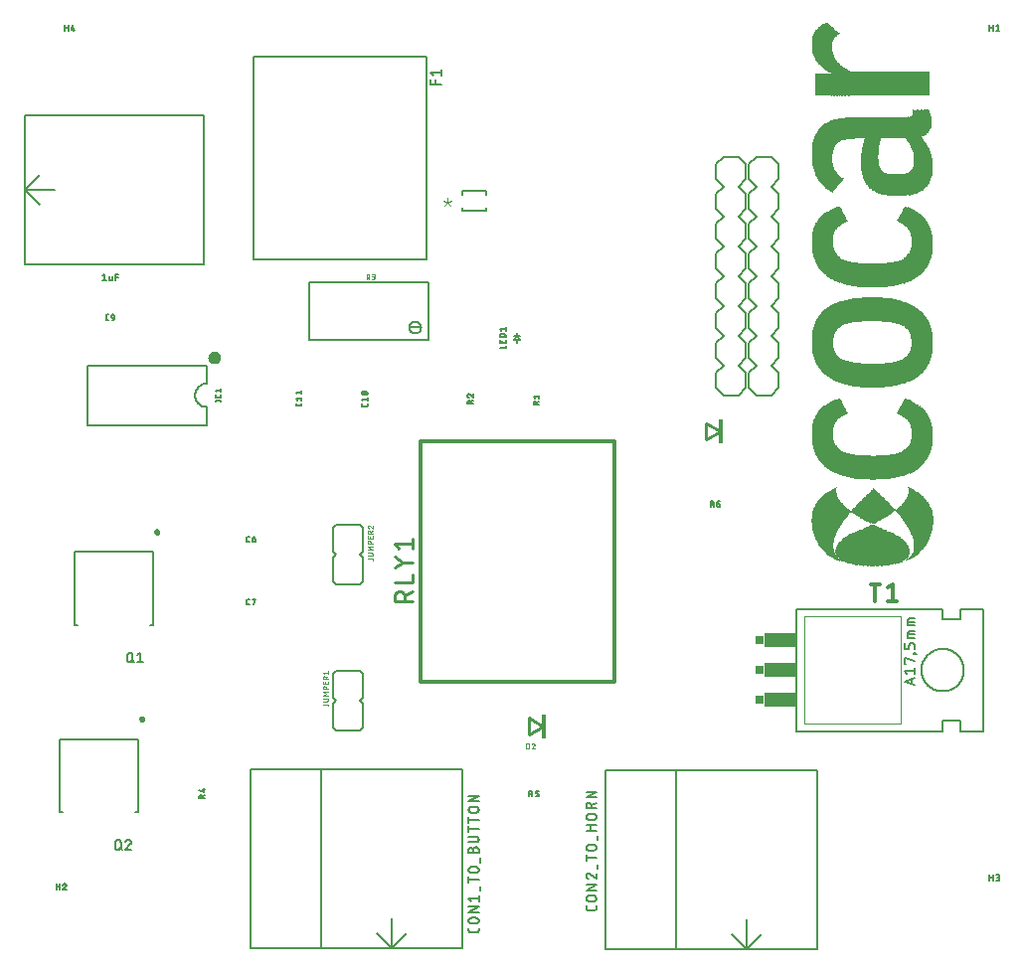
<source format=gto>
G04 EAGLE Gerber RS-274X export*
G75*
%MOMM*%
%FSLAX34Y34*%
%LPD*%
%INSilkscreen Top*%
%IPPOS*%
%AMOC8*
5,1,8,0,0,1.08239X$1,22.5*%
G01*
%ADD10C,0.127000*%
%ADD11C,0.152400*%
%ADD12C,0.203200*%
%ADD13C,0.076200*%
%ADD14C,0.254000*%
%ADD15R,0.300000X2.100000*%
%ADD16C,0.101600*%
%ADD17C,0.304800*%
%ADD18C,0.279400*%
%ADD19C,0.050800*%
%ADD20R,0.635000X0.762000*%
%ADD21R,2.794000X1.270000*%
%ADD22C,0.355600*%
%ADD23R,0.025400X0.762000*%
%ADD24R,0.025400X1.117600*%
%ADD25R,0.025400X0.381000*%
%ADD26R,0.025400X0.355600*%
%ADD27R,0.025400X0.330200*%
%ADD28R,0.025400X1.371600*%
%ADD29R,0.025400X1.092200*%
%ADD30R,0.025400X0.965200*%
%ADD31R,0.025400X1.574800*%
%ADD32R,0.025400X1.447800*%
%ADD33R,0.025400X1.498600*%
%ADD34R,0.025400X1.295400*%
%ADD35R,0.025400X1.778000*%
%ADD36R,0.025400X1.752600*%
%ADD37R,0.025400X1.803400*%
%ADD38R,0.025400X1.727200*%
%ADD39R,0.025400X1.549400*%
%ADD40R,0.025400X1.955800*%
%ADD41R,0.025400X1.981200*%
%ADD42R,0.025400X2.057400*%
%ADD43R,0.025400X0.254000*%
%ADD44R,0.025400X2.082800*%
%ADD45R,0.025400X2.184400*%
%ADD46R,0.025400X2.286000*%
%ADD47R,0.025400X0.685800*%
%ADD48R,0.025400X2.260600*%
%ADD49R,0.025400X2.362200*%
%ADD50R,0.025400X2.463800*%
%ADD51R,0.025400X2.108200*%
%ADD52R,0.025400X2.387600*%
%ADD53R,0.025400X2.540000*%
%ADD54R,0.025400X2.667000*%
%ADD55R,0.025400X2.514600*%
%ADD56R,0.025400X2.692400*%
%ADD57R,0.025400X2.819400*%
%ADD58R,0.025400X2.413000*%
%ADD59R,0.025400X2.616200*%
%ADD60R,0.025400X2.971800*%
%ADD61R,0.025400X2.794000*%
%ADD62R,0.025400X1.397000*%
%ADD63R,0.025400X2.743200*%
%ADD64R,0.025400X2.946400*%
%ADD65R,0.025400X3.124200*%
%ADD66R,0.025400X1.524000*%
%ADD67R,0.025400X2.844800*%
%ADD68R,0.025400X3.073400*%
%ADD69R,0.025400X3.225800*%
%ADD70R,0.025400X3.048000*%
%ADD71R,0.025400X2.768600*%
%ADD72R,0.025400X1.625600*%
%ADD73R,0.025400X3.175000*%
%ADD74R,0.025400X3.378200*%
%ADD75R,0.025400X2.870200*%
%ADD76R,0.025400X1.701800*%
%ADD77R,0.025400X3.276600*%
%ADD78R,0.025400X3.479800*%
%ADD79R,0.025400X3.606800*%
%ADD80R,0.025400X1.854200*%
%ADD81R,0.025400X3.708400*%
%ADD82R,0.025400X1.905000*%
%ADD83R,0.025400X3.352800*%
%ADD84R,0.025400X3.581400*%
%ADD85R,0.025400X3.810000*%
%ADD86R,0.025400X3.251200*%
%ADD87R,0.025400X3.454400*%
%ADD88R,0.025400X3.683000*%
%ADD89R,0.025400X3.886200*%
%ADD90R,0.025400X3.657600*%
%ADD91R,0.025400X3.327400*%
%ADD92R,0.025400X2.006600*%
%ADD93R,0.025400X3.530600*%
%ADD94R,0.025400X3.759200*%
%ADD95R,0.025400X3.987800*%
%ADD96R,0.025400X3.733800*%
%ADD97R,0.025400X3.403600*%
%ADD98R,0.025400X2.032000*%
%ADD99R,0.025400X3.632200*%
%ADD100R,0.025400X3.835400*%
%ADD101R,0.025400X4.064000*%
%ADD102R,0.025400X3.911600*%
%ADD103R,0.025400X4.165600*%
%ADD104R,0.025400X3.556000*%
%ADD105R,0.025400X3.962400*%
%ADD106R,0.025400X4.216400*%
%ADD107R,0.025400X3.860800*%
%ADD108R,0.025400X4.318000*%
%ADD109R,0.025400X4.038600*%
%ADD110R,0.025400X2.133600*%
%ADD111R,0.025400X4.114800*%
%ADD112R,0.025400X4.368800*%
%ADD113R,0.025400X3.784600*%
%ADD114R,0.025400X4.191000*%
%ADD115R,0.025400X4.470400*%
%ADD116R,0.025400X2.159000*%
%ADD117R,0.025400X4.241800*%
%ADD118R,0.025400X4.521200*%
%ADD119R,0.025400X4.267200*%
%ADD120R,0.025400X4.089400*%
%ADD121R,0.025400X4.572000*%
%ADD122R,0.025400X4.394200*%
%ADD123R,0.025400X4.673600*%
%ADD124R,0.025400X2.209800*%
%ADD125R,0.025400X4.445000*%
%ADD126R,0.025400X4.724400*%
%ADD127R,0.025400X4.495800*%
%ADD128R,0.025400X4.775200*%
%ADD129R,0.025400X4.343400*%
%ADD130R,0.025400X4.546600*%
%ADD131R,0.025400X4.826000*%
%ADD132R,0.025400X4.597400*%
%ADD133R,0.025400X4.876800*%
%ADD134R,0.025400X2.235200*%
%ADD135R,0.025400X4.648200*%
%ADD136R,0.025400X4.978400*%
%ADD137R,0.025400X4.292600*%
%ADD138R,0.025400X4.699000*%
%ADD139R,0.025400X5.029200*%
%ADD140R,0.025400X5.080000*%
%ADD141R,0.025400X4.749800*%
%ADD142R,0.025400X5.130800*%
%ADD143R,0.025400X4.800600*%
%ADD144R,0.025400X5.181600*%
%ADD145R,0.025400X4.851400*%
%ADD146R,0.025400X4.927600*%
%ADD147R,0.025400X5.232400*%
%ADD148R,0.025400X4.902200*%
%ADD149R,0.025400X4.953000*%
%ADD150R,0.025400X5.283200*%
%ADD151R,0.025400X5.334000*%
%ADD152R,0.025400X5.003800*%
%ADD153R,0.025400X6.908800*%
%ADD154R,0.025400X5.359400*%
%ADD155R,0.025400X6.934200*%
%ADD156R,0.025400X5.410200*%
%ADD157R,0.025400X6.959600*%
%ADD158R,0.025400X5.435600*%
%ADD159R,0.025400X5.486400*%
%ADD160R,0.025400X6.985000*%
%ADD161R,0.025400X5.207000*%
%ADD162R,0.025400X5.537200*%
%ADD163R,0.025400X5.257800*%
%ADD164R,0.025400X5.588000*%
%ADD165R,0.025400X7.010400*%
%ADD166R,0.025400X5.105400*%
%ADD167R,0.025400X5.308600*%
%ADD168R,0.025400X5.613400*%
%ADD169R,0.025400X5.664200*%
%ADD170R,0.025400X7.035800*%
%ADD171R,0.025400X5.384800*%
%ADD172R,0.025400X5.689600*%
%ADD173R,0.025400X5.740400*%
%ADD174R,0.025400X5.461000*%
%ADD175R,0.025400X5.791200*%
%ADD176R,0.025400X5.816600*%
%ADD177R,0.025400X5.511800*%
%ADD178R,0.025400X5.842000*%
%ADD179R,0.025400X7.061200*%
%ADD180R,0.025400X5.562600*%
%ADD181R,0.025400X5.892800*%
%ADD182R,0.025400X5.918200*%
%ADD183R,0.025400X7.086600*%
%ADD184R,0.025400X5.943600*%
%ADD185R,0.025400X5.994400*%
%ADD186R,0.025400X5.715000*%
%ADD187R,0.025400X6.019800*%
%ADD188R,0.025400X7.112000*%
%ADD189R,0.025400X6.045200*%
%ADD190R,0.025400X5.765800*%
%ADD191R,0.025400X6.096000*%
%ADD192R,0.025400X6.121400*%
%ADD193R,0.025400X7.137400*%
%ADD194R,0.025400X0.635000*%
%ADD195R,0.025400X6.146800*%
%ADD196R,0.025400X0.508000*%
%ADD197R,0.025400X5.867400*%
%ADD198R,0.025400X6.172200*%
%ADD199R,0.025400X0.457200*%
%ADD200R,0.025400X6.197600*%
%ADD201R,0.025400X2.438400*%
%ADD202R,0.025400X6.223000*%
%ADD203R,0.025400X2.336800*%
%ADD204R,0.025400X6.273800*%
%ADD205R,0.025400X3.149600*%
%ADD206R,0.025400X0.127000*%
%ADD207R,0.025400X5.969000*%
%ADD208R,0.025400X3.022600*%
%ADD209R,0.025400X0.050800*%
%ADD210R,0.025400X0.279400*%
%ADD211R,0.025400X6.324600*%
%ADD212R,0.025400X2.921000*%
%ADD213R,0.025400X3.937000*%
%ADD214R,0.025400X6.350000*%
%ADD215R,0.025400X0.228600*%
%ADD216R,0.025400X6.375400*%
%ADD217R,0.025400X2.311400*%
%ADD218R,0.025400X2.895600*%
%ADD219R,0.025400X0.177800*%
%ADD220R,0.025400X2.717800*%
%ADD221R,0.025400X2.590800*%
%ADD222R,0.025400X2.641600*%
%ADD223R,0.025400X2.565400*%
%ADD224R,0.025400X0.152400*%
%ADD225R,0.025400X2.489200*%
%ADD226R,0.025400X0.101600*%
%ADD227R,0.025400X3.505200*%
%ADD228R,0.025400X1.879600*%
%ADD229R,0.025400X0.076200*%
%ADD230R,0.025400X0.482600*%
%ADD231R,0.025400X0.025400*%
%ADD232R,0.025400X1.828800*%
%ADD233R,0.025400X1.930400*%
%ADD234R,0.025400X0.863600*%
%ADD235R,0.025400X0.939800*%
%ADD236R,0.025400X1.041400*%
%ADD237R,0.025400X1.168400*%
%ADD238R,0.025400X1.219200*%
%ADD239R,0.025400X1.676400*%
%ADD240R,0.025400X1.346200*%
%ADD241R,0.025400X1.651000*%
%ADD242R,0.025400X1.600200*%
%ADD243R,0.025400X1.473200*%
%ADD244R,0.025400X1.422400*%
%ADD245R,0.025400X1.143000*%
%ADD246R,0.025400X1.270000*%
%ADD247R,0.025400X0.990600*%
%ADD248R,0.025400X0.914400*%
%ADD249R,0.025400X0.838200*%
%ADD250R,0.025400X0.787400*%
%ADD251R,0.025400X0.711200*%
%ADD252R,0.025400X0.812800*%
%ADD253R,0.025400X0.609600*%
%ADD254R,0.025400X0.558800*%
%ADD255R,0.025400X0.431800*%
%ADD256R,0.025400X0.584200*%
%ADD257R,0.025400X0.533400*%
%ADD258R,0.025400X0.203200*%
%ADD259R,0.025400X0.304800*%
%ADD260R,0.025400X0.406400*%
%ADD261R,0.025400X0.736600*%
%ADD262R,0.025400X0.889000*%
%ADD263R,0.025400X1.016000*%
%ADD264R,0.025400X1.066800*%
%ADD265R,0.025400X1.193800*%
%ADD266R,0.025400X1.244600*%
%ADD267R,0.025400X2.997200*%
%ADD268R,0.025400X3.098800*%
%ADD269R,0.025400X3.200400*%
%ADD270R,0.025400X3.302000*%
%ADD271R,0.025400X6.426200*%
%ADD272R,0.025400X6.400800*%
%ADD273R,0.025400X3.429000*%
%ADD274R,0.025400X6.299200*%
%ADD275R,0.025400X6.248400*%
%ADD276R,0.025400X6.070600*%
%ADD277R,0.025400X5.638800*%
%ADD278R,0.025400X1.320800*%
%ADD279R,0.025400X0.660400*%
%ADD280R,0.025400X4.140200*%
%ADD281R,0.025400X4.013200*%
%ADD282R,0.025400X5.156200*%
%ADD283R,0.025400X5.054600*%
%ADD284R,0.025400X4.419600*%
%ADD285R,0.025400X4.622800*%

G36*
X162929Y485709D02*
X162929Y485709D01*
X162977Y485723D01*
X163067Y485740D01*
X164074Y486092D01*
X164118Y486117D01*
X164202Y486154D01*
X165105Y486722D01*
X165142Y486756D01*
X165216Y486810D01*
X165970Y487564D01*
X165999Y487606D01*
X166059Y487675D01*
X166626Y488578D01*
X166645Y488625D01*
X166688Y488706D01*
X167040Y489713D01*
X167048Y489763D01*
X167071Y489851D01*
X167191Y490911D01*
X167187Y490961D01*
X167191Y491053D01*
X167071Y492113D01*
X167057Y492161D01*
X167040Y492251D01*
X166688Y493258D01*
X166663Y493302D01*
X166626Y493386D01*
X166059Y494289D01*
X166025Y494326D01*
X165970Y494400D01*
X165216Y495154D01*
X165174Y495183D01*
X165105Y495243D01*
X164202Y495810D01*
X164155Y495829D01*
X164074Y495872D01*
X163067Y496224D01*
X163017Y496232D01*
X162929Y496255D01*
X161869Y496375D01*
X161819Y496371D01*
X161727Y496375D01*
X160667Y496255D01*
X160619Y496241D01*
X160529Y496224D01*
X159522Y495872D01*
X159478Y495847D01*
X159394Y495810D01*
X158491Y495243D01*
X158454Y495209D01*
X158380Y495154D01*
X157626Y494400D01*
X157597Y494358D01*
X157538Y494289D01*
X156970Y493386D01*
X156951Y493339D01*
X156908Y493258D01*
X156556Y492251D01*
X156548Y492201D01*
X156525Y492113D01*
X156405Y491053D01*
X156409Y491003D01*
X156405Y490911D01*
X156525Y489851D01*
X156539Y489803D01*
X156556Y489713D01*
X156908Y488706D01*
X156933Y488662D01*
X156970Y488578D01*
X157538Y487675D01*
X157572Y487638D01*
X157626Y487564D01*
X158380Y486810D01*
X158422Y486781D01*
X158491Y486722D01*
X159394Y486154D01*
X159441Y486135D01*
X159522Y486092D01*
X160529Y485740D01*
X160579Y485732D01*
X160667Y485709D01*
X161727Y485589D01*
X161777Y485593D01*
X161869Y485589D01*
X162929Y485709D01*
G37*
D10*
X292002Y451829D02*
X292002Y450756D01*
X292001Y450756D02*
X291999Y450691D01*
X291993Y450627D01*
X291983Y450563D01*
X291970Y450499D01*
X291952Y450437D01*
X291931Y450376D01*
X291907Y450316D01*
X291878Y450258D01*
X291846Y450201D01*
X291811Y450147D01*
X291773Y450095D01*
X291731Y450045D01*
X291687Y449998D01*
X291640Y449954D01*
X291590Y449912D01*
X291538Y449874D01*
X291484Y449839D01*
X291427Y449807D01*
X291369Y449778D01*
X291309Y449754D01*
X291248Y449733D01*
X291186Y449715D01*
X291122Y449702D01*
X291058Y449692D01*
X290994Y449686D01*
X290929Y449684D01*
X288248Y449684D01*
X288248Y449683D02*
X288183Y449685D01*
X288119Y449691D01*
X288055Y449701D01*
X287991Y449714D01*
X287929Y449732D01*
X287868Y449753D01*
X287808Y449778D01*
X287749Y449806D01*
X287693Y449838D01*
X287638Y449873D01*
X287586Y449911D01*
X287536Y449953D01*
X287489Y449997D01*
X287445Y450044D01*
X287403Y450094D01*
X287365Y450146D01*
X287330Y450201D01*
X287298Y450257D01*
X287270Y450316D01*
X287245Y450375D01*
X287224Y450437D01*
X287206Y450499D01*
X287193Y450563D01*
X287183Y450627D01*
X287177Y450691D01*
X287175Y450756D01*
X287176Y450756D02*
X287176Y451829D01*
X288248Y454285D02*
X287176Y455625D01*
X292002Y455625D01*
X292002Y454285D02*
X292002Y456966D01*
X289589Y459771D02*
X289469Y459773D01*
X289349Y459778D01*
X289229Y459787D01*
X289109Y459800D01*
X288990Y459816D01*
X288871Y459836D01*
X288753Y459860D01*
X288636Y459887D01*
X288520Y459917D01*
X288405Y459951D01*
X288290Y459989D01*
X288177Y460030D01*
X288066Y460074D01*
X287955Y460122D01*
X287846Y460173D01*
X287846Y460174D02*
X287789Y460195D01*
X287733Y460221D01*
X287678Y460249D01*
X287626Y460281D01*
X287575Y460317D01*
X287527Y460355D01*
X287481Y460396D01*
X287438Y460440D01*
X287398Y460486D01*
X287361Y460535D01*
X287327Y460587D01*
X287296Y460640D01*
X287268Y460695D01*
X287244Y460751D01*
X287223Y460809D01*
X287206Y460868D01*
X287193Y460928D01*
X287184Y460989D01*
X287178Y461051D01*
X287176Y461112D01*
X287178Y461173D01*
X287184Y461235D01*
X287193Y461296D01*
X287206Y461356D01*
X287223Y461415D01*
X287244Y461473D01*
X287268Y461529D01*
X287296Y461584D01*
X287327Y461637D01*
X287361Y461689D01*
X287398Y461738D01*
X287438Y461784D01*
X287481Y461828D01*
X287527Y461869D01*
X287575Y461907D01*
X287626Y461943D01*
X287678Y461975D01*
X287733Y462003D01*
X287789Y462029D01*
X287846Y462050D01*
X287955Y462101D01*
X288066Y462149D01*
X288177Y462193D01*
X288290Y462234D01*
X288405Y462272D01*
X288520Y462306D01*
X288636Y462336D01*
X288753Y462363D01*
X288871Y462387D01*
X288990Y462407D01*
X289109Y462423D01*
X289229Y462436D01*
X289349Y462445D01*
X289469Y462450D01*
X289589Y462452D01*
X289589Y459771D02*
X289709Y459773D01*
X289829Y459778D01*
X289949Y459787D01*
X290069Y459800D01*
X290188Y459816D01*
X290307Y459836D01*
X290425Y459860D01*
X290542Y459887D01*
X290658Y459917D01*
X290773Y459951D01*
X290888Y459989D01*
X291001Y460030D01*
X291112Y460074D01*
X291223Y460122D01*
X291332Y460173D01*
X291332Y460174D02*
X291389Y460195D01*
X291445Y460221D01*
X291500Y460249D01*
X291552Y460281D01*
X291603Y460317D01*
X291651Y460355D01*
X291697Y460396D01*
X291740Y460440D01*
X291780Y460486D01*
X291817Y460535D01*
X291851Y460587D01*
X291882Y460640D01*
X291910Y460695D01*
X291934Y460751D01*
X291955Y460809D01*
X291972Y460868D01*
X291985Y460928D01*
X291994Y460989D01*
X292000Y461051D01*
X292002Y461112D01*
X291332Y462050D02*
X291223Y462101D01*
X291112Y462149D01*
X291001Y462193D01*
X290888Y462234D01*
X290773Y462272D01*
X290658Y462306D01*
X290542Y462336D01*
X290425Y462363D01*
X290307Y462387D01*
X290188Y462407D01*
X290069Y462423D01*
X289949Y462436D01*
X289829Y462445D01*
X289709Y462450D01*
X289589Y462452D01*
X291332Y462050D02*
X291389Y462029D01*
X291445Y462003D01*
X291500Y461975D01*
X291552Y461943D01*
X291603Y461907D01*
X291651Y461869D01*
X291697Y461828D01*
X291740Y461784D01*
X291780Y461737D01*
X291817Y461689D01*
X291851Y461637D01*
X291882Y461584D01*
X291910Y461529D01*
X291934Y461473D01*
X291955Y461415D01*
X291972Y461356D01*
X291985Y461296D01*
X291994Y461235D01*
X292000Y461173D01*
X292002Y461112D01*
X290929Y460039D02*
X288248Y462184D01*
X235939Y452337D02*
X235939Y451264D01*
X235937Y451199D01*
X235931Y451135D01*
X235921Y451071D01*
X235908Y451007D01*
X235890Y450945D01*
X235869Y450884D01*
X235845Y450824D01*
X235816Y450766D01*
X235784Y450709D01*
X235749Y450655D01*
X235711Y450603D01*
X235669Y450553D01*
X235625Y450506D01*
X235578Y450462D01*
X235528Y450420D01*
X235476Y450382D01*
X235422Y450347D01*
X235365Y450315D01*
X235307Y450286D01*
X235247Y450262D01*
X235186Y450241D01*
X235124Y450223D01*
X235060Y450210D01*
X234996Y450200D01*
X234932Y450194D01*
X234867Y450192D01*
X232185Y450192D01*
X232185Y450191D02*
X232120Y450193D01*
X232056Y450199D01*
X231992Y450209D01*
X231928Y450222D01*
X231866Y450240D01*
X231805Y450261D01*
X231745Y450286D01*
X231686Y450314D01*
X231630Y450346D01*
X231575Y450381D01*
X231523Y450419D01*
X231473Y450461D01*
X231426Y450505D01*
X231382Y450552D01*
X231340Y450602D01*
X231302Y450654D01*
X231267Y450709D01*
X231235Y450765D01*
X231207Y450824D01*
X231182Y450883D01*
X231161Y450945D01*
X231143Y451007D01*
X231130Y451071D01*
X231120Y451135D01*
X231114Y451199D01*
X231112Y451264D01*
X231113Y451264D02*
X231113Y452337D01*
X232185Y454793D02*
X231113Y456133D01*
X235939Y456133D01*
X235939Y454793D02*
X235939Y457474D01*
X232185Y460279D02*
X231113Y461620D01*
X235939Y461620D01*
X235939Y462960D02*
X235939Y460279D01*
X191544Y333997D02*
X190472Y333997D01*
X190407Y333999D01*
X190343Y334005D01*
X190279Y334015D01*
X190215Y334028D01*
X190153Y334046D01*
X190092Y334067D01*
X190032Y334091D01*
X189974Y334120D01*
X189917Y334152D01*
X189863Y334187D01*
X189811Y334225D01*
X189761Y334267D01*
X189714Y334311D01*
X189670Y334358D01*
X189628Y334408D01*
X189590Y334460D01*
X189555Y334514D01*
X189523Y334571D01*
X189494Y334629D01*
X189470Y334689D01*
X189449Y334750D01*
X189431Y334812D01*
X189418Y334876D01*
X189408Y334940D01*
X189402Y335004D01*
X189400Y335069D01*
X189399Y335069D02*
X189399Y337751D01*
X189400Y337751D02*
X189402Y337816D01*
X189408Y337880D01*
X189418Y337944D01*
X189431Y338008D01*
X189449Y338070D01*
X189470Y338131D01*
X189494Y338191D01*
X189523Y338249D01*
X189555Y338306D01*
X189590Y338360D01*
X189628Y338412D01*
X189670Y338462D01*
X189714Y338509D01*
X189761Y338553D01*
X189811Y338595D01*
X189863Y338633D01*
X189917Y338668D01*
X189974Y338700D01*
X190032Y338729D01*
X190092Y338753D01*
X190153Y338774D01*
X190215Y338792D01*
X190279Y338805D01*
X190343Y338815D01*
X190407Y338821D01*
X190472Y338823D01*
X191544Y338823D01*
X194000Y336678D02*
X195608Y336678D01*
X195673Y336676D01*
X195737Y336670D01*
X195801Y336660D01*
X195865Y336647D01*
X195927Y336629D01*
X195988Y336608D01*
X196048Y336584D01*
X196106Y336555D01*
X196163Y336523D01*
X196217Y336488D01*
X196269Y336450D01*
X196319Y336408D01*
X196366Y336364D01*
X196410Y336317D01*
X196452Y336267D01*
X196490Y336215D01*
X196525Y336161D01*
X196557Y336104D01*
X196586Y336046D01*
X196610Y335986D01*
X196631Y335925D01*
X196649Y335863D01*
X196662Y335799D01*
X196672Y335735D01*
X196678Y335671D01*
X196680Y335606D01*
X196681Y335606D02*
X196681Y335338D01*
X196679Y335267D01*
X196673Y335195D01*
X196664Y335125D01*
X196651Y335055D01*
X196634Y334985D01*
X196613Y334917D01*
X196589Y334850D01*
X196561Y334784D01*
X196530Y334720D01*
X196495Y334657D01*
X196457Y334597D01*
X196416Y334538D01*
X196372Y334482D01*
X196325Y334428D01*
X196276Y334377D01*
X196223Y334329D01*
X196168Y334283D01*
X196111Y334241D01*
X196051Y334201D01*
X195990Y334165D01*
X195926Y334132D01*
X195861Y334103D01*
X195795Y334077D01*
X195727Y334054D01*
X195658Y334035D01*
X195588Y334020D01*
X195518Y334009D01*
X195447Y334001D01*
X195376Y333997D01*
X195304Y333997D01*
X195233Y334001D01*
X195162Y334009D01*
X195092Y334020D01*
X195022Y334035D01*
X194953Y334054D01*
X194885Y334077D01*
X194819Y334103D01*
X194754Y334132D01*
X194690Y334165D01*
X194629Y334201D01*
X194569Y334241D01*
X194512Y334283D01*
X194457Y334329D01*
X194404Y334377D01*
X194355Y334428D01*
X194308Y334482D01*
X194264Y334538D01*
X194223Y334597D01*
X194185Y334657D01*
X194150Y334720D01*
X194119Y334784D01*
X194091Y334850D01*
X194067Y334917D01*
X194046Y334985D01*
X194029Y335055D01*
X194016Y335125D01*
X194007Y335195D01*
X194001Y335267D01*
X193999Y335338D01*
X194000Y335338D02*
X194000Y336678D01*
X194002Y336769D01*
X194008Y336860D01*
X194017Y336950D01*
X194031Y337041D01*
X194048Y337130D01*
X194069Y337218D01*
X194094Y337306D01*
X194123Y337393D01*
X194155Y337478D01*
X194190Y337562D01*
X194230Y337644D01*
X194272Y337724D01*
X194318Y337803D01*
X194368Y337879D01*
X194420Y337953D01*
X194476Y338026D01*
X194535Y338095D01*
X194596Y338162D01*
X194661Y338227D01*
X194728Y338288D01*
X194797Y338347D01*
X194869Y338403D01*
X194944Y338455D01*
X195020Y338505D01*
X195099Y338551D01*
X195179Y338593D01*
X195261Y338633D01*
X195345Y338668D01*
X195430Y338700D01*
X195517Y338729D01*
X195604Y338754D01*
X195693Y338775D01*
X195782Y338792D01*
X195873Y338806D01*
X195963Y338815D01*
X196054Y338821D01*
X196145Y338823D01*
X191544Y280657D02*
X190472Y280657D01*
X190407Y280659D01*
X190343Y280665D01*
X190279Y280675D01*
X190215Y280688D01*
X190153Y280706D01*
X190092Y280727D01*
X190032Y280751D01*
X189974Y280780D01*
X189917Y280812D01*
X189863Y280847D01*
X189811Y280885D01*
X189761Y280927D01*
X189714Y280971D01*
X189670Y281018D01*
X189628Y281068D01*
X189590Y281120D01*
X189555Y281174D01*
X189523Y281231D01*
X189494Y281289D01*
X189470Y281349D01*
X189449Y281410D01*
X189431Y281472D01*
X189418Y281536D01*
X189408Y281600D01*
X189402Y281664D01*
X189400Y281729D01*
X189399Y281729D02*
X189399Y284411D01*
X189400Y284411D02*
X189402Y284476D01*
X189408Y284540D01*
X189418Y284604D01*
X189431Y284668D01*
X189449Y284730D01*
X189470Y284791D01*
X189494Y284851D01*
X189523Y284909D01*
X189555Y284966D01*
X189590Y285020D01*
X189628Y285072D01*
X189670Y285122D01*
X189714Y285169D01*
X189761Y285213D01*
X189811Y285255D01*
X189863Y285293D01*
X189917Y285328D01*
X189974Y285360D01*
X190032Y285389D01*
X190092Y285413D01*
X190153Y285434D01*
X190215Y285452D01*
X190279Y285465D01*
X190343Y285475D01*
X190407Y285481D01*
X190472Y285483D01*
X191544Y285483D01*
X194000Y285483D02*
X194000Y284947D01*
X194000Y285483D02*
X196681Y285483D01*
X195340Y280657D01*
X71656Y523113D02*
X70584Y523113D01*
X70519Y523115D01*
X70455Y523121D01*
X70391Y523131D01*
X70327Y523144D01*
X70265Y523162D01*
X70204Y523183D01*
X70144Y523207D01*
X70086Y523236D01*
X70029Y523268D01*
X69975Y523303D01*
X69923Y523341D01*
X69873Y523383D01*
X69826Y523427D01*
X69782Y523474D01*
X69740Y523524D01*
X69702Y523576D01*
X69667Y523630D01*
X69635Y523687D01*
X69606Y523745D01*
X69582Y523805D01*
X69561Y523866D01*
X69543Y523928D01*
X69530Y523992D01*
X69520Y524056D01*
X69514Y524120D01*
X69512Y524185D01*
X69511Y524185D02*
X69511Y526867D01*
X69512Y526867D02*
X69514Y526932D01*
X69520Y526996D01*
X69530Y527060D01*
X69543Y527124D01*
X69561Y527186D01*
X69582Y527247D01*
X69606Y527307D01*
X69635Y527365D01*
X69667Y527422D01*
X69702Y527476D01*
X69740Y527528D01*
X69782Y527578D01*
X69826Y527625D01*
X69873Y527669D01*
X69923Y527711D01*
X69975Y527749D01*
X70029Y527784D01*
X70086Y527816D01*
X70144Y527845D01*
X70204Y527869D01*
X70265Y527890D01*
X70327Y527908D01*
X70391Y527921D01*
X70455Y527931D01*
X70519Y527937D01*
X70584Y527939D01*
X71656Y527939D01*
X75184Y525258D02*
X76793Y525258D01*
X75184Y525258D02*
X75119Y525260D01*
X75055Y525266D01*
X74991Y525276D01*
X74927Y525289D01*
X74865Y525307D01*
X74804Y525328D01*
X74744Y525352D01*
X74686Y525381D01*
X74629Y525413D01*
X74575Y525448D01*
X74523Y525486D01*
X74473Y525528D01*
X74426Y525572D01*
X74382Y525619D01*
X74340Y525669D01*
X74302Y525721D01*
X74267Y525775D01*
X74235Y525832D01*
X74206Y525890D01*
X74182Y525950D01*
X74161Y526011D01*
X74143Y526073D01*
X74130Y526137D01*
X74120Y526201D01*
X74114Y526265D01*
X74112Y526330D01*
X74112Y526598D01*
X74111Y526598D02*
X74113Y526669D01*
X74119Y526741D01*
X74128Y526811D01*
X74141Y526881D01*
X74158Y526951D01*
X74179Y527019D01*
X74203Y527086D01*
X74231Y527152D01*
X74262Y527216D01*
X74297Y527279D01*
X74335Y527339D01*
X74376Y527398D01*
X74420Y527454D01*
X74467Y527508D01*
X74516Y527559D01*
X74569Y527607D01*
X74624Y527653D01*
X74681Y527695D01*
X74741Y527735D01*
X74802Y527771D01*
X74866Y527804D01*
X74931Y527833D01*
X74997Y527859D01*
X75065Y527882D01*
X75134Y527901D01*
X75204Y527916D01*
X75274Y527927D01*
X75345Y527935D01*
X75416Y527939D01*
X75488Y527939D01*
X75559Y527935D01*
X75630Y527927D01*
X75700Y527916D01*
X75770Y527901D01*
X75839Y527882D01*
X75907Y527859D01*
X75973Y527833D01*
X76038Y527804D01*
X76102Y527771D01*
X76163Y527735D01*
X76223Y527695D01*
X76280Y527653D01*
X76335Y527607D01*
X76388Y527559D01*
X76437Y527508D01*
X76484Y527454D01*
X76528Y527398D01*
X76569Y527339D01*
X76607Y527279D01*
X76642Y527216D01*
X76673Y527152D01*
X76701Y527086D01*
X76725Y527019D01*
X76746Y526951D01*
X76763Y526881D01*
X76776Y526811D01*
X76785Y526741D01*
X76791Y526669D01*
X76793Y526598D01*
X76793Y525258D01*
X76791Y525167D01*
X76785Y525076D01*
X76776Y524986D01*
X76762Y524895D01*
X76745Y524806D01*
X76724Y524718D01*
X76699Y524630D01*
X76670Y524543D01*
X76638Y524458D01*
X76603Y524374D01*
X76563Y524292D01*
X76521Y524212D01*
X76475Y524133D01*
X76425Y524057D01*
X76373Y523983D01*
X76317Y523910D01*
X76258Y523841D01*
X76197Y523774D01*
X76132Y523709D01*
X76065Y523648D01*
X75996Y523589D01*
X75923Y523533D01*
X75849Y523481D01*
X75773Y523431D01*
X75694Y523385D01*
X75614Y523343D01*
X75532Y523303D01*
X75448Y523268D01*
X75363Y523236D01*
X75276Y523207D01*
X75188Y523182D01*
X75100Y523161D01*
X75011Y523144D01*
X74920Y523130D01*
X74830Y523121D01*
X74739Y523115D01*
X74648Y523113D01*
X66675Y560903D02*
X68015Y561975D01*
X68015Y557149D01*
X66675Y557149D02*
X69356Y557149D01*
X72246Y557953D02*
X72246Y560366D01*
X72247Y557953D02*
X72249Y557898D01*
X72254Y557844D01*
X72264Y557789D01*
X72277Y557736D01*
X72293Y557684D01*
X72314Y557633D01*
X72337Y557583D01*
X72364Y557535D01*
X72394Y557489D01*
X72427Y557446D01*
X72463Y557404D01*
X72502Y557365D01*
X72544Y557329D01*
X72587Y557296D01*
X72633Y557266D01*
X72681Y557239D01*
X72731Y557216D01*
X72782Y557195D01*
X72834Y557179D01*
X72887Y557166D01*
X72942Y557156D01*
X72996Y557151D01*
X73051Y557149D01*
X74391Y557149D01*
X74391Y560366D01*
X77484Y561975D02*
X77484Y557149D01*
X77484Y561975D02*
X79629Y561975D01*
X79629Y559830D02*
X77484Y559830D01*
X252636Y-12192D02*
X312636Y-12192D01*
X372636Y-12192D01*
X252636Y-12192D02*
X252636Y140208D01*
X372636Y140208D01*
X372636Y-12192D01*
X312636Y-12192D02*
X312636Y13208D01*
X299936Y508D02*
X312636Y-12192D01*
X325336Y508D01*
X252636Y140208D02*
X192636Y140208D01*
X192636Y-12192D01*
X252636Y-12192D01*
D11*
X386842Y3421D02*
X386842Y5340D01*
X386842Y3421D02*
X386840Y3335D01*
X386834Y3249D01*
X386825Y3163D01*
X386811Y3078D01*
X386794Y2994D01*
X386773Y2910D01*
X386748Y2828D01*
X386720Y2747D01*
X386688Y2667D01*
X386652Y2588D01*
X386613Y2512D01*
X386570Y2437D01*
X386525Y2364D01*
X386476Y2293D01*
X386423Y2225D01*
X386368Y2158D01*
X386310Y2095D01*
X386249Y2034D01*
X386186Y1976D01*
X386119Y1921D01*
X386051Y1869D01*
X385980Y1819D01*
X385907Y1774D01*
X385832Y1731D01*
X385756Y1692D01*
X385677Y1656D01*
X385597Y1624D01*
X385516Y1596D01*
X385434Y1571D01*
X385350Y1550D01*
X385266Y1533D01*
X385181Y1519D01*
X385095Y1510D01*
X385009Y1504D01*
X384923Y1502D01*
X380125Y1502D01*
X380039Y1504D01*
X379953Y1510D01*
X379867Y1519D01*
X379782Y1533D01*
X379698Y1550D01*
X379614Y1571D01*
X379532Y1596D01*
X379451Y1624D01*
X379371Y1656D01*
X379292Y1692D01*
X379216Y1731D01*
X379141Y1774D01*
X379068Y1819D01*
X378997Y1868D01*
X378929Y1921D01*
X378862Y1976D01*
X378799Y2034D01*
X378738Y2095D01*
X378680Y2158D01*
X378625Y2225D01*
X378573Y2293D01*
X378523Y2364D01*
X378478Y2437D01*
X378435Y2512D01*
X378396Y2588D01*
X378360Y2667D01*
X378328Y2747D01*
X378300Y2828D01*
X378275Y2910D01*
X378254Y2994D01*
X378237Y3078D01*
X378223Y3163D01*
X378214Y3249D01*
X378208Y3335D01*
X378206Y3421D01*
X378206Y5340D01*
X380605Y9160D02*
X384443Y9160D01*
X380605Y9160D02*
X380508Y9162D01*
X380412Y9168D01*
X380316Y9177D01*
X380220Y9191D01*
X380125Y9208D01*
X380031Y9230D01*
X379938Y9255D01*
X379845Y9283D01*
X379754Y9316D01*
X379665Y9352D01*
X379577Y9392D01*
X379490Y9435D01*
X379406Y9481D01*
X379323Y9531D01*
X379242Y9585D01*
X379164Y9641D01*
X379088Y9701D01*
X379014Y9763D01*
X378943Y9829D01*
X378875Y9897D01*
X378809Y9968D01*
X378747Y10042D01*
X378687Y10118D01*
X378631Y10196D01*
X378577Y10277D01*
X378527Y10360D01*
X378481Y10444D01*
X378438Y10531D01*
X378398Y10619D01*
X378362Y10708D01*
X378329Y10799D01*
X378301Y10892D01*
X378276Y10985D01*
X378254Y11079D01*
X378237Y11174D01*
X378223Y11270D01*
X378214Y11366D01*
X378208Y11462D01*
X378206Y11559D01*
X378208Y11656D01*
X378214Y11752D01*
X378223Y11848D01*
X378237Y11944D01*
X378254Y12039D01*
X378276Y12133D01*
X378301Y12226D01*
X378329Y12319D01*
X378362Y12410D01*
X378398Y12499D01*
X378438Y12587D01*
X378481Y12674D01*
X378527Y12759D01*
X378577Y12841D01*
X378631Y12922D01*
X378687Y13000D01*
X378747Y13076D01*
X378809Y13150D01*
X378875Y13221D01*
X378943Y13289D01*
X379014Y13355D01*
X379088Y13417D01*
X379164Y13477D01*
X379242Y13533D01*
X379323Y13587D01*
X379406Y13637D01*
X379490Y13683D01*
X379577Y13726D01*
X379665Y13766D01*
X379754Y13802D01*
X379845Y13835D01*
X379938Y13863D01*
X380031Y13888D01*
X380125Y13910D01*
X380220Y13927D01*
X380316Y13941D01*
X380412Y13950D01*
X380508Y13956D01*
X380605Y13958D01*
X384443Y13958D01*
X384540Y13956D01*
X384636Y13950D01*
X384732Y13941D01*
X384828Y13927D01*
X384923Y13910D01*
X385017Y13888D01*
X385110Y13863D01*
X385203Y13835D01*
X385294Y13802D01*
X385383Y13766D01*
X385471Y13726D01*
X385558Y13683D01*
X385643Y13637D01*
X385725Y13587D01*
X385806Y13533D01*
X385884Y13477D01*
X385960Y13417D01*
X386034Y13355D01*
X386105Y13289D01*
X386173Y13221D01*
X386239Y13150D01*
X386301Y13076D01*
X386361Y13000D01*
X386417Y12922D01*
X386471Y12841D01*
X386521Y12758D01*
X386567Y12674D01*
X386610Y12587D01*
X386650Y12499D01*
X386686Y12410D01*
X386719Y12319D01*
X386747Y12226D01*
X386772Y12133D01*
X386794Y12039D01*
X386811Y11944D01*
X386825Y11848D01*
X386834Y11752D01*
X386840Y11656D01*
X386842Y11559D01*
X386840Y11462D01*
X386834Y11366D01*
X386825Y11270D01*
X386811Y11174D01*
X386794Y11079D01*
X386772Y10985D01*
X386747Y10892D01*
X386719Y10799D01*
X386686Y10708D01*
X386650Y10619D01*
X386610Y10531D01*
X386567Y10444D01*
X386521Y10359D01*
X386471Y10277D01*
X386417Y10196D01*
X386361Y10118D01*
X386301Y10042D01*
X386239Y9968D01*
X386173Y9897D01*
X386105Y9829D01*
X386034Y9763D01*
X385960Y9701D01*
X385884Y9641D01*
X385806Y9585D01*
X385725Y9531D01*
X385643Y9481D01*
X385558Y9435D01*
X385471Y9392D01*
X385383Y9352D01*
X385294Y9316D01*
X385203Y9283D01*
X385110Y9255D01*
X385017Y9230D01*
X384923Y9208D01*
X384828Y9191D01*
X384732Y9177D01*
X384636Y9168D01*
X384540Y9162D01*
X384443Y9160D01*
X386842Y18609D02*
X378206Y18609D01*
X386842Y23406D01*
X378206Y23406D01*
X380125Y28057D02*
X378206Y30456D01*
X386842Y30456D01*
X386842Y28057D02*
X386842Y32855D01*
X387802Y36767D02*
X387802Y40605D01*
X386842Y46306D02*
X378206Y46306D01*
X378206Y43907D02*
X378206Y48705D01*
X380605Y52441D02*
X384443Y52441D01*
X380605Y52441D02*
X380508Y52443D01*
X380412Y52449D01*
X380316Y52458D01*
X380220Y52472D01*
X380125Y52489D01*
X380031Y52511D01*
X379938Y52536D01*
X379845Y52564D01*
X379754Y52597D01*
X379665Y52633D01*
X379577Y52673D01*
X379490Y52716D01*
X379406Y52762D01*
X379323Y52812D01*
X379242Y52866D01*
X379164Y52922D01*
X379088Y52982D01*
X379014Y53044D01*
X378943Y53110D01*
X378875Y53178D01*
X378809Y53249D01*
X378747Y53323D01*
X378687Y53399D01*
X378631Y53477D01*
X378577Y53558D01*
X378527Y53641D01*
X378481Y53725D01*
X378438Y53812D01*
X378398Y53900D01*
X378362Y53989D01*
X378329Y54080D01*
X378301Y54173D01*
X378276Y54266D01*
X378254Y54360D01*
X378237Y54455D01*
X378223Y54551D01*
X378214Y54647D01*
X378208Y54743D01*
X378206Y54840D01*
X378208Y54937D01*
X378214Y55033D01*
X378223Y55129D01*
X378237Y55225D01*
X378254Y55320D01*
X378276Y55414D01*
X378301Y55507D01*
X378329Y55600D01*
X378362Y55691D01*
X378398Y55780D01*
X378438Y55868D01*
X378481Y55955D01*
X378527Y56040D01*
X378577Y56122D01*
X378631Y56203D01*
X378687Y56281D01*
X378747Y56357D01*
X378809Y56431D01*
X378875Y56502D01*
X378943Y56570D01*
X379014Y56636D01*
X379088Y56698D01*
X379164Y56758D01*
X379242Y56814D01*
X379323Y56868D01*
X379406Y56918D01*
X379490Y56964D01*
X379577Y57007D01*
X379665Y57047D01*
X379754Y57083D01*
X379845Y57116D01*
X379938Y57144D01*
X380031Y57169D01*
X380125Y57191D01*
X380220Y57208D01*
X380316Y57222D01*
X380412Y57231D01*
X380508Y57237D01*
X380605Y57239D01*
X384443Y57239D01*
X384540Y57237D01*
X384636Y57231D01*
X384732Y57222D01*
X384828Y57208D01*
X384923Y57191D01*
X385017Y57169D01*
X385110Y57144D01*
X385203Y57116D01*
X385294Y57083D01*
X385383Y57047D01*
X385471Y57007D01*
X385558Y56964D01*
X385643Y56918D01*
X385725Y56868D01*
X385806Y56814D01*
X385884Y56758D01*
X385960Y56698D01*
X386034Y56636D01*
X386105Y56570D01*
X386173Y56502D01*
X386239Y56431D01*
X386301Y56357D01*
X386361Y56281D01*
X386417Y56203D01*
X386471Y56122D01*
X386521Y56039D01*
X386567Y55955D01*
X386610Y55868D01*
X386650Y55780D01*
X386686Y55691D01*
X386719Y55600D01*
X386747Y55507D01*
X386772Y55414D01*
X386794Y55320D01*
X386811Y55225D01*
X386825Y55129D01*
X386834Y55033D01*
X386840Y54937D01*
X386842Y54840D01*
X386840Y54743D01*
X386834Y54647D01*
X386825Y54551D01*
X386811Y54455D01*
X386794Y54360D01*
X386772Y54266D01*
X386747Y54173D01*
X386719Y54080D01*
X386686Y53989D01*
X386650Y53900D01*
X386610Y53812D01*
X386567Y53725D01*
X386521Y53640D01*
X386471Y53558D01*
X386417Y53477D01*
X386361Y53399D01*
X386301Y53323D01*
X386239Y53249D01*
X386173Y53178D01*
X386105Y53110D01*
X386034Y53044D01*
X385960Y52982D01*
X385884Y52922D01*
X385806Y52866D01*
X385725Y52812D01*
X385643Y52762D01*
X385558Y52716D01*
X385471Y52673D01*
X385383Y52633D01*
X385294Y52597D01*
X385203Y52564D01*
X385110Y52536D01*
X385017Y52511D01*
X384923Y52489D01*
X384828Y52472D01*
X384732Y52458D01*
X384636Y52449D01*
X384540Y52443D01*
X384443Y52441D01*
X387802Y61151D02*
X387802Y64989D01*
X382044Y69400D02*
X382044Y71799D01*
X382046Y71896D01*
X382052Y71992D01*
X382061Y72088D01*
X382075Y72184D01*
X382092Y72279D01*
X382114Y72373D01*
X382139Y72466D01*
X382167Y72559D01*
X382200Y72650D01*
X382236Y72739D01*
X382276Y72827D01*
X382319Y72914D01*
X382365Y72999D01*
X382415Y73081D01*
X382469Y73162D01*
X382525Y73240D01*
X382585Y73316D01*
X382647Y73390D01*
X382713Y73461D01*
X382781Y73529D01*
X382852Y73595D01*
X382926Y73657D01*
X383002Y73717D01*
X383080Y73773D01*
X383161Y73827D01*
X383244Y73877D01*
X383328Y73923D01*
X383415Y73966D01*
X383503Y74006D01*
X383592Y74042D01*
X383683Y74075D01*
X383776Y74103D01*
X383869Y74128D01*
X383963Y74150D01*
X384058Y74167D01*
X384154Y74181D01*
X384250Y74190D01*
X384346Y74196D01*
X384443Y74198D01*
X384540Y74196D01*
X384636Y74190D01*
X384732Y74181D01*
X384828Y74167D01*
X384923Y74150D01*
X385017Y74128D01*
X385110Y74103D01*
X385203Y74075D01*
X385294Y74042D01*
X385383Y74006D01*
X385471Y73966D01*
X385558Y73923D01*
X385643Y73877D01*
X385725Y73827D01*
X385806Y73773D01*
X385884Y73717D01*
X385960Y73657D01*
X386034Y73595D01*
X386105Y73529D01*
X386173Y73461D01*
X386239Y73390D01*
X386301Y73316D01*
X386361Y73240D01*
X386417Y73162D01*
X386471Y73081D01*
X386521Y72999D01*
X386567Y72914D01*
X386610Y72827D01*
X386650Y72739D01*
X386686Y72650D01*
X386719Y72559D01*
X386747Y72466D01*
X386772Y72373D01*
X386794Y72279D01*
X386811Y72184D01*
X386825Y72088D01*
X386834Y71992D01*
X386840Y71896D01*
X386842Y71799D01*
X386842Y69400D01*
X378206Y69400D01*
X378206Y71799D01*
X378208Y71885D01*
X378214Y71971D01*
X378223Y72057D01*
X378237Y72142D01*
X378254Y72226D01*
X378275Y72310D01*
X378300Y72392D01*
X378328Y72473D01*
X378360Y72553D01*
X378396Y72632D01*
X378435Y72708D01*
X378478Y72783D01*
X378523Y72856D01*
X378572Y72927D01*
X378625Y72995D01*
X378680Y73062D01*
X378738Y73125D01*
X378799Y73186D01*
X378862Y73244D01*
X378929Y73299D01*
X378997Y73352D01*
X379068Y73401D01*
X379141Y73446D01*
X379216Y73489D01*
X379292Y73528D01*
X379371Y73564D01*
X379451Y73596D01*
X379532Y73624D01*
X379614Y73649D01*
X379698Y73670D01*
X379782Y73687D01*
X379867Y73701D01*
X379953Y73710D01*
X380039Y73716D01*
X380125Y73718D01*
X380211Y73716D01*
X380297Y73710D01*
X380383Y73701D01*
X380468Y73687D01*
X380552Y73670D01*
X380636Y73649D01*
X380718Y73624D01*
X380799Y73596D01*
X380879Y73564D01*
X380958Y73528D01*
X381034Y73489D01*
X381109Y73446D01*
X381182Y73401D01*
X381253Y73352D01*
X381321Y73299D01*
X381388Y73244D01*
X381451Y73186D01*
X381512Y73125D01*
X381570Y73062D01*
X381625Y72995D01*
X381678Y72927D01*
X381727Y72856D01*
X381772Y72783D01*
X381815Y72708D01*
X381854Y72632D01*
X381890Y72553D01*
X381922Y72473D01*
X381950Y72392D01*
X381975Y72310D01*
X381996Y72226D01*
X382013Y72142D01*
X382027Y72057D01*
X382036Y71971D01*
X382042Y71885D01*
X382044Y71799D01*
X384443Y78349D02*
X378206Y78349D01*
X384443Y78349D02*
X384540Y78351D01*
X384636Y78357D01*
X384732Y78366D01*
X384828Y78380D01*
X384923Y78397D01*
X385017Y78419D01*
X385110Y78444D01*
X385203Y78472D01*
X385294Y78505D01*
X385383Y78541D01*
X385471Y78581D01*
X385558Y78624D01*
X385643Y78670D01*
X385725Y78720D01*
X385806Y78774D01*
X385884Y78830D01*
X385960Y78890D01*
X386034Y78952D01*
X386105Y79018D01*
X386173Y79086D01*
X386239Y79157D01*
X386301Y79231D01*
X386361Y79307D01*
X386417Y79385D01*
X386471Y79466D01*
X386521Y79548D01*
X386567Y79633D01*
X386610Y79720D01*
X386650Y79808D01*
X386686Y79897D01*
X386719Y79988D01*
X386747Y80081D01*
X386772Y80174D01*
X386794Y80268D01*
X386811Y80363D01*
X386825Y80459D01*
X386834Y80555D01*
X386840Y80651D01*
X386842Y80748D01*
X386840Y80845D01*
X386834Y80941D01*
X386825Y81037D01*
X386811Y81133D01*
X386794Y81228D01*
X386772Y81322D01*
X386747Y81415D01*
X386719Y81508D01*
X386686Y81599D01*
X386650Y81688D01*
X386610Y81776D01*
X386567Y81863D01*
X386521Y81947D01*
X386471Y82030D01*
X386417Y82111D01*
X386361Y82189D01*
X386301Y82265D01*
X386239Y82339D01*
X386173Y82410D01*
X386105Y82478D01*
X386034Y82544D01*
X385960Y82606D01*
X385884Y82666D01*
X385806Y82722D01*
X385725Y82776D01*
X385643Y82826D01*
X385558Y82872D01*
X385471Y82915D01*
X385383Y82955D01*
X385294Y82991D01*
X385203Y83024D01*
X385110Y83052D01*
X385017Y83077D01*
X384923Y83099D01*
X384828Y83116D01*
X384732Y83130D01*
X384636Y83139D01*
X384540Y83145D01*
X384443Y83147D01*
X378206Y83147D01*
X378206Y89587D02*
X386842Y89587D01*
X378206Y87188D02*
X378206Y91986D01*
X378206Y97512D02*
X386842Y97512D01*
X378206Y95113D02*
X378206Y99911D01*
X380605Y103647D02*
X384443Y103647D01*
X380605Y103647D02*
X380508Y103649D01*
X380412Y103655D01*
X380316Y103664D01*
X380220Y103678D01*
X380125Y103695D01*
X380031Y103717D01*
X379938Y103742D01*
X379845Y103770D01*
X379754Y103803D01*
X379665Y103839D01*
X379577Y103879D01*
X379490Y103922D01*
X379406Y103968D01*
X379323Y104018D01*
X379242Y104072D01*
X379164Y104128D01*
X379088Y104188D01*
X379014Y104250D01*
X378943Y104316D01*
X378875Y104384D01*
X378809Y104455D01*
X378747Y104529D01*
X378687Y104605D01*
X378631Y104683D01*
X378577Y104764D01*
X378527Y104847D01*
X378481Y104931D01*
X378438Y105018D01*
X378398Y105106D01*
X378362Y105195D01*
X378329Y105286D01*
X378301Y105379D01*
X378276Y105472D01*
X378254Y105566D01*
X378237Y105661D01*
X378223Y105757D01*
X378214Y105853D01*
X378208Y105949D01*
X378206Y106046D01*
X378208Y106143D01*
X378214Y106239D01*
X378223Y106335D01*
X378237Y106431D01*
X378254Y106526D01*
X378276Y106620D01*
X378301Y106713D01*
X378329Y106806D01*
X378362Y106897D01*
X378398Y106986D01*
X378438Y107074D01*
X378481Y107161D01*
X378527Y107246D01*
X378577Y107328D01*
X378631Y107409D01*
X378687Y107487D01*
X378747Y107563D01*
X378809Y107637D01*
X378875Y107708D01*
X378943Y107776D01*
X379014Y107842D01*
X379088Y107904D01*
X379164Y107964D01*
X379242Y108020D01*
X379323Y108074D01*
X379406Y108124D01*
X379490Y108170D01*
X379577Y108213D01*
X379665Y108253D01*
X379754Y108289D01*
X379845Y108322D01*
X379938Y108350D01*
X380031Y108375D01*
X380125Y108397D01*
X380220Y108414D01*
X380316Y108428D01*
X380412Y108437D01*
X380508Y108443D01*
X380605Y108445D01*
X384443Y108445D01*
X384540Y108443D01*
X384636Y108437D01*
X384732Y108428D01*
X384828Y108414D01*
X384923Y108397D01*
X385017Y108375D01*
X385110Y108350D01*
X385203Y108322D01*
X385294Y108289D01*
X385383Y108253D01*
X385471Y108213D01*
X385558Y108170D01*
X385643Y108124D01*
X385725Y108074D01*
X385806Y108020D01*
X385884Y107964D01*
X385960Y107904D01*
X386034Y107842D01*
X386105Y107776D01*
X386173Y107708D01*
X386239Y107637D01*
X386301Y107563D01*
X386361Y107487D01*
X386417Y107409D01*
X386471Y107328D01*
X386521Y107245D01*
X386567Y107161D01*
X386610Y107074D01*
X386650Y106986D01*
X386686Y106897D01*
X386719Y106806D01*
X386747Y106713D01*
X386772Y106620D01*
X386794Y106526D01*
X386811Y106431D01*
X386825Y106335D01*
X386834Y106239D01*
X386840Y106143D01*
X386842Y106046D01*
X386840Y105949D01*
X386834Y105853D01*
X386825Y105757D01*
X386811Y105661D01*
X386794Y105566D01*
X386772Y105472D01*
X386747Y105379D01*
X386719Y105286D01*
X386686Y105195D01*
X386650Y105106D01*
X386610Y105018D01*
X386567Y104931D01*
X386521Y104846D01*
X386471Y104764D01*
X386417Y104683D01*
X386361Y104605D01*
X386301Y104529D01*
X386239Y104455D01*
X386173Y104384D01*
X386105Y104316D01*
X386034Y104250D01*
X385960Y104188D01*
X385884Y104128D01*
X385806Y104072D01*
X385725Y104018D01*
X385643Y103968D01*
X385558Y103922D01*
X385471Y103879D01*
X385383Y103839D01*
X385294Y103803D01*
X385203Y103770D01*
X385110Y103742D01*
X385017Y103717D01*
X384923Y103695D01*
X384828Y103678D01*
X384732Y103664D01*
X384636Y103655D01*
X384540Y103649D01*
X384443Y103647D01*
X386842Y113096D02*
X378206Y113096D01*
X386842Y117894D01*
X378206Y117894D01*
D10*
X555112Y-12700D02*
X615112Y-12700D01*
X675112Y-12700D01*
X555112Y-12700D02*
X555112Y139700D01*
X675112Y139700D01*
X675112Y-12700D01*
X615112Y-12700D02*
X615112Y12700D01*
X602412Y0D02*
X615112Y-12700D01*
X627812Y0D01*
X555112Y139700D02*
X495112Y139700D01*
X495112Y-12700D01*
X555112Y-12700D01*
D11*
X486918Y22417D02*
X486918Y24336D01*
X486918Y22417D02*
X486916Y22331D01*
X486910Y22245D01*
X486901Y22159D01*
X486887Y22074D01*
X486870Y21990D01*
X486849Y21906D01*
X486824Y21824D01*
X486796Y21743D01*
X486764Y21663D01*
X486728Y21584D01*
X486689Y21508D01*
X486646Y21433D01*
X486601Y21360D01*
X486552Y21289D01*
X486499Y21221D01*
X486444Y21154D01*
X486386Y21091D01*
X486325Y21030D01*
X486262Y20972D01*
X486195Y20917D01*
X486127Y20865D01*
X486056Y20815D01*
X485983Y20770D01*
X485908Y20727D01*
X485832Y20688D01*
X485753Y20652D01*
X485673Y20620D01*
X485592Y20592D01*
X485510Y20567D01*
X485426Y20546D01*
X485342Y20529D01*
X485257Y20515D01*
X485171Y20506D01*
X485085Y20500D01*
X484999Y20498D01*
X480201Y20498D01*
X480115Y20500D01*
X480029Y20506D01*
X479943Y20515D01*
X479858Y20529D01*
X479774Y20546D01*
X479690Y20567D01*
X479608Y20592D01*
X479527Y20620D01*
X479447Y20652D01*
X479368Y20688D01*
X479292Y20727D01*
X479217Y20770D01*
X479144Y20815D01*
X479073Y20864D01*
X479005Y20917D01*
X478938Y20972D01*
X478875Y21030D01*
X478814Y21091D01*
X478756Y21154D01*
X478701Y21221D01*
X478649Y21289D01*
X478599Y21360D01*
X478554Y21433D01*
X478511Y21508D01*
X478472Y21584D01*
X478436Y21663D01*
X478404Y21743D01*
X478376Y21824D01*
X478351Y21906D01*
X478330Y21990D01*
X478313Y22074D01*
X478299Y22159D01*
X478290Y22245D01*
X478284Y22331D01*
X478282Y22417D01*
X478282Y24336D01*
X480681Y28156D02*
X484519Y28156D01*
X480681Y28156D02*
X480584Y28158D01*
X480488Y28164D01*
X480392Y28173D01*
X480296Y28187D01*
X480201Y28204D01*
X480107Y28226D01*
X480014Y28251D01*
X479921Y28279D01*
X479830Y28312D01*
X479741Y28348D01*
X479653Y28388D01*
X479566Y28431D01*
X479482Y28477D01*
X479399Y28527D01*
X479318Y28581D01*
X479240Y28637D01*
X479164Y28697D01*
X479090Y28759D01*
X479019Y28825D01*
X478951Y28893D01*
X478885Y28964D01*
X478823Y29038D01*
X478763Y29114D01*
X478707Y29192D01*
X478653Y29273D01*
X478603Y29356D01*
X478557Y29440D01*
X478514Y29527D01*
X478474Y29615D01*
X478438Y29704D01*
X478405Y29795D01*
X478377Y29888D01*
X478352Y29981D01*
X478330Y30075D01*
X478313Y30170D01*
X478299Y30266D01*
X478290Y30362D01*
X478284Y30458D01*
X478282Y30555D01*
X478284Y30652D01*
X478290Y30748D01*
X478299Y30844D01*
X478313Y30940D01*
X478330Y31035D01*
X478352Y31129D01*
X478377Y31222D01*
X478405Y31315D01*
X478438Y31406D01*
X478474Y31495D01*
X478514Y31583D01*
X478557Y31670D01*
X478603Y31755D01*
X478653Y31837D01*
X478707Y31918D01*
X478763Y31996D01*
X478823Y32072D01*
X478885Y32146D01*
X478951Y32217D01*
X479019Y32285D01*
X479090Y32351D01*
X479164Y32413D01*
X479240Y32473D01*
X479318Y32529D01*
X479399Y32583D01*
X479482Y32633D01*
X479566Y32679D01*
X479653Y32722D01*
X479741Y32762D01*
X479830Y32798D01*
X479921Y32831D01*
X480014Y32859D01*
X480107Y32884D01*
X480201Y32906D01*
X480296Y32923D01*
X480392Y32937D01*
X480488Y32946D01*
X480584Y32952D01*
X480681Y32954D01*
X484519Y32954D01*
X484616Y32952D01*
X484712Y32946D01*
X484808Y32937D01*
X484904Y32923D01*
X484999Y32906D01*
X485093Y32884D01*
X485186Y32859D01*
X485279Y32831D01*
X485370Y32798D01*
X485459Y32762D01*
X485547Y32722D01*
X485634Y32679D01*
X485719Y32633D01*
X485801Y32583D01*
X485882Y32529D01*
X485960Y32473D01*
X486036Y32413D01*
X486110Y32351D01*
X486181Y32285D01*
X486249Y32217D01*
X486315Y32146D01*
X486377Y32072D01*
X486437Y31996D01*
X486493Y31918D01*
X486547Y31837D01*
X486597Y31754D01*
X486643Y31670D01*
X486686Y31583D01*
X486726Y31495D01*
X486762Y31406D01*
X486795Y31315D01*
X486823Y31222D01*
X486848Y31129D01*
X486870Y31035D01*
X486887Y30940D01*
X486901Y30844D01*
X486910Y30748D01*
X486916Y30652D01*
X486918Y30555D01*
X486916Y30458D01*
X486910Y30362D01*
X486901Y30266D01*
X486887Y30170D01*
X486870Y30075D01*
X486848Y29981D01*
X486823Y29888D01*
X486795Y29795D01*
X486762Y29704D01*
X486726Y29615D01*
X486686Y29527D01*
X486643Y29440D01*
X486597Y29355D01*
X486547Y29273D01*
X486493Y29192D01*
X486437Y29114D01*
X486377Y29038D01*
X486315Y28964D01*
X486249Y28893D01*
X486181Y28825D01*
X486110Y28759D01*
X486036Y28697D01*
X485960Y28637D01*
X485882Y28581D01*
X485801Y28527D01*
X485719Y28477D01*
X485634Y28431D01*
X485547Y28388D01*
X485459Y28348D01*
X485370Y28312D01*
X485279Y28279D01*
X485186Y28251D01*
X485093Y28226D01*
X484999Y28204D01*
X484904Y28187D01*
X484808Y28173D01*
X484712Y28164D01*
X484616Y28158D01*
X484519Y28156D01*
X486918Y37605D02*
X478282Y37605D01*
X486918Y42403D01*
X478282Y42403D01*
X478282Y49692D02*
X478284Y49784D01*
X478290Y49875D01*
X478299Y49966D01*
X478313Y50057D01*
X478330Y50147D01*
X478352Y50236D01*
X478377Y50324D01*
X478405Y50411D01*
X478438Y50497D01*
X478474Y50581D01*
X478513Y50664D01*
X478556Y50745D01*
X478603Y50824D01*
X478652Y50901D01*
X478705Y50976D01*
X478761Y51048D01*
X478820Y51118D01*
X478882Y51186D01*
X478947Y51251D01*
X479015Y51313D01*
X479085Y51372D01*
X479157Y51428D01*
X479232Y51481D01*
X479309Y51530D01*
X479388Y51577D01*
X479469Y51620D01*
X479552Y51659D01*
X479636Y51695D01*
X479722Y51728D01*
X479809Y51756D01*
X479897Y51781D01*
X479986Y51803D01*
X480076Y51820D01*
X480167Y51834D01*
X480258Y51843D01*
X480349Y51849D01*
X480441Y51851D01*
X478282Y49692D02*
X478284Y49589D01*
X478290Y49487D01*
X478299Y49385D01*
X478312Y49283D01*
X478329Y49182D01*
X478350Y49081D01*
X478374Y48982D01*
X478403Y48883D01*
X478434Y48786D01*
X478470Y48689D01*
X478508Y48594D01*
X478551Y48501D01*
X478597Y48409D01*
X478646Y48319D01*
X478698Y48231D01*
X478754Y48144D01*
X478813Y48060D01*
X478874Y47979D01*
X478939Y47899D01*
X479007Y47822D01*
X479078Y47747D01*
X479151Y47676D01*
X479227Y47607D01*
X479305Y47540D01*
X479386Y47477D01*
X479469Y47417D01*
X479554Y47360D01*
X479641Y47306D01*
X479731Y47255D01*
X479822Y47208D01*
X479914Y47164D01*
X480009Y47123D01*
X480104Y47086D01*
X480201Y47053D01*
X482120Y51131D02*
X482054Y51198D01*
X481985Y51262D01*
X481914Y51323D01*
X481840Y51381D01*
X481764Y51436D01*
X481686Y51488D01*
X481606Y51537D01*
X481524Y51583D01*
X481440Y51625D01*
X481354Y51664D01*
X481267Y51699D01*
X481179Y51730D01*
X481089Y51758D01*
X480999Y51783D01*
X480907Y51804D01*
X480815Y51821D01*
X480722Y51834D01*
X480629Y51843D01*
X480535Y51849D01*
X480441Y51851D01*
X482120Y51132D02*
X486918Y47054D01*
X486918Y51851D01*
X487878Y55763D02*
X487878Y59601D01*
X486918Y65302D02*
X478282Y65302D01*
X478282Y62903D02*
X478282Y67701D01*
X480681Y71438D02*
X484519Y71438D01*
X480681Y71438D02*
X480584Y71440D01*
X480488Y71446D01*
X480392Y71455D01*
X480296Y71469D01*
X480201Y71486D01*
X480107Y71508D01*
X480014Y71533D01*
X479921Y71561D01*
X479830Y71594D01*
X479741Y71630D01*
X479653Y71670D01*
X479566Y71713D01*
X479482Y71759D01*
X479399Y71809D01*
X479318Y71863D01*
X479240Y71919D01*
X479164Y71979D01*
X479090Y72041D01*
X479019Y72107D01*
X478951Y72175D01*
X478885Y72246D01*
X478823Y72320D01*
X478763Y72396D01*
X478707Y72474D01*
X478653Y72555D01*
X478603Y72638D01*
X478557Y72722D01*
X478514Y72809D01*
X478474Y72897D01*
X478438Y72986D01*
X478405Y73077D01*
X478377Y73170D01*
X478352Y73263D01*
X478330Y73357D01*
X478313Y73452D01*
X478299Y73548D01*
X478290Y73644D01*
X478284Y73740D01*
X478282Y73837D01*
X478284Y73934D01*
X478290Y74030D01*
X478299Y74126D01*
X478313Y74222D01*
X478330Y74317D01*
X478352Y74411D01*
X478377Y74504D01*
X478405Y74597D01*
X478438Y74688D01*
X478474Y74777D01*
X478514Y74865D01*
X478557Y74952D01*
X478603Y75037D01*
X478653Y75119D01*
X478707Y75200D01*
X478763Y75278D01*
X478823Y75354D01*
X478885Y75428D01*
X478951Y75499D01*
X479019Y75567D01*
X479090Y75633D01*
X479164Y75695D01*
X479240Y75755D01*
X479318Y75811D01*
X479399Y75865D01*
X479482Y75915D01*
X479566Y75961D01*
X479653Y76004D01*
X479741Y76044D01*
X479830Y76080D01*
X479921Y76113D01*
X480014Y76141D01*
X480107Y76166D01*
X480201Y76188D01*
X480296Y76205D01*
X480392Y76219D01*
X480488Y76228D01*
X480584Y76234D01*
X480681Y76236D01*
X480681Y76235D02*
X484519Y76235D01*
X484519Y76236D02*
X484616Y76234D01*
X484712Y76228D01*
X484808Y76219D01*
X484904Y76205D01*
X484999Y76188D01*
X485093Y76166D01*
X485186Y76141D01*
X485279Y76113D01*
X485370Y76080D01*
X485459Y76044D01*
X485547Y76004D01*
X485634Y75961D01*
X485719Y75915D01*
X485801Y75865D01*
X485882Y75811D01*
X485960Y75755D01*
X486036Y75695D01*
X486110Y75633D01*
X486181Y75567D01*
X486249Y75499D01*
X486315Y75428D01*
X486377Y75354D01*
X486437Y75278D01*
X486493Y75200D01*
X486547Y75119D01*
X486597Y75036D01*
X486643Y74952D01*
X486686Y74865D01*
X486726Y74777D01*
X486762Y74688D01*
X486795Y74597D01*
X486823Y74504D01*
X486848Y74411D01*
X486870Y74317D01*
X486887Y74222D01*
X486901Y74126D01*
X486910Y74030D01*
X486916Y73934D01*
X486918Y73837D01*
X486916Y73740D01*
X486910Y73644D01*
X486901Y73548D01*
X486887Y73452D01*
X486870Y73357D01*
X486848Y73263D01*
X486823Y73170D01*
X486795Y73077D01*
X486762Y72986D01*
X486726Y72897D01*
X486686Y72809D01*
X486643Y72722D01*
X486597Y72637D01*
X486547Y72555D01*
X486493Y72474D01*
X486437Y72396D01*
X486377Y72320D01*
X486315Y72246D01*
X486249Y72175D01*
X486181Y72107D01*
X486110Y72041D01*
X486036Y71979D01*
X485960Y71919D01*
X485882Y71863D01*
X485801Y71809D01*
X485719Y71759D01*
X485634Y71713D01*
X485547Y71670D01*
X485459Y71630D01*
X485370Y71594D01*
X485279Y71561D01*
X485186Y71533D01*
X485093Y71508D01*
X484999Y71486D01*
X484904Y71469D01*
X484808Y71455D01*
X484712Y71446D01*
X484616Y71440D01*
X484519Y71438D01*
X487878Y80147D02*
X487878Y83985D01*
X486918Y88202D02*
X478282Y88202D01*
X482120Y88202D02*
X482120Y92999D01*
X478282Y92999D02*
X486918Y92999D01*
X484519Y97650D02*
X480681Y97650D01*
X480584Y97652D01*
X480488Y97658D01*
X480392Y97667D01*
X480296Y97681D01*
X480201Y97698D01*
X480107Y97720D01*
X480014Y97745D01*
X479921Y97773D01*
X479830Y97806D01*
X479741Y97842D01*
X479653Y97882D01*
X479566Y97925D01*
X479482Y97971D01*
X479399Y98021D01*
X479318Y98075D01*
X479240Y98131D01*
X479164Y98191D01*
X479090Y98253D01*
X479019Y98319D01*
X478951Y98387D01*
X478885Y98458D01*
X478823Y98532D01*
X478763Y98608D01*
X478707Y98686D01*
X478653Y98767D01*
X478603Y98850D01*
X478557Y98934D01*
X478514Y99021D01*
X478474Y99109D01*
X478438Y99198D01*
X478405Y99289D01*
X478377Y99382D01*
X478352Y99475D01*
X478330Y99569D01*
X478313Y99664D01*
X478299Y99760D01*
X478290Y99856D01*
X478284Y99952D01*
X478282Y100049D01*
X478284Y100146D01*
X478290Y100242D01*
X478299Y100338D01*
X478313Y100434D01*
X478330Y100529D01*
X478352Y100623D01*
X478377Y100716D01*
X478405Y100809D01*
X478438Y100900D01*
X478474Y100989D01*
X478514Y101077D01*
X478557Y101164D01*
X478603Y101249D01*
X478653Y101331D01*
X478707Y101412D01*
X478763Y101490D01*
X478823Y101566D01*
X478885Y101640D01*
X478951Y101711D01*
X479019Y101779D01*
X479090Y101845D01*
X479164Y101907D01*
X479240Y101967D01*
X479318Y102023D01*
X479399Y102077D01*
X479482Y102127D01*
X479566Y102173D01*
X479653Y102216D01*
X479741Y102256D01*
X479830Y102292D01*
X479921Y102325D01*
X480014Y102353D01*
X480107Y102378D01*
X480201Y102400D01*
X480296Y102417D01*
X480392Y102431D01*
X480488Y102440D01*
X480584Y102446D01*
X480681Y102448D01*
X484519Y102448D01*
X484616Y102446D01*
X484712Y102440D01*
X484808Y102431D01*
X484904Y102417D01*
X484999Y102400D01*
X485093Y102378D01*
X485186Y102353D01*
X485279Y102325D01*
X485370Y102292D01*
X485459Y102256D01*
X485547Y102216D01*
X485634Y102173D01*
X485719Y102127D01*
X485801Y102077D01*
X485882Y102023D01*
X485960Y101967D01*
X486036Y101907D01*
X486110Y101845D01*
X486181Y101779D01*
X486249Y101711D01*
X486315Y101640D01*
X486377Y101566D01*
X486437Y101490D01*
X486493Y101412D01*
X486547Y101331D01*
X486597Y101248D01*
X486643Y101164D01*
X486686Y101077D01*
X486726Y100989D01*
X486762Y100900D01*
X486795Y100809D01*
X486823Y100716D01*
X486848Y100623D01*
X486870Y100529D01*
X486887Y100434D01*
X486901Y100338D01*
X486910Y100242D01*
X486916Y100146D01*
X486918Y100049D01*
X486916Y99952D01*
X486910Y99856D01*
X486901Y99760D01*
X486887Y99664D01*
X486870Y99569D01*
X486848Y99475D01*
X486823Y99382D01*
X486795Y99289D01*
X486762Y99198D01*
X486726Y99109D01*
X486686Y99021D01*
X486643Y98934D01*
X486597Y98849D01*
X486547Y98767D01*
X486493Y98686D01*
X486437Y98608D01*
X486377Y98532D01*
X486315Y98458D01*
X486249Y98387D01*
X486181Y98319D01*
X486110Y98253D01*
X486036Y98191D01*
X485960Y98131D01*
X485882Y98075D01*
X485801Y98021D01*
X485719Y97971D01*
X485634Y97925D01*
X485547Y97882D01*
X485459Y97842D01*
X485370Y97806D01*
X485279Y97773D01*
X485186Y97745D01*
X485093Y97720D01*
X484999Y97698D01*
X484904Y97681D01*
X484808Y97667D01*
X484712Y97658D01*
X484616Y97652D01*
X484519Y97650D01*
X486918Y107184D02*
X478282Y107184D01*
X478282Y109583D01*
X478284Y109680D01*
X478290Y109776D01*
X478299Y109872D01*
X478313Y109968D01*
X478330Y110063D01*
X478352Y110157D01*
X478377Y110250D01*
X478405Y110343D01*
X478438Y110434D01*
X478474Y110523D01*
X478514Y110611D01*
X478557Y110698D01*
X478603Y110783D01*
X478653Y110865D01*
X478707Y110946D01*
X478763Y111024D01*
X478823Y111100D01*
X478885Y111174D01*
X478951Y111245D01*
X479019Y111313D01*
X479090Y111379D01*
X479164Y111441D01*
X479240Y111501D01*
X479318Y111557D01*
X479399Y111611D01*
X479482Y111661D01*
X479566Y111707D01*
X479653Y111750D01*
X479741Y111790D01*
X479830Y111826D01*
X479921Y111859D01*
X480014Y111887D01*
X480107Y111912D01*
X480201Y111934D01*
X480296Y111951D01*
X480392Y111965D01*
X480488Y111974D01*
X480584Y111980D01*
X480681Y111982D01*
X480778Y111980D01*
X480874Y111974D01*
X480970Y111965D01*
X481066Y111951D01*
X481161Y111934D01*
X481255Y111912D01*
X481348Y111887D01*
X481441Y111859D01*
X481532Y111826D01*
X481621Y111790D01*
X481709Y111750D01*
X481796Y111707D01*
X481881Y111661D01*
X481963Y111611D01*
X482044Y111557D01*
X482122Y111501D01*
X482198Y111441D01*
X482272Y111379D01*
X482343Y111313D01*
X482411Y111245D01*
X482477Y111174D01*
X482539Y111100D01*
X482599Y111024D01*
X482655Y110946D01*
X482709Y110865D01*
X482759Y110783D01*
X482805Y110698D01*
X482848Y110611D01*
X482888Y110523D01*
X482924Y110434D01*
X482957Y110343D01*
X482985Y110250D01*
X483010Y110157D01*
X483032Y110063D01*
X483049Y109968D01*
X483063Y109872D01*
X483072Y109776D01*
X483078Y109680D01*
X483080Y109583D01*
X483080Y107184D01*
X483080Y110062D02*
X486918Y111982D01*
X486918Y116548D02*
X478282Y116548D01*
X486918Y121346D01*
X478282Y121346D01*
D12*
X617004Y617586D02*
X617004Y630286D01*
X623354Y636636D01*
X636054Y636636D02*
X642404Y630286D01*
X617004Y592186D02*
X623354Y585836D01*
X617004Y592186D02*
X617004Y604886D01*
X623354Y611236D01*
X636054Y611236D02*
X642404Y604886D01*
X642404Y592186D01*
X636054Y585836D01*
X623354Y611236D02*
X617004Y617586D01*
X636054Y611236D02*
X642404Y617586D01*
X642404Y630286D01*
X617004Y554086D02*
X617004Y541386D01*
X617004Y554086D02*
X623354Y560436D01*
X636054Y560436D02*
X642404Y554086D01*
X623354Y560436D02*
X617004Y566786D01*
X617004Y579486D01*
X623354Y585836D01*
X636054Y585836D02*
X642404Y579486D01*
X642404Y566786D01*
X636054Y560436D01*
X617004Y515986D02*
X623354Y509636D01*
X617004Y515986D02*
X617004Y528686D01*
X623354Y535036D01*
X636054Y535036D02*
X642404Y528686D01*
X642404Y515986D01*
X636054Y509636D01*
X623354Y535036D02*
X617004Y541386D01*
X636054Y535036D02*
X642404Y541386D01*
X642404Y554086D01*
X617004Y477886D02*
X617004Y465186D01*
X617004Y477886D02*
X623354Y484236D01*
X636054Y484236D02*
X642404Y477886D01*
X623354Y484236D02*
X617004Y490586D01*
X617004Y503286D01*
X623354Y509636D01*
X636054Y509636D02*
X642404Y503286D01*
X642404Y490586D01*
X636054Y484236D01*
X636054Y458836D02*
X623354Y458836D01*
X617004Y465186D01*
X636054Y458836D02*
X642404Y465186D01*
X642404Y477886D01*
X617004Y642986D02*
X617004Y655686D01*
X623354Y662036D01*
X636054Y662036D01*
X642404Y655686D01*
X623354Y636636D02*
X617004Y642986D01*
X636054Y636636D02*
X642404Y642986D01*
X642404Y655686D01*
X589064Y630286D02*
X589064Y617586D01*
X589064Y630286D02*
X595414Y636636D01*
X608114Y636636D02*
X614464Y630286D01*
X589064Y592186D02*
X595414Y585836D01*
X589064Y592186D02*
X589064Y604886D01*
X595414Y611236D01*
X608114Y611236D02*
X614464Y604886D01*
X614464Y592186D01*
X608114Y585836D01*
X595414Y611236D02*
X589064Y617586D01*
X608114Y611236D02*
X614464Y617586D01*
X614464Y630286D01*
X589064Y554086D02*
X589064Y541386D01*
X589064Y554086D02*
X595414Y560436D01*
X608114Y560436D02*
X614464Y554086D01*
X595414Y560436D02*
X589064Y566786D01*
X589064Y579486D01*
X595414Y585836D01*
X608114Y585836D02*
X614464Y579486D01*
X614464Y566786D01*
X608114Y560436D01*
X589064Y515986D02*
X595414Y509636D01*
X589064Y515986D02*
X589064Y528686D01*
X595414Y535036D01*
X608114Y535036D02*
X614464Y528686D01*
X614464Y515986D01*
X608114Y509636D01*
X595414Y535036D02*
X589064Y541386D01*
X608114Y535036D02*
X614464Y541386D01*
X614464Y554086D01*
X589064Y477886D02*
X589064Y465186D01*
X589064Y477886D02*
X595414Y484236D01*
X608114Y484236D02*
X614464Y477886D01*
X595414Y484236D02*
X589064Y490586D01*
X589064Y503286D01*
X595414Y509636D01*
X608114Y509636D02*
X614464Y503286D01*
X614464Y490586D01*
X608114Y484236D01*
X608114Y458836D02*
X595414Y458836D01*
X589064Y465186D01*
X608114Y458836D02*
X614464Y465186D01*
X614464Y477886D01*
X589064Y642986D02*
X589064Y655686D01*
X595414Y662036D01*
X608114Y662036D01*
X614464Y655686D01*
X595414Y636636D02*
X589064Y642986D01*
X608114Y636636D02*
X614464Y642986D01*
X614464Y655686D01*
D11*
X392760Y616130D02*
X372440Y616130D01*
X392760Y616130D02*
X392760Y619178D01*
X392760Y632894D02*
X372440Y632894D01*
X372440Y629846D01*
X372440Y619178D02*
X372440Y616130D01*
X392760Y629846D02*
X392760Y632894D01*
D13*
X359959Y627165D02*
X359959Y623186D01*
X362280Y620201D01*
X359959Y623186D02*
X357637Y620201D01*
X359959Y623186D02*
X363606Y624512D01*
X359959Y623186D02*
X356311Y624512D01*
D14*
X441768Y177292D02*
X429268Y170292D01*
X429268Y184292D01*
X441768Y177292D01*
D15*
X442268Y177292D03*
D16*
X427277Y162424D02*
X427277Y158360D01*
X427277Y162424D02*
X428406Y162424D01*
X428472Y162422D01*
X428537Y162416D01*
X428602Y162407D01*
X428666Y162394D01*
X428730Y162377D01*
X428792Y162356D01*
X428853Y162332D01*
X428913Y162304D01*
X428971Y162273D01*
X429026Y162238D01*
X429080Y162201D01*
X429132Y162160D01*
X429181Y162116D01*
X429227Y162070D01*
X429271Y162021D01*
X429312Y161969D01*
X429349Y161915D01*
X429384Y161860D01*
X429415Y161802D01*
X429443Y161742D01*
X429467Y161681D01*
X429488Y161619D01*
X429505Y161555D01*
X429518Y161491D01*
X429527Y161426D01*
X429533Y161361D01*
X429535Y161295D01*
X429535Y159489D01*
X429533Y159423D01*
X429527Y159358D01*
X429518Y159293D01*
X429505Y159229D01*
X429488Y159165D01*
X429467Y159103D01*
X429443Y159042D01*
X429415Y158982D01*
X429384Y158925D01*
X429349Y158869D01*
X429312Y158815D01*
X429271Y158763D01*
X429227Y158714D01*
X429181Y158668D01*
X429132Y158624D01*
X429080Y158583D01*
X429026Y158546D01*
X428971Y158511D01*
X428913Y158480D01*
X428853Y158452D01*
X428792Y158428D01*
X428730Y158407D01*
X428666Y158390D01*
X428602Y158377D01*
X428537Y158368D01*
X428472Y158362D01*
X428406Y158360D01*
X427277Y158360D01*
X433243Y162424D02*
X433304Y162422D01*
X433365Y162417D01*
X433426Y162407D01*
X433486Y162394D01*
X433545Y162378D01*
X433603Y162358D01*
X433660Y162334D01*
X433715Y162308D01*
X433769Y162277D01*
X433820Y162244D01*
X433870Y162208D01*
X433917Y162168D01*
X433961Y162126D01*
X434003Y162082D01*
X434043Y162035D01*
X434079Y161985D01*
X434112Y161934D01*
X434143Y161880D01*
X434169Y161825D01*
X434193Y161768D01*
X434213Y161710D01*
X434229Y161651D01*
X434242Y161591D01*
X434252Y161530D01*
X434257Y161469D01*
X434259Y161408D01*
X433243Y162424D02*
X433172Y162422D01*
X433101Y162416D01*
X433030Y162406D01*
X432960Y162393D01*
X432891Y162376D01*
X432822Y162354D01*
X432756Y162330D01*
X432690Y162301D01*
X432626Y162269D01*
X432564Y162234D01*
X432505Y162195D01*
X432447Y162153D01*
X432392Y162108D01*
X432339Y162060D01*
X432289Y162009D01*
X432241Y161956D01*
X432197Y161900D01*
X432156Y161841D01*
X432118Y161781D01*
X432084Y161718D01*
X432053Y161654D01*
X432025Y161588D01*
X432001Y161521D01*
X433920Y160618D02*
X433965Y160663D01*
X434007Y160710D01*
X434046Y160760D01*
X434082Y160812D01*
X434115Y160865D01*
X434144Y160921D01*
X434171Y160978D01*
X434194Y161037D01*
X434214Y161097D01*
X434230Y161158D01*
X434243Y161220D01*
X434252Y161282D01*
X434257Y161345D01*
X434259Y161408D01*
X433920Y160618D02*
X432001Y158360D01*
X434259Y158360D01*
D14*
X580144Y421188D02*
X592644Y428188D01*
X580144Y421188D02*
X580144Y435188D01*
X592644Y428188D01*
D15*
X593144Y428188D03*
D10*
X194780Y575056D02*
X194780Y747776D01*
X342100Y747776D01*
X342100Y575056D01*
X194780Y575056D01*
D11*
X345986Y724154D02*
X354622Y724154D01*
X345986Y724154D02*
X345986Y727992D01*
X349824Y727992D02*
X349824Y724154D01*
X347905Y731748D02*
X345986Y734147D01*
X354622Y734147D01*
X354622Y731748D02*
X354622Y736546D01*
D10*
X821833Y769747D02*
X821833Y774573D01*
X821833Y772428D02*
X824514Y772428D01*
X824514Y774573D02*
X824514Y769747D01*
X827502Y773501D02*
X828843Y774573D01*
X828843Y769747D01*
X830183Y769747D02*
X827502Y769747D01*
X27067Y42799D02*
X27067Y37973D01*
X27067Y40654D02*
X29748Y40654D01*
X29748Y42799D02*
X29748Y37973D01*
X34211Y42799D02*
X34279Y42797D01*
X34346Y42791D01*
X34413Y42782D01*
X34480Y42769D01*
X34545Y42752D01*
X34610Y42731D01*
X34673Y42707D01*
X34735Y42679D01*
X34795Y42648D01*
X34853Y42614D01*
X34909Y42576D01*
X34964Y42536D01*
X35015Y42492D01*
X35064Y42445D01*
X35111Y42396D01*
X35155Y42345D01*
X35195Y42290D01*
X35233Y42234D01*
X35267Y42176D01*
X35298Y42116D01*
X35326Y42054D01*
X35350Y41991D01*
X35371Y41926D01*
X35388Y41861D01*
X35401Y41794D01*
X35410Y41727D01*
X35416Y41660D01*
X35418Y41592D01*
X34211Y42799D02*
X34133Y42797D01*
X34055Y42791D01*
X33978Y42781D01*
X33901Y42768D01*
X33825Y42750D01*
X33750Y42729D01*
X33676Y42704D01*
X33604Y42675D01*
X33533Y42643D01*
X33464Y42607D01*
X33396Y42568D01*
X33331Y42525D01*
X33268Y42479D01*
X33207Y42430D01*
X33149Y42378D01*
X33094Y42323D01*
X33041Y42266D01*
X32992Y42206D01*
X32945Y42143D01*
X32902Y42079D01*
X32862Y42012D01*
X32825Y41943D01*
X32792Y41872D01*
X32762Y41800D01*
X32736Y41727D01*
X35015Y40654D02*
X35064Y40703D01*
X35111Y40755D01*
X35154Y40810D01*
X35195Y40867D01*
X35233Y40926D01*
X35267Y40987D01*
X35298Y41050D01*
X35326Y41114D01*
X35350Y41180D01*
X35370Y41246D01*
X35387Y41314D01*
X35400Y41383D01*
X35409Y41452D01*
X35415Y41522D01*
X35417Y41592D01*
X35015Y40654D02*
X32736Y37973D01*
X35417Y37973D01*
X821833Y45847D02*
X821833Y50673D01*
X821833Y48528D02*
X824514Y48528D01*
X824514Y50673D02*
X824514Y45847D01*
X827502Y45847D02*
X828843Y45847D01*
X828914Y45849D01*
X828986Y45855D01*
X829056Y45864D01*
X829126Y45877D01*
X829196Y45894D01*
X829264Y45915D01*
X829331Y45939D01*
X829397Y45967D01*
X829461Y45998D01*
X829524Y46033D01*
X829584Y46071D01*
X829643Y46112D01*
X829699Y46156D01*
X829753Y46203D01*
X829804Y46252D01*
X829852Y46305D01*
X829898Y46360D01*
X829940Y46417D01*
X829980Y46477D01*
X830016Y46538D01*
X830049Y46602D01*
X830078Y46667D01*
X830104Y46733D01*
X830127Y46801D01*
X830146Y46870D01*
X830161Y46940D01*
X830172Y47010D01*
X830180Y47081D01*
X830184Y47152D01*
X830184Y47224D01*
X830180Y47295D01*
X830172Y47366D01*
X830161Y47436D01*
X830146Y47506D01*
X830127Y47575D01*
X830104Y47643D01*
X830078Y47709D01*
X830049Y47774D01*
X830016Y47838D01*
X829980Y47899D01*
X829940Y47959D01*
X829898Y48016D01*
X829852Y48071D01*
X829804Y48124D01*
X829753Y48173D01*
X829699Y48220D01*
X829643Y48264D01*
X829584Y48305D01*
X829524Y48343D01*
X829461Y48378D01*
X829397Y48409D01*
X829331Y48437D01*
X829264Y48461D01*
X829196Y48482D01*
X829126Y48499D01*
X829056Y48512D01*
X828986Y48521D01*
X828914Y48527D01*
X828843Y48529D01*
X829111Y50673D02*
X827502Y50673D01*
X829111Y50673D02*
X829176Y50671D01*
X829240Y50665D01*
X829304Y50655D01*
X829368Y50642D01*
X829430Y50624D01*
X829491Y50603D01*
X829551Y50579D01*
X829609Y50550D01*
X829666Y50518D01*
X829720Y50483D01*
X829772Y50445D01*
X829822Y50403D01*
X829869Y50359D01*
X829913Y50312D01*
X829955Y50262D01*
X829993Y50210D01*
X830028Y50156D01*
X830060Y50099D01*
X830089Y50041D01*
X830113Y49981D01*
X830134Y49920D01*
X830152Y49858D01*
X830165Y49794D01*
X830175Y49730D01*
X830181Y49666D01*
X830183Y49601D01*
X830181Y49536D01*
X830175Y49472D01*
X830165Y49408D01*
X830152Y49344D01*
X830134Y49282D01*
X830113Y49221D01*
X830089Y49161D01*
X830060Y49103D01*
X830028Y49046D01*
X829993Y48992D01*
X829955Y48940D01*
X829913Y48890D01*
X829869Y48843D01*
X829822Y48799D01*
X829772Y48757D01*
X829720Y48719D01*
X829666Y48684D01*
X829609Y48652D01*
X829551Y48623D01*
X829491Y48599D01*
X829430Y48578D01*
X829368Y48560D01*
X829304Y48547D01*
X829240Y48537D01*
X829176Y48531D01*
X829111Y48529D01*
X829111Y48528D02*
X828038Y48528D01*
X34433Y769747D02*
X34433Y774573D01*
X34433Y772428D02*
X37114Y772428D01*
X37114Y774573D02*
X37114Y769747D01*
X40102Y770819D02*
X41175Y774573D01*
X40102Y770819D02*
X42783Y770819D01*
X41979Y771892D02*
X41979Y769747D01*
D12*
X53848Y433832D02*
X155448Y433832D01*
X155448Y484632D02*
X53848Y484632D01*
X53848Y433832D01*
X155448Y433832D02*
X155448Y449072D01*
X155448Y469392D02*
X155448Y484632D01*
X155448Y469392D02*
X155201Y469389D01*
X154953Y469380D01*
X154706Y469365D01*
X154460Y469344D01*
X154214Y469317D01*
X153969Y469284D01*
X153724Y469245D01*
X153481Y469200D01*
X153239Y469149D01*
X152998Y469092D01*
X152759Y469030D01*
X152521Y468961D01*
X152285Y468887D01*
X152051Y468807D01*
X151819Y468722D01*
X151589Y468630D01*
X151361Y468534D01*
X151136Y468431D01*
X150913Y468324D01*
X150693Y468210D01*
X150476Y468092D01*
X150261Y467968D01*
X150050Y467839D01*
X149842Y467705D01*
X149637Y467566D01*
X149436Y467422D01*
X149238Y467274D01*
X149044Y467120D01*
X148854Y466962D01*
X148668Y466799D01*
X148486Y466632D01*
X148308Y466460D01*
X148134Y466284D01*
X147964Y466104D01*
X147799Y465919D01*
X147639Y465731D01*
X147483Y465539D01*
X147331Y465343D01*
X147185Y465144D01*
X147043Y464941D01*
X146907Y464734D01*
X146775Y464525D01*
X146649Y464312D01*
X146528Y464096D01*
X146412Y463878D01*
X146302Y463656D01*
X146197Y463432D01*
X146097Y463206D01*
X146003Y462977D01*
X145915Y462746D01*
X145832Y462512D01*
X145755Y462277D01*
X145684Y462040D01*
X145618Y461802D01*
X145559Y461562D01*
X145505Y461320D01*
X145457Y461077D01*
X145415Y460834D01*
X145379Y460589D01*
X145349Y460343D01*
X145325Y460097D01*
X145307Y459850D01*
X145295Y459603D01*
X145289Y459356D01*
X145289Y459108D01*
X145295Y458861D01*
X145307Y458614D01*
X145325Y458367D01*
X145349Y458121D01*
X145379Y457875D01*
X145415Y457630D01*
X145457Y457387D01*
X145505Y457144D01*
X145559Y456902D01*
X145618Y456662D01*
X145684Y456424D01*
X145755Y456187D01*
X145832Y455952D01*
X145915Y455718D01*
X146003Y455487D01*
X146097Y455258D01*
X146197Y455032D01*
X146302Y454808D01*
X146412Y454586D01*
X146528Y454368D01*
X146649Y454152D01*
X146775Y453939D01*
X146907Y453730D01*
X147043Y453523D01*
X147185Y453320D01*
X147331Y453121D01*
X147483Y452925D01*
X147639Y452733D01*
X147799Y452545D01*
X147964Y452360D01*
X148134Y452180D01*
X148308Y452004D01*
X148486Y451832D01*
X148668Y451665D01*
X148854Y451502D01*
X149044Y451344D01*
X149238Y451190D01*
X149436Y451042D01*
X149637Y450898D01*
X149842Y450759D01*
X150050Y450625D01*
X150261Y450496D01*
X150476Y450372D01*
X150693Y450254D01*
X150913Y450140D01*
X151136Y450033D01*
X151361Y449930D01*
X151589Y449834D01*
X151819Y449742D01*
X152051Y449657D01*
X152285Y449577D01*
X152521Y449503D01*
X152759Y449434D01*
X152998Y449372D01*
X153239Y449315D01*
X153481Y449264D01*
X153724Y449219D01*
X153969Y449180D01*
X154214Y449147D01*
X154460Y449120D01*
X154706Y449099D01*
X154953Y449084D01*
X155201Y449075D01*
X155448Y449072D01*
D10*
X162433Y454349D02*
X167259Y454349D01*
X167259Y453813D02*
X167259Y454886D01*
X162433Y454886D02*
X162433Y453813D01*
X167259Y458442D02*
X167259Y459514D01*
X167259Y458442D02*
X167257Y458377D01*
X167251Y458313D01*
X167241Y458249D01*
X167228Y458185D01*
X167210Y458123D01*
X167189Y458062D01*
X167165Y458002D01*
X167136Y457944D01*
X167104Y457887D01*
X167069Y457833D01*
X167031Y457781D01*
X166989Y457731D01*
X166945Y457684D01*
X166898Y457640D01*
X166848Y457598D01*
X166796Y457560D01*
X166742Y457525D01*
X166685Y457493D01*
X166627Y457464D01*
X166567Y457440D01*
X166506Y457419D01*
X166444Y457401D01*
X166380Y457388D01*
X166316Y457378D01*
X166252Y457372D01*
X166187Y457370D01*
X166187Y457369D02*
X163505Y457369D01*
X163440Y457371D01*
X163376Y457377D01*
X163312Y457387D01*
X163248Y457400D01*
X163186Y457418D01*
X163125Y457439D01*
X163065Y457464D01*
X163006Y457492D01*
X162950Y457524D01*
X162895Y457559D01*
X162843Y457597D01*
X162793Y457639D01*
X162746Y457683D01*
X162702Y457730D01*
X162660Y457780D01*
X162622Y457832D01*
X162587Y457887D01*
X162555Y457943D01*
X162527Y458002D01*
X162502Y458061D01*
X162481Y458123D01*
X162463Y458185D01*
X162450Y458249D01*
X162440Y458313D01*
X162434Y458377D01*
X162432Y458442D01*
X162433Y458442D02*
X162433Y459514D01*
X163505Y461970D02*
X162433Y463310D01*
X167259Y463310D01*
X167259Y461970D02*
X167259Y464651D01*
D11*
X262636Y201676D02*
X265176Y199136D01*
X262636Y196596D01*
X285496Y199136D02*
X288036Y201676D01*
X285496Y199136D02*
X288036Y196596D01*
X288036Y176276D01*
X285496Y173736D01*
X288036Y221996D02*
X285496Y224536D01*
X288036Y221996D02*
X288036Y201676D01*
X285496Y224536D02*
X265176Y224536D01*
X262636Y221996D01*
X262636Y201676D01*
X262636Y196596D02*
X262636Y176276D01*
X265176Y173736D01*
X285496Y173736D01*
D13*
X257485Y195876D02*
X254127Y195876D01*
X257485Y195877D02*
X257545Y195875D01*
X257605Y195869D01*
X257665Y195860D01*
X257724Y195847D01*
X257782Y195830D01*
X257838Y195810D01*
X257894Y195786D01*
X257947Y195758D01*
X257999Y195728D01*
X258049Y195694D01*
X258097Y195657D01*
X258142Y195617D01*
X258185Y195574D01*
X258225Y195529D01*
X258262Y195481D01*
X258296Y195431D01*
X258326Y195379D01*
X258354Y195326D01*
X258378Y195270D01*
X258398Y195214D01*
X258415Y195156D01*
X258428Y195097D01*
X258437Y195037D01*
X258443Y194977D01*
X258445Y194917D01*
X258445Y194437D01*
X257246Y198327D02*
X254127Y198327D01*
X257246Y198328D02*
X257314Y198330D01*
X257383Y198336D01*
X257450Y198346D01*
X257518Y198359D01*
X257584Y198377D01*
X257649Y198398D01*
X257713Y198423D01*
X257775Y198451D01*
X257836Y198483D01*
X257894Y198518D01*
X257951Y198557D01*
X258005Y198599D01*
X258057Y198644D01*
X258106Y198691D01*
X258152Y198742D01*
X258195Y198795D01*
X258236Y198850D01*
X258273Y198908D01*
X258306Y198967D01*
X258337Y199029D01*
X258363Y199092D01*
X258386Y199156D01*
X258406Y199222D01*
X258421Y199289D01*
X258433Y199356D01*
X258441Y199424D01*
X258445Y199493D01*
X258445Y199561D01*
X258441Y199630D01*
X258433Y199698D01*
X258421Y199765D01*
X258406Y199832D01*
X258386Y199898D01*
X258363Y199962D01*
X258337Y200025D01*
X258306Y200087D01*
X258273Y200146D01*
X258236Y200204D01*
X258195Y200259D01*
X258152Y200312D01*
X258106Y200363D01*
X258057Y200410D01*
X258005Y200455D01*
X257951Y200497D01*
X257894Y200536D01*
X257836Y200571D01*
X257775Y200603D01*
X257713Y200631D01*
X257649Y200656D01*
X257584Y200677D01*
X257518Y200695D01*
X257450Y200708D01*
X257383Y200718D01*
X257314Y200724D01*
X257246Y200726D01*
X254127Y200726D01*
X254127Y203269D02*
X258445Y203269D01*
X256526Y204708D02*
X254127Y203269D01*
X256526Y204708D02*
X254127Y206148D01*
X258445Y206148D01*
X258445Y208788D02*
X254127Y208788D01*
X254127Y209987D01*
X254129Y210055D01*
X254135Y210124D01*
X254145Y210191D01*
X254158Y210259D01*
X254176Y210325D01*
X254197Y210390D01*
X254222Y210454D01*
X254250Y210516D01*
X254282Y210577D01*
X254317Y210635D01*
X254356Y210692D01*
X254398Y210746D01*
X254443Y210798D01*
X254490Y210847D01*
X254541Y210893D01*
X254594Y210936D01*
X254649Y210977D01*
X254707Y211014D01*
X254766Y211047D01*
X254828Y211078D01*
X254891Y211104D01*
X254955Y211127D01*
X255021Y211147D01*
X255088Y211162D01*
X255155Y211174D01*
X255223Y211182D01*
X255292Y211186D01*
X255360Y211186D01*
X255429Y211182D01*
X255497Y211174D01*
X255564Y211162D01*
X255631Y211147D01*
X255697Y211127D01*
X255761Y211104D01*
X255824Y211078D01*
X255886Y211047D01*
X255945Y211014D01*
X256003Y210977D01*
X256058Y210936D01*
X256111Y210893D01*
X256162Y210847D01*
X256209Y210798D01*
X256254Y210746D01*
X256296Y210692D01*
X256335Y210635D01*
X256370Y210577D01*
X256402Y210516D01*
X256430Y210454D01*
X256455Y210390D01*
X256476Y210325D01*
X256494Y210259D01*
X256507Y210191D01*
X256517Y210124D01*
X256523Y210055D01*
X256525Y209987D01*
X256526Y209987D02*
X256526Y208788D01*
X258445Y213276D02*
X258445Y215195D01*
X258445Y213276D02*
X254127Y213276D01*
X254127Y215195D01*
X256046Y214715D02*
X256046Y213276D01*
X254127Y217267D02*
X258445Y217267D01*
X254127Y217267D02*
X254127Y218467D01*
X254129Y218535D01*
X254135Y218604D01*
X254145Y218671D01*
X254158Y218739D01*
X254176Y218805D01*
X254197Y218870D01*
X254222Y218934D01*
X254250Y218996D01*
X254282Y219057D01*
X254317Y219115D01*
X254356Y219172D01*
X254398Y219226D01*
X254443Y219278D01*
X254490Y219327D01*
X254541Y219373D01*
X254594Y219416D01*
X254649Y219457D01*
X254707Y219494D01*
X254766Y219527D01*
X254828Y219558D01*
X254891Y219584D01*
X254955Y219607D01*
X255021Y219627D01*
X255088Y219642D01*
X255155Y219654D01*
X255223Y219662D01*
X255292Y219666D01*
X255360Y219666D01*
X255429Y219662D01*
X255497Y219654D01*
X255564Y219642D01*
X255631Y219627D01*
X255697Y219607D01*
X255761Y219584D01*
X255824Y219558D01*
X255886Y219527D01*
X255945Y219494D01*
X256003Y219457D01*
X256058Y219416D01*
X256111Y219373D01*
X256162Y219327D01*
X256209Y219278D01*
X256254Y219226D01*
X256296Y219172D01*
X256335Y219115D01*
X256370Y219057D01*
X256402Y218996D01*
X256430Y218934D01*
X256455Y218870D01*
X256476Y218805D01*
X256494Y218739D01*
X256507Y218671D01*
X256517Y218604D01*
X256523Y218535D01*
X256525Y218467D01*
X256526Y218467D02*
X256526Y217267D01*
X256526Y218707D02*
X258445Y219666D01*
X255087Y221797D02*
X254127Y222996D01*
X258445Y222996D01*
X258445Y221797D02*
X258445Y224196D01*
D11*
X288036Y320548D02*
X285496Y323088D01*
X288036Y325628D01*
X265176Y323088D02*
X262636Y320548D01*
X265176Y323088D02*
X262636Y325628D01*
X262636Y345948D01*
X265176Y348488D01*
X262636Y300228D02*
X265176Y297688D01*
X262636Y300228D02*
X262636Y320548D01*
X265176Y297688D02*
X285496Y297688D01*
X288036Y300228D01*
X288036Y320548D01*
X288036Y325628D02*
X288036Y345948D01*
X285496Y348488D01*
X265176Y348488D01*
D13*
X292227Y319788D02*
X295585Y319788D01*
X295645Y319786D01*
X295705Y319780D01*
X295765Y319771D01*
X295824Y319758D01*
X295882Y319741D01*
X295938Y319721D01*
X295994Y319697D01*
X296047Y319669D01*
X296099Y319639D01*
X296149Y319605D01*
X296197Y319568D01*
X296242Y319528D01*
X296285Y319485D01*
X296325Y319440D01*
X296362Y319392D01*
X296396Y319342D01*
X296426Y319290D01*
X296454Y319237D01*
X296478Y319181D01*
X296498Y319125D01*
X296515Y319067D01*
X296528Y319008D01*
X296537Y318948D01*
X296543Y318888D01*
X296545Y318828D01*
X296545Y318348D01*
X295346Y322239D02*
X292227Y322239D01*
X295346Y322239D02*
X295414Y322241D01*
X295483Y322247D01*
X295550Y322257D01*
X295618Y322270D01*
X295684Y322288D01*
X295749Y322309D01*
X295813Y322334D01*
X295875Y322362D01*
X295936Y322394D01*
X295994Y322429D01*
X296051Y322468D01*
X296105Y322510D01*
X296157Y322555D01*
X296206Y322602D01*
X296252Y322653D01*
X296295Y322706D01*
X296336Y322761D01*
X296373Y322819D01*
X296406Y322878D01*
X296437Y322940D01*
X296463Y323003D01*
X296486Y323067D01*
X296506Y323133D01*
X296521Y323200D01*
X296533Y323267D01*
X296541Y323335D01*
X296545Y323404D01*
X296545Y323472D01*
X296541Y323541D01*
X296533Y323609D01*
X296521Y323676D01*
X296506Y323743D01*
X296486Y323809D01*
X296463Y323873D01*
X296437Y323936D01*
X296406Y323998D01*
X296373Y324057D01*
X296336Y324115D01*
X296295Y324170D01*
X296252Y324223D01*
X296206Y324274D01*
X296157Y324321D01*
X296105Y324366D01*
X296051Y324408D01*
X295994Y324447D01*
X295936Y324482D01*
X295875Y324514D01*
X295813Y324542D01*
X295749Y324567D01*
X295684Y324588D01*
X295618Y324606D01*
X295550Y324619D01*
X295483Y324629D01*
X295414Y324635D01*
X295346Y324637D01*
X295346Y324638D02*
X292227Y324638D01*
X292227Y327180D02*
X296545Y327180D01*
X294626Y328620D02*
X292227Y327180D01*
X294626Y328620D02*
X292227Y330059D01*
X296545Y330059D01*
X296545Y332699D02*
X292227Y332699D01*
X292227Y333899D01*
X292229Y333967D01*
X292235Y334036D01*
X292245Y334103D01*
X292258Y334171D01*
X292276Y334237D01*
X292297Y334302D01*
X292322Y334366D01*
X292350Y334428D01*
X292382Y334489D01*
X292417Y334547D01*
X292456Y334604D01*
X292498Y334658D01*
X292543Y334710D01*
X292590Y334759D01*
X292641Y334805D01*
X292694Y334848D01*
X292749Y334889D01*
X292807Y334926D01*
X292866Y334959D01*
X292928Y334990D01*
X292991Y335016D01*
X293055Y335039D01*
X293121Y335059D01*
X293188Y335074D01*
X293255Y335086D01*
X293323Y335094D01*
X293392Y335098D01*
X293460Y335098D01*
X293529Y335094D01*
X293597Y335086D01*
X293664Y335074D01*
X293731Y335059D01*
X293797Y335039D01*
X293861Y335016D01*
X293924Y334990D01*
X293986Y334959D01*
X294045Y334926D01*
X294103Y334889D01*
X294158Y334848D01*
X294211Y334805D01*
X294262Y334759D01*
X294309Y334710D01*
X294354Y334658D01*
X294396Y334604D01*
X294435Y334547D01*
X294470Y334489D01*
X294502Y334428D01*
X294530Y334366D01*
X294555Y334302D01*
X294576Y334237D01*
X294594Y334171D01*
X294607Y334103D01*
X294617Y334036D01*
X294623Y333967D01*
X294625Y333899D01*
X294626Y333899D02*
X294626Y332699D01*
X296545Y337187D02*
X296545Y339106D01*
X296545Y337187D02*
X292227Y337187D01*
X292227Y339106D01*
X294146Y338626D02*
X294146Y337187D01*
X292227Y341178D02*
X296545Y341178D01*
X292227Y341178D02*
X292227Y342378D01*
X292229Y342446D01*
X292235Y342515D01*
X292245Y342582D01*
X292258Y342650D01*
X292276Y342716D01*
X292297Y342781D01*
X292322Y342845D01*
X292350Y342907D01*
X292382Y342968D01*
X292417Y343026D01*
X292456Y343083D01*
X292498Y343137D01*
X292543Y343189D01*
X292590Y343238D01*
X292641Y343284D01*
X292694Y343327D01*
X292749Y343368D01*
X292807Y343405D01*
X292866Y343438D01*
X292928Y343469D01*
X292991Y343495D01*
X293055Y343518D01*
X293121Y343538D01*
X293188Y343553D01*
X293255Y343565D01*
X293323Y343573D01*
X293392Y343577D01*
X293460Y343577D01*
X293529Y343573D01*
X293597Y343565D01*
X293664Y343553D01*
X293731Y343538D01*
X293797Y343518D01*
X293861Y343495D01*
X293924Y343469D01*
X293986Y343438D01*
X294045Y343405D01*
X294103Y343368D01*
X294158Y343327D01*
X294211Y343284D01*
X294262Y343238D01*
X294309Y343189D01*
X294354Y343137D01*
X294396Y343083D01*
X294435Y343026D01*
X294470Y342968D01*
X294502Y342907D01*
X294530Y342845D01*
X294555Y342781D01*
X294576Y342716D01*
X294594Y342650D01*
X294607Y342582D01*
X294617Y342515D01*
X294623Y342446D01*
X294625Y342378D01*
X294626Y342378D02*
X294626Y341178D01*
X294626Y342618D02*
X296545Y343577D01*
X292227Y347028D02*
X292229Y347091D01*
X292234Y347153D01*
X292243Y347216D01*
X292256Y347277D01*
X292272Y347338D01*
X292292Y347397D01*
X292315Y347456D01*
X292342Y347513D01*
X292372Y347568D01*
X292405Y347621D01*
X292441Y347673D01*
X292480Y347722D01*
X292521Y347769D01*
X292566Y347814D01*
X292613Y347855D01*
X292662Y347894D01*
X292714Y347930D01*
X292767Y347963D01*
X292822Y347993D01*
X292879Y348020D01*
X292938Y348043D01*
X292997Y348063D01*
X293058Y348079D01*
X293119Y348092D01*
X293182Y348101D01*
X293244Y348106D01*
X293307Y348108D01*
X292227Y347028D02*
X292229Y346955D01*
X292235Y346883D01*
X292244Y346811D01*
X292257Y346739D01*
X292274Y346669D01*
X292295Y346599D01*
X292319Y346531D01*
X292347Y346463D01*
X292378Y346398D01*
X292413Y346334D01*
X292451Y346272D01*
X292492Y346212D01*
X292537Y346155D01*
X292584Y346099D01*
X292634Y346047D01*
X292687Y345997D01*
X292742Y345950D01*
X292800Y345905D01*
X292859Y345864D01*
X292921Y345826D01*
X292985Y345792D01*
X293051Y345760D01*
X293118Y345733D01*
X293187Y345708D01*
X294147Y347748D02*
X294099Y347795D01*
X294049Y347840D01*
X293996Y347881D01*
X293941Y347919D01*
X293884Y347954D01*
X293825Y347986D01*
X293764Y348014D01*
X293702Y348039D01*
X293638Y348060D01*
X293573Y348077D01*
X293507Y348091D01*
X293441Y348100D01*
X293374Y348106D01*
X293307Y348108D01*
X294146Y347747D02*
X296545Y345708D01*
X296545Y348107D01*
D10*
X416446Y506476D02*
X419240Y509778D01*
X422034Y506476D01*
X419240Y506476D02*
X416446Y506476D01*
X419240Y506476D02*
X422034Y506476D01*
X419240Y506476D02*
X419240Y503936D01*
X419240Y509778D02*
X416446Y509778D01*
X419240Y509778D02*
X422034Y509778D01*
X419240Y509778D02*
X419240Y512064D01*
X409715Y499080D02*
X404889Y499080D01*
X409715Y499080D02*
X409715Y501225D01*
X409715Y503835D02*
X409715Y505979D01*
X409715Y503835D02*
X404889Y503835D01*
X404889Y505979D01*
X407034Y505443D02*
X407034Y503835D01*
X404889Y508570D02*
X409715Y508570D01*
X404889Y508570D02*
X404889Y509910D01*
X404891Y509980D01*
X404896Y510050D01*
X404906Y510120D01*
X404918Y510189D01*
X404935Y510257D01*
X404955Y510324D01*
X404978Y510391D01*
X405005Y510455D01*
X405035Y510519D01*
X405069Y510581D01*
X405105Y510640D01*
X405145Y510698D01*
X405188Y510754D01*
X405233Y510807D01*
X405282Y510858D01*
X405333Y510907D01*
X405386Y510952D01*
X405442Y510995D01*
X405500Y511035D01*
X405560Y511071D01*
X405621Y511105D01*
X405685Y511135D01*
X405749Y511162D01*
X405816Y511185D01*
X405883Y511205D01*
X405951Y511222D01*
X406020Y511234D01*
X406090Y511244D01*
X406160Y511249D01*
X406230Y511251D01*
X408374Y511251D01*
X408444Y511249D01*
X408514Y511244D01*
X408584Y511234D01*
X408653Y511222D01*
X408721Y511205D01*
X408788Y511185D01*
X408855Y511162D01*
X408919Y511135D01*
X408983Y511105D01*
X409045Y511071D01*
X409104Y511035D01*
X409162Y510995D01*
X409218Y510952D01*
X409271Y510907D01*
X409322Y510858D01*
X409371Y510807D01*
X409416Y510754D01*
X409459Y510698D01*
X409499Y510640D01*
X409535Y510580D01*
X409569Y510519D01*
X409599Y510455D01*
X409626Y510391D01*
X409649Y510324D01*
X409669Y510257D01*
X409686Y510189D01*
X409698Y510120D01*
X409708Y510050D01*
X409713Y509980D01*
X409715Y509910D01*
X409715Y508570D01*
X405961Y514239D02*
X404889Y515580D01*
X409715Y515580D01*
X409715Y516920D02*
X409715Y514239D01*
X508Y634492D02*
X508Y697992D01*
X508Y634492D02*
X508Y570992D01*
X508Y697992D02*
X152908Y697992D01*
X152908Y570992D01*
X508Y570992D01*
X508Y634492D02*
X25908Y634492D01*
X13208Y647192D02*
X508Y634492D01*
X13208Y621792D01*
D11*
X107200Y263312D02*
X109900Y263312D01*
X109900Y325522D01*
X42500Y325522D01*
X42500Y263312D01*
X45200Y263312D01*
D14*
X111286Y342792D02*
X111288Y342867D01*
X111294Y342941D01*
X111304Y343015D01*
X111317Y343088D01*
X111335Y343161D01*
X111356Y343232D01*
X111381Y343303D01*
X111410Y343372D01*
X111443Y343439D01*
X111479Y343504D01*
X111518Y343568D01*
X111560Y343629D01*
X111606Y343688D01*
X111655Y343745D01*
X111707Y343798D01*
X111761Y343849D01*
X111818Y343898D01*
X111878Y343942D01*
X111940Y343984D01*
X112004Y344023D01*
X112070Y344058D01*
X112137Y344089D01*
X112207Y344117D01*
X112277Y344141D01*
X112349Y344162D01*
X112422Y344178D01*
X112495Y344191D01*
X112570Y344200D01*
X112644Y344205D01*
X112719Y344206D01*
X112793Y344203D01*
X112868Y344196D01*
X112941Y344185D01*
X113015Y344171D01*
X113087Y344152D01*
X113158Y344130D01*
X113228Y344104D01*
X113297Y344074D01*
X113363Y344041D01*
X113428Y344004D01*
X113491Y343964D01*
X113552Y343920D01*
X113610Y343874D01*
X113666Y343824D01*
X113719Y343772D01*
X113770Y343717D01*
X113817Y343659D01*
X113861Y343599D01*
X113902Y343536D01*
X113940Y343472D01*
X113974Y343406D01*
X114005Y343337D01*
X114032Y343268D01*
X114055Y343197D01*
X114074Y343125D01*
X114090Y343052D01*
X114102Y342978D01*
X114110Y342904D01*
X114114Y342829D01*
X114114Y342755D01*
X114110Y342680D01*
X114102Y342606D01*
X114090Y342532D01*
X114074Y342459D01*
X114055Y342387D01*
X114032Y342316D01*
X114005Y342247D01*
X113974Y342178D01*
X113940Y342112D01*
X113902Y342048D01*
X113861Y341985D01*
X113817Y341925D01*
X113770Y341867D01*
X113719Y341812D01*
X113666Y341760D01*
X113610Y341710D01*
X113552Y341664D01*
X113491Y341620D01*
X113428Y341580D01*
X113363Y341543D01*
X113297Y341510D01*
X113228Y341480D01*
X113158Y341454D01*
X113087Y341432D01*
X113015Y341413D01*
X112941Y341399D01*
X112868Y341388D01*
X112793Y341381D01*
X112719Y341378D01*
X112644Y341379D01*
X112570Y341384D01*
X112495Y341393D01*
X112422Y341406D01*
X112349Y341422D01*
X112277Y341443D01*
X112207Y341467D01*
X112137Y341495D01*
X112070Y341526D01*
X112004Y341561D01*
X111940Y341600D01*
X111878Y341642D01*
X111818Y341686D01*
X111761Y341735D01*
X111707Y341786D01*
X111655Y341839D01*
X111606Y341896D01*
X111560Y341955D01*
X111518Y342016D01*
X111479Y342080D01*
X111443Y342145D01*
X111410Y342212D01*
X111381Y342281D01*
X111356Y342352D01*
X111335Y342423D01*
X111317Y342496D01*
X111304Y342569D01*
X111294Y342643D01*
X111288Y342717D01*
X111286Y342792D01*
D12*
X87603Y237436D02*
X87603Y233824D01*
X87603Y237436D02*
X87605Y237529D01*
X87611Y237622D01*
X87620Y237715D01*
X87634Y237808D01*
X87651Y237899D01*
X87672Y237990D01*
X87697Y238080D01*
X87725Y238169D01*
X87757Y238257D01*
X87793Y238343D01*
X87832Y238428D01*
X87875Y238511D01*
X87921Y238592D01*
X87971Y238671D01*
X88023Y238748D01*
X88079Y238823D01*
X88138Y238895D01*
X88200Y238965D01*
X88264Y239033D01*
X88332Y239097D01*
X88402Y239159D01*
X88474Y239218D01*
X88549Y239274D01*
X88626Y239326D01*
X88705Y239376D01*
X88786Y239422D01*
X88869Y239465D01*
X88954Y239504D01*
X89040Y239540D01*
X89128Y239572D01*
X89217Y239600D01*
X89307Y239625D01*
X89398Y239646D01*
X89489Y239663D01*
X89582Y239677D01*
X89675Y239686D01*
X89768Y239692D01*
X89861Y239694D01*
X89954Y239692D01*
X90047Y239686D01*
X90140Y239677D01*
X90233Y239663D01*
X90324Y239646D01*
X90415Y239625D01*
X90505Y239600D01*
X90594Y239572D01*
X90682Y239540D01*
X90768Y239504D01*
X90853Y239465D01*
X90936Y239422D01*
X91017Y239376D01*
X91096Y239326D01*
X91173Y239274D01*
X91248Y239218D01*
X91320Y239159D01*
X91390Y239097D01*
X91458Y239033D01*
X91522Y238965D01*
X91584Y238895D01*
X91643Y238823D01*
X91699Y238748D01*
X91751Y238671D01*
X91801Y238592D01*
X91847Y238511D01*
X91890Y238428D01*
X91929Y238343D01*
X91965Y238257D01*
X91997Y238169D01*
X92025Y238080D01*
X92050Y237990D01*
X92071Y237899D01*
X92088Y237808D01*
X92102Y237715D01*
X92111Y237622D01*
X92117Y237529D01*
X92119Y237436D01*
X92118Y237436D02*
X92118Y233824D01*
X92119Y233824D02*
X92117Y233731D01*
X92111Y233638D01*
X92102Y233545D01*
X92088Y233452D01*
X92071Y233361D01*
X92050Y233270D01*
X92025Y233180D01*
X91997Y233091D01*
X91965Y233003D01*
X91929Y232917D01*
X91890Y232832D01*
X91847Y232749D01*
X91801Y232668D01*
X91751Y232589D01*
X91699Y232512D01*
X91643Y232437D01*
X91584Y232365D01*
X91522Y232295D01*
X91458Y232227D01*
X91390Y232163D01*
X91320Y232101D01*
X91248Y232042D01*
X91173Y231986D01*
X91096Y231934D01*
X91017Y231884D01*
X90936Y231838D01*
X90853Y231795D01*
X90768Y231756D01*
X90682Y231720D01*
X90594Y231688D01*
X90505Y231660D01*
X90415Y231635D01*
X90324Y231614D01*
X90233Y231597D01*
X90140Y231583D01*
X90047Y231574D01*
X89954Y231568D01*
X89861Y231566D01*
X89768Y231568D01*
X89675Y231574D01*
X89582Y231583D01*
X89489Y231597D01*
X89398Y231614D01*
X89307Y231635D01*
X89217Y231660D01*
X89128Y231688D01*
X89040Y231720D01*
X88954Y231756D01*
X88869Y231795D01*
X88786Y231838D01*
X88705Y231884D01*
X88626Y231934D01*
X88549Y231986D01*
X88474Y232042D01*
X88402Y232101D01*
X88332Y232163D01*
X88264Y232227D01*
X88200Y232295D01*
X88138Y232365D01*
X88079Y232437D01*
X88023Y232512D01*
X87971Y232589D01*
X87921Y232668D01*
X87875Y232749D01*
X87832Y232832D01*
X87793Y232917D01*
X87757Y233003D01*
X87725Y233091D01*
X87697Y233180D01*
X87672Y233270D01*
X87651Y233361D01*
X87634Y233452D01*
X87620Y233545D01*
X87611Y233638D01*
X87605Y233731D01*
X87603Y233824D01*
X91215Y233372D02*
X93021Y231566D01*
X96118Y237888D02*
X98375Y239694D01*
X98375Y231566D01*
X96118Y231566D02*
X100633Y231566D01*
D11*
X97200Y103800D02*
X94500Y103800D01*
X97200Y103800D02*
X97200Y166010D01*
X29800Y166010D01*
X29800Y103800D01*
X32500Y103800D01*
D14*
X98586Y183280D02*
X98588Y183355D01*
X98594Y183429D01*
X98604Y183503D01*
X98617Y183576D01*
X98635Y183649D01*
X98656Y183720D01*
X98681Y183791D01*
X98710Y183860D01*
X98743Y183927D01*
X98779Y183992D01*
X98818Y184056D01*
X98860Y184117D01*
X98906Y184176D01*
X98955Y184233D01*
X99007Y184286D01*
X99061Y184337D01*
X99118Y184386D01*
X99178Y184430D01*
X99240Y184472D01*
X99304Y184511D01*
X99370Y184546D01*
X99437Y184577D01*
X99507Y184605D01*
X99577Y184629D01*
X99649Y184650D01*
X99722Y184666D01*
X99795Y184679D01*
X99870Y184688D01*
X99944Y184693D01*
X100019Y184694D01*
X100093Y184691D01*
X100168Y184684D01*
X100241Y184673D01*
X100315Y184659D01*
X100387Y184640D01*
X100458Y184618D01*
X100528Y184592D01*
X100597Y184562D01*
X100663Y184529D01*
X100728Y184492D01*
X100791Y184452D01*
X100852Y184408D01*
X100910Y184362D01*
X100966Y184312D01*
X101019Y184260D01*
X101070Y184205D01*
X101117Y184147D01*
X101161Y184087D01*
X101202Y184024D01*
X101240Y183960D01*
X101274Y183894D01*
X101305Y183825D01*
X101332Y183756D01*
X101355Y183685D01*
X101374Y183613D01*
X101390Y183540D01*
X101402Y183466D01*
X101410Y183392D01*
X101414Y183317D01*
X101414Y183243D01*
X101410Y183168D01*
X101402Y183094D01*
X101390Y183020D01*
X101374Y182947D01*
X101355Y182875D01*
X101332Y182804D01*
X101305Y182735D01*
X101274Y182666D01*
X101240Y182600D01*
X101202Y182536D01*
X101161Y182473D01*
X101117Y182413D01*
X101070Y182355D01*
X101019Y182300D01*
X100966Y182248D01*
X100910Y182198D01*
X100852Y182152D01*
X100791Y182108D01*
X100728Y182068D01*
X100663Y182031D01*
X100597Y181998D01*
X100528Y181968D01*
X100458Y181942D01*
X100387Y181920D01*
X100315Y181901D01*
X100241Y181887D01*
X100168Y181876D01*
X100093Y181869D01*
X100019Y181866D01*
X99944Y181867D01*
X99870Y181872D01*
X99795Y181881D01*
X99722Y181894D01*
X99649Y181910D01*
X99577Y181931D01*
X99507Y181955D01*
X99437Y181983D01*
X99370Y182014D01*
X99304Y182049D01*
X99240Y182088D01*
X99178Y182130D01*
X99118Y182174D01*
X99061Y182223D01*
X99007Y182274D01*
X98955Y182327D01*
X98906Y182384D01*
X98860Y182443D01*
X98818Y182504D01*
X98779Y182568D01*
X98743Y182633D01*
X98710Y182700D01*
X98681Y182769D01*
X98656Y182840D01*
X98635Y182911D01*
X98617Y182984D01*
X98604Y183057D01*
X98594Y183131D01*
X98588Y183205D01*
X98586Y183280D01*
D11*
X77248Y78037D02*
X77248Y74199D01*
X77248Y78037D02*
X77250Y78134D01*
X77256Y78230D01*
X77265Y78326D01*
X77279Y78422D01*
X77296Y78517D01*
X77318Y78611D01*
X77343Y78704D01*
X77371Y78797D01*
X77404Y78888D01*
X77440Y78977D01*
X77480Y79065D01*
X77523Y79152D01*
X77569Y79237D01*
X77619Y79319D01*
X77673Y79400D01*
X77729Y79478D01*
X77789Y79554D01*
X77851Y79628D01*
X77917Y79699D01*
X77985Y79767D01*
X78056Y79833D01*
X78130Y79895D01*
X78206Y79955D01*
X78284Y80011D01*
X78365Y80065D01*
X78448Y80115D01*
X78532Y80161D01*
X78619Y80204D01*
X78707Y80244D01*
X78796Y80280D01*
X78887Y80313D01*
X78980Y80341D01*
X79073Y80366D01*
X79167Y80388D01*
X79262Y80405D01*
X79358Y80419D01*
X79454Y80428D01*
X79550Y80434D01*
X79647Y80436D01*
X79744Y80434D01*
X79840Y80428D01*
X79936Y80419D01*
X80032Y80405D01*
X80127Y80388D01*
X80221Y80366D01*
X80314Y80341D01*
X80407Y80313D01*
X80498Y80280D01*
X80587Y80244D01*
X80675Y80204D01*
X80762Y80161D01*
X80847Y80115D01*
X80929Y80065D01*
X81010Y80011D01*
X81088Y79955D01*
X81164Y79895D01*
X81238Y79833D01*
X81309Y79767D01*
X81377Y79699D01*
X81443Y79628D01*
X81505Y79554D01*
X81565Y79478D01*
X81621Y79400D01*
X81675Y79319D01*
X81725Y79237D01*
X81771Y79152D01*
X81814Y79065D01*
X81854Y78977D01*
X81890Y78888D01*
X81923Y78797D01*
X81951Y78704D01*
X81976Y78611D01*
X81998Y78517D01*
X82015Y78422D01*
X82029Y78326D01*
X82038Y78230D01*
X82044Y78134D01*
X82046Y78037D01*
X82046Y74199D01*
X82044Y74102D01*
X82038Y74006D01*
X82029Y73910D01*
X82015Y73814D01*
X81998Y73719D01*
X81976Y73625D01*
X81951Y73532D01*
X81923Y73439D01*
X81890Y73348D01*
X81854Y73259D01*
X81814Y73171D01*
X81771Y73084D01*
X81725Y72999D01*
X81675Y72917D01*
X81621Y72836D01*
X81565Y72758D01*
X81505Y72682D01*
X81443Y72608D01*
X81377Y72537D01*
X81309Y72469D01*
X81238Y72403D01*
X81164Y72341D01*
X81088Y72281D01*
X81010Y72225D01*
X80929Y72171D01*
X80846Y72121D01*
X80762Y72075D01*
X80675Y72032D01*
X80587Y71992D01*
X80498Y71956D01*
X80407Y71923D01*
X80314Y71895D01*
X80221Y71870D01*
X80127Y71848D01*
X80032Y71831D01*
X79936Y71817D01*
X79840Y71808D01*
X79744Y71802D01*
X79647Y71800D01*
X79550Y71802D01*
X79454Y71808D01*
X79358Y71817D01*
X79262Y71831D01*
X79167Y71848D01*
X79073Y71870D01*
X78980Y71895D01*
X78887Y71923D01*
X78796Y71956D01*
X78707Y71992D01*
X78619Y72032D01*
X78532Y72075D01*
X78447Y72121D01*
X78365Y72171D01*
X78284Y72225D01*
X78206Y72281D01*
X78130Y72341D01*
X78056Y72403D01*
X77985Y72469D01*
X77917Y72537D01*
X77851Y72608D01*
X77789Y72682D01*
X77729Y72758D01*
X77673Y72836D01*
X77619Y72917D01*
X77569Y73000D01*
X77523Y73084D01*
X77480Y73171D01*
X77440Y73259D01*
X77404Y73348D01*
X77371Y73439D01*
X77343Y73532D01*
X77318Y73625D01*
X77296Y73719D01*
X77279Y73814D01*
X77265Y73910D01*
X77256Y74006D01*
X77250Y74102D01*
X77248Y74199D01*
X81086Y73719D02*
X83005Y71800D01*
X90727Y78277D02*
X90725Y78369D01*
X90719Y78460D01*
X90710Y78551D01*
X90696Y78642D01*
X90679Y78732D01*
X90657Y78821D01*
X90632Y78909D01*
X90604Y78996D01*
X90571Y79082D01*
X90535Y79166D01*
X90496Y79249D01*
X90453Y79330D01*
X90406Y79409D01*
X90357Y79486D01*
X90304Y79561D01*
X90248Y79633D01*
X90189Y79703D01*
X90127Y79771D01*
X90062Y79836D01*
X89994Y79898D01*
X89924Y79957D01*
X89852Y80013D01*
X89777Y80066D01*
X89700Y80115D01*
X89621Y80162D01*
X89540Y80205D01*
X89457Y80244D01*
X89373Y80280D01*
X89287Y80313D01*
X89200Y80341D01*
X89112Y80366D01*
X89023Y80388D01*
X88933Y80405D01*
X88842Y80419D01*
X88751Y80428D01*
X88660Y80434D01*
X88568Y80436D01*
X88465Y80434D01*
X88363Y80428D01*
X88261Y80419D01*
X88159Y80406D01*
X88058Y80389D01*
X87957Y80368D01*
X87858Y80344D01*
X87759Y80315D01*
X87662Y80284D01*
X87565Y80248D01*
X87470Y80210D01*
X87377Y80167D01*
X87285Y80121D01*
X87195Y80072D01*
X87107Y80020D01*
X87020Y79964D01*
X86936Y79905D01*
X86855Y79844D01*
X86775Y79779D01*
X86698Y79711D01*
X86623Y79640D01*
X86552Y79567D01*
X86483Y79491D01*
X86416Y79413D01*
X86353Y79332D01*
X86293Y79249D01*
X86236Y79164D01*
X86182Y79077D01*
X86131Y78987D01*
X86084Y78896D01*
X86040Y78804D01*
X85999Y78709D01*
X85962Y78614D01*
X85929Y78517D01*
X90007Y76598D02*
X90074Y76664D01*
X90138Y76733D01*
X90199Y76804D01*
X90257Y76878D01*
X90312Y76954D01*
X90364Y77032D01*
X90413Y77112D01*
X90459Y77194D01*
X90501Y77278D01*
X90540Y77364D01*
X90575Y77451D01*
X90606Y77539D01*
X90634Y77629D01*
X90659Y77719D01*
X90680Y77811D01*
X90697Y77903D01*
X90710Y77996D01*
X90719Y78089D01*
X90725Y78183D01*
X90727Y78277D01*
X90008Y76598D02*
X85929Y71800D01*
X90727Y71800D01*
D10*
X433337Y451000D02*
X438163Y451000D01*
X433337Y451000D02*
X433337Y452341D01*
X433339Y452412D01*
X433345Y452484D01*
X433354Y452554D01*
X433367Y452624D01*
X433384Y452694D01*
X433405Y452762D01*
X433429Y452829D01*
X433457Y452895D01*
X433488Y452959D01*
X433523Y453022D01*
X433561Y453082D01*
X433602Y453141D01*
X433646Y453197D01*
X433693Y453251D01*
X433742Y453302D01*
X433795Y453350D01*
X433850Y453396D01*
X433907Y453438D01*
X433967Y453478D01*
X434028Y453514D01*
X434092Y453547D01*
X434157Y453576D01*
X434223Y453602D01*
X434291Y453625D01*
X434360Y453644D01*
X434430Y453659D01*
X434500Y453670D01*
X434571Y453678D01*
X434642Y453682D01*
X434714Y453682D01*
X434785Y453678D01*
X434856Y453670D01*
X434926Y453659D01*
X434996Y453644D01*
X435065Y453625D01*
X435133Y453602D01*
X435199Y453576D01*
X435264Y453547D01*
X435328Y453514D01*
X435389Y453478D01*
X435449Y453438D01*
X435506Y453396D01*
X435561Y453350D01*
X435614Y453302D01*
X435663Y453251D01*
X435710Y453197D01*
X435754Y453141D01*
X435795Y453082D01*
X435833Y453022D01*
X435868Y452959D01*
X435899Y452895D01*
X435927Y452829D01*
X435951Y452762D01*
X435972Y452694D01*
X435989Y452624D01*
X436002Y452554D01*
X436011Y452484D01*
X436017Y452412D01*
X436019Y452341D01*
X436018Y452341D02*
X436018Y451000D01*
X436018Y452609D02*
X438163Y453681D01*
X434409Y456423D02*
X433337Y457763D01*
X438163Y457763D01*
X438163Y456423D02*
X438163Y459104D01*
X382100Y452016D02*
X377274Y452016D01*
X377274Y453357D01*
X377276Y453428D01*
X377282Y453500D01*
X377291Y453570D01*
X377304Y453640D01*
X377321Y453710D01*
X377342Y453778D01*
X377366Y453845D01*
X377394Y453911D01*
X377425Y453975D01*
X377460Y454038D01*
X377498Y454098D01*
X377539Y454157D01*
X377583Y454213D01*
X377630Y454267D01*
X377679Y454318D01*
X377732Y454366D01*
X377787Y454412D01*
X377844Y454454D01*
X377904Y454494D01*
X377965Y454530D01*
X378029Y454563D01*
X378094Y454592D01*
X378160Y454618D01*
X378228Y454641D01*
X378297Y454660D01*
X378367Y454675D01*
X378437Y454686D01*
X378508Y454694D01*
X378579Y454698D01*
X378651Y454698D01*
X378722Y454694D01*
X378793Y454686D01*
X378863Y454675D01*
X378933Y454660D01*
X379002Y454641D01*
X379070Y454618D01*
X379136Y454592D01*
X379201Y454563D01*
X379265Y454530D01*
X379326Y454494D01*
X379386Y454454D01*
X379443Y454412D01*
X379498Y454366D01*
X379551Y454318D01*
X379600Y454267D01*
X379647Y454213D01*
X379691Y454157D01*
X379732Y454098D01*
X379770Y454038D01*
X379805Y453975D01*
X379836Y453911D01*
X379864Y453845D01*
X379888Y453778D01*
X379909Y453710D01*
X379926Y453640D01*
X379939Y453570D01*
X379948Y453500D01*
X379954Y453428D01*
X379956Y453357D01*
X379955Y453357D02*
X379955Y452016D01*
X379955Y453625D02*
X382100Y454697D01*
X377274Y458913D02*
X377276Y458981D01*
X377282Y459048D01*
X377291Y459115D01*
X377304Y459182D01*
X377321Y459247D01*
X377342Y459312D01*
X377366Y459375D01*
X377394Y459437D01*
X377425Y459497D01*
X377459Y459555D01*
X377497Y459611D01*
X377537Y459666D01*
X377581Y459717D01*
X377628Y459766D01*
X377677Y459813D01*
X377728Y459857D01*
X377783Y459897D01*
X377839Y459935D01*
X377897Y459969D01*
X377957Y460000D01*
X378019Y460028D01*
X378082Y460052D01*
X378147Y460073D01*
X378212Y460090D01*
X378279Y460103D01*
X378346Y460112D01*
X378413Y460118D01*
X378481Y460120D01*
X377274Y458913D02*
X377276Y458835D01*
X377282Y458757D01*
X377292Y458680D01*
X377305Y458603D01*
X377323Y458527D01*
X377344Y458452D01*
X377369Y458378D01*
X377398Y458306D01*
X377430Y458235D01*
X377466Y458166D01*
X377505Y458098D01*
X377548Y458033D01*
X377594Y457970D01*
X377643Y457909D01*
X377695Y457851D01*
X377750Y457796D01*
X377807Y457743D01*
X377867Y457694D01*
X377930Y457647D01*
X377995Y457604D01*
X378061Y457564D01*
X378130Y457527D01*
X378201Y457494D01*
X378273Y457464D01*
X378347Y457438D01*
X379419Y459718D02*
X379370Y459767D01*
X379318Y459814D01*
X379263Y459857D01*
X379206Y459898D01*
X379147Y459936D01*
X379086Y459970D01*
X379023Y460001D01*
X378959Y460029D01*
X378893Y460053D01*
X378827Y460073D01*
X378759Y460090D01*
X378690Y460103D01*
X378621Y460112D01*
X378551Y460118D01*
X378481Y460120D01*
X379419Y459718D02*
X382100Y457439D01*
X382100Y460120D01*
D11*
X344056Y554960D02*
X242456Y554960D01*
X344056Y554960D02*
X344056Y506660D01*
X242456Y506660D01*
X242456Y554960D01*
X327626Y516890D02*
X327628Y517031D01*
X327634Y517172D01*
X327644Y517312D01*
X327658Y517452D01*
X327676Y517592D01*
X327697Y517731D01*
X327723Y517870D01*
X327752Y518008D01*
X327786Y518144D01*
X327823Y518280D01*
X327864Y518415D01*
X327909Y518549D01*
X327958Y518681D01*
X328010Y518812D01*
X328066Y518941D01*
X328126Y519068D01*
X328189Y519194D01*
X328255Y519318D01*
X328326Y519441D01*
X328399Y519561D01*
X328476Y519679D01*
X328556Y519795D01*
X328640Y519908D01*
X328726Y520019D01*
X328816Y520128D01*
X328909Y520234D01*
X329004Y520337D01*
X329103Y520438D01*
X329204Y520536D01*
X329308Y520631D01*
X329415Y520723D01*
X329524Y520812D01*
X329636Y520897D01*
X329750Y520980D01*
X329866Y521060D01*
X329985Y521136D01*
X330106Y521208D01*
X330228Y521278D01*
X330353Y521343D01*
X330479Y521406D01*
X330607Y521464D01*
X330737Y521519D01*
X330868Y521571D01*
X331001Y521618D01*
X331135Y521662D01*
X331270Y521703D01*
X331406Y521739D01*
X331543Y521771D01*
X331681Y521800D01*
X331819Y521825D01*
X331959Y521845D01*
X332099Y521862D01*
X332239Y521875D01*
X332380Y521884D01*
X332520Y521889D01*
X332661Y521890D01*
X332802Y521887D01*
X332943Y521880D01*
X333083Y521869D01*
X333223Y521854D01*
X333363Y521835D01*
X333502Y521813D01*
X333640Y521786D01*
X333778Y521756D01*
X333914Y521721D01*
X334050Y521683D01*
X334184Y521641D01*
X334318Y521595D01*
X334450Y521546D01*
X334580Y521492D01*
X334709Y521435D01*
X334836Y521375D01*
X334962Y521311D01*
X335085Y521243D01*
X335207Y521172D01*
X335327Y521098D01*
X335444Y521020D01*
X335559Y520939D01*
X335672Y520855D01*
X335783Y520768D01*
X335891Y520677D01*
X335996Y520584D01*
X336099Y520487D01*
X336199Y520388D01*
X336296Y520286D01*
X336390Y520181D01*
X336481Y520074D01*
X336569Y519964D01*
X336654Y519852D01*
X336736Y519737D01*
X336815Y519620D01*
X336890Y519501D01*
X336962Y519380D01*
X337030Y519257D01*
X337095Y519132D01*
X337157Y519005D01*
X337214Y518876D01*
X337269Y518746D01*
X337319Y518615D01*
X337366Y518482D01*
X337409Y518348D01*
X337448Y518212D01*
X337483Y518076D01*
X337515Y517939D01*
X337542Y517801D01*
X337566Y517662D01*
X337586Y517522D01*
X337602Y517382D01*
X337614Y517242D01*
X337622Y517101D01*
X337626Y516960D01*
X337626Y516820D01*
X337622Y516679D01*
X337614Y516538D01*
X337602Y516398D01*
X337586Y516258D01*
X337566Y516118D01*
X337542Y515979D01*
X337515Y515841D01*
X337483Y515704D01*
X337448Y515568D01*
X337409Y515432D01*
X337366Y515298D01*
X337319Y515165D01*
X337269Y515034D01*
X337214Y514904D01*
X337157Y514775D01*
X337095Y514648D01*
X337030Y514523D01*
X336962Y514400D01*
X336890Y514279D01*
X336815Y514160D01*
X336736Y514043D01*
X336654Y513928D01*
X336569Y513816D01*
X336481Y513706D01*
X336390Y513599D01*
X336296Y513494D01*
X336199Y513392D01*
X336099Y513293D01*
X335996Y513196D01*
X335891Y513103D01*
X335783Y513012D01*
X335672Y512925D01*
X335559Y512841D01*
X335444Y512760D01*
X335327Y512682D01*
X335207Y512608D01*
X335085Y512537D01*
X334962Y512469D01*
X334836Y512405D01*
X334709Y512345D01*
X334580Y512288D01*
X334450Y512234D01*
X334318Y512185D01*
X334184Y512139D01*
X334050Y512097D01*
X333914Y512059D01*
X333778Y512024D01*
X333640Y511994D01*
X333502Y511967D01*
X333363Y511945D01*
X333223Y511926D01*
X333083Y511911D01*
X332943Y511900D01*
X332802Y511893D01*
X332661Y511890D01*
X332520Y511891D01*
X332380Y511896D01*
X332239Y511905D01*
X332099Y511918D01*
X331959Y511935D01*
X331819Y511955D01*
X331681Y511980D01*
X331543Y512009D01*
X331406Y512041D01*
X331270Y512077D01*
X331135Y512118D01*
X331001Y512162D01*
X330868Y512209D01*
X330737Y512261D01*
X330607Y512316D01*
X330479Y512374D01*
X330353Y512437D01*
X330228Y512502D01*
X330106Y512572D01*
X329985Y512644D01*
X329866Y512720D01*
X329750Y512800D01*
X329636Y512883D01*
X329524Y512968D01*
X329415Y513057D01*
X329308Y513149D01*
X329204Y513244D01*
X329103Y513342D01*
X329004Y513443D01*
X328909Y513546D01*
X328816Y513652D01*
X328726Y513761D01*
X328640Y513872D01*
X328556Y513985D01*
X328476Y514101D01*
X328399Y514219D01*
X328326Y514339D01*
X328255Y514462D01*
X328189Y514586D01*
X328126Y514712D01*
X328066Y514839D01*
X328010Y514968D01*
X327958Y515099D01*
X327909Y515231D01*
X327864Y515365D01*
X327823Y515500D01*
X327786Y515636D01*
X327752Y515772D01*
X327723Y515910D01*
X327697Y516049D01*
X327676Y516188D01*
X327658Y516328D01*
X327644Y516468D01*
X327634Y516608D01*
X327628Y516749D01*
X327626Y516890D01*
X327546Y516890D02*
X337706Y516890D01*
D13*
X291097Y557911D02*
X291097Y562229D01*
X292296Y562229D01*
X292364Y562227D01*
X292433Y562221D01*
X292500Y562211D01*
X292568Y562198D01*
X292634Y562180D01*
X292699Y562159D01*
X292763Y562134D01*
X292825Y562106D01*
X292886Y562074D01*
X292944Y562039D01*
X293001Y562000D01*
X293055Y561958D01*
X293107Y561913D01*
X293156Y561866D01*
X293202Y561815D01*
X293245Y561762D01*
X293286Y561707D01*
X293323Y561649D01*
X293356Y561590D01*
X293387Y561528D01*
X293413Y561465D01*
X293436Y561401D01*
X293456Y561335D01*
X293471Y561268D01*
X293483Y561201D01*
X293491Y561133D01*
X293495Y561064D01*
X293495Y560996D01*
X293491Y560927D01*
X293483Y560859D01*
X293471Y560792D01*
X293456Y560725D01*
X293436Y560659D01*
X293413Y560595D01*
X293387Y560532D01*
X293356Y560470D01*
X293323Y560411D01*
X293286Y560353D01*
X293245Y560298D01*
X293202Y560245D01*
X293156Y560194D01*
X293107Y560147D01*
X293055Y560102D01*
X293001Y560060D01*
X292944Y560021D01*
X292886Y559986D01*
X292825Y559954D01*
X292763Y559926D01*
X292699Y559901D01*
X292634Y559880D01*
X292568Y559862D01*
X292500Y559849D01*
X292433Y559839D01*
X292364Y559833D01*
X292296Y559831D01*
X292296Y559830D02*
X291097Y559830D01*
X292536Y559830D02*
X293496Y557911D01*
X295627Y557911D02*
X296826Y557911D01*
X296894Y557913D01*
X296963Y557919D01*
X297030Y557929D01*
X297098Y557942D01*
X297164Y557960D01*
X297229Y557981D01*
X297293Y558006D01*
X297355Y558034D01*
X297416Y558066D01*
X297474Y558101D01*
X297531Y558140D01*
X297585Y558182D01*
X297637Y558227D01*
X297686Y558274D01*
X297732Y558325D01*
X297775Y558378D01*
X297816Y558433D01*
X297853Y558491D01*
X297886Y558550D01*
X297917Y558612D01*
X297943Y558675D01*
X297966Y558739D01*
X297986Y558805D01*
X298001Y558872D01*
X298013Y558939D01*
X298021Y559007D01*
X298025Y559076D01*
X298025Y559144D01*
X298021Y559213D01*
X298013Y559281D01*
X298001Y559348D01*
X297986Y559415D01*
X297966Y559481D01*
X297943Y559545D01*
X297917Y559608D01*
X297886Y559670D01*
X297853Y559729D01*
X297816Y559787D01*
X297775Y559842D01*
X297732Y559895D01*
X297686Y559946D01*
X297637Y559993D01*
X297585Y560038D01*
X297531Y560080D01*
X297474Y560119D01*
X297416Y560154D01*
X297355Y560186D01*
X297293Y560214D01*
X297229Y560239D01*
X297164Y560260D01*
X297098Y560278D01*
X297030Y560291D01*
X296963Y560301D01*
X296894Y560307D01*
X296826Y560309D01*
X297066Y562229D02*
X295627Y562229D01*
X297066Y562229D02*
X297126Y562227D01*
X297186Y562221D01*
X297246Y562212D01*
X297305Y562199D01*
X297363Y562182D01*
X297419Y562162D01*
X297475Y562138D01*
X297528Y562110D01*
X297580Y562080D01*
X297630Y562046D01*
X297678Y562009D01*
X297723Y561969D01*
X297766Y561926D01*
X297806Y561881D01*
X297843Y561833D01*
X297877Y561783D01*
X297907Y561731D01*
X297935Y561678D01*
X297959Y561622D01*
X297979Y561566D01*
X297996Y561508D01*
X298009Y561449D01*
X298018Y561389D01*
X298024Y561329D01*
X298026Y561269D01*
X298024Y561209D01*
X298018Y561149D01*
X298009Y561089D01*
X297996Y561030D01*
X297979Y560972D01*
X297959Y560916D01*
X297935Y560860D01*
X297907Y560807D01*
X297877Y560755D01*
X297843Y560705D01*
X297806Y560657D01*
X297766Y560612D01*
X297723Y560569D01*
X297678Y560529D01*
X297630Y560492D01*
X297580Y560458D01*
X297528Y560428D01*
X297475Y560400D01*
X297419Y560376D01*
X297363Y560356D01*
X297305Y560339D01*
X297246Y560326D01*
X297186Y560317D01*
X297126Y560311D01*
X297066Y560309D01*
X297066Y560310D02*
X296106Y560310D01*
D10*
X153543Y115836D02*
X148717Y115836D01*
X148717Y117177D01*
X148719Y117248D01*
X148725Y117320D01*
X148734Y117390D01*
X148747Y117460D01*
X148764Y117530D01*
X148785Y117598D01*
X148809Y117665D01*
X148837Y117731D01*
X148868Y117795D01*
X148903Y117858D01*
X148941Y117918D01*
X148982Y117977D01*
X149026Y118033D01*
X149073Y118087D01*
X149122Y118138D01*
X149175Y118186D01*
X149230Y118232D01*
X149287Y118274D01*
X149347Y118314D01*
X149408Y118350D01*
X149472Y118383D01*
X149537Y118412D01*
X149603Y118438D01*
X149671Y118461D01*
X149740Y118480D01*
X149810Y118495D01*
X149880Y118506D01*
X149951Y118514D01*
X150022Y118518D01*
X150094Y118518D01*
X150165Y118514D01*
X150236Y118506D01*
X150306Y118495D01*
X150376Y118480D01*
X150445Y118461D01*
X150513Y118438D01*
X150579Y118412D01*
X150644Y118383D01*
X150708Y118350D01*
X150769Y118314D01*
X150829Y118274D01*
X150886Y118232D01*
X150941Y118186D01*
X150994Y118138D01*
X151043Y118087D01*
X151090Y118033D01*
X151134Y117977D01*
X151175Y117918D01*
X151213Y117858D01*
X151248Y117795D01*
X151279Y117731D01*
X151307Y117665D01*
X151331Y117598D01*
X151352Y117530D01*
X151369Y117460D01*
X151382Y117390D01*
X151391Y117320D01*
X151397Y117248D01*
X151399Y117177D01*
X151398Y117177D02*
X151398Y115836D01*
X151398Y117445D02*
X153543Y118517D01*
X152471Y121259D02*
X148717Y122331D01*
X152471Y121259D02*
X152471Y123940D01*
X151398Y123136D02*
X153543Y123136D01*
X429780Y122047D02*
X429780Y117221D01*
X429780Y122047D02*
X431121Y122047D01*
X431192Y122045D01*
X431264Y122039D01*
X431334Y122030D01*
X431404Y122017D01*
X431474Y122000D01*
X431542Y121979D01*
X431609Y121955D01*
X431675Y121927D01*
X431739Y121896D01*
X431802Y121861D01*
X431862Y121823D01*
X431921Y121782D01*
X431977Y121738D01*
X432031Y121691D01*
X432082Y121642D01*
X432130Y121589D01*
X432176Y121534D01*
X432218Y121477D01*
X432258Y121417D01*
X432294Y121356D01*
X432327Y121292D01*
X432356Y121227D01*
X432382Y121161D01*
X432405Y121093D01*
X432424Y121024D01*
X432439Y120954D01*
X432450Y120884D01*
X432458Y120813D01*
X432462Y120742D01*
X432462Y120670D01*
X432458Y120599D01*
X432450Y120528D01*
X432439Y120458D01*
X432424Y120388D01*
X432405Y120319D01*
X432382Y120251D01*
X432356Y120185D01*
X432327Y120120D01*
X432294Y120056D01*
X432258Y119995D01*
X432218Y119935D01*
X432176Y119878D01*
X432130Y119823D01*
X432082Y119770D01*
X432031Y119721D01*
X431977Y119674D01*
X431921Y119630D01*
X431862Y119589D01*
X431802Y119551D01*
X431739Y119516D01*
X431675Y119485D01*
X431609Y119457D01*
X431542Y119433D01*
X431474Y119412D01*
X431404Y119395D01*
X431334Y119382D01*
X431264Y119373D01*
X431192Y119367D01*
X431121Y119365D01*
X431121Y119366D02*
X429780Y119366D01*
X431389Y119366D02*
X432461Y117221D01*
X435203Y117221D02*
X436811Y117221D01*
X436876Y117223D01*
X436940Y117229D01*
X437004Y117239D01*
X437068Y117252D01*
X437130Y117270D01*
X437191Y117291D01*
X437251Y117315D01*
X437309Y117344D01*
X437366Y117376D01*
X437420Y117411D01*
X437472Y117449D01*
X437522Y117491D01*
X437569Y117535D01*
X437613Y117582D01*
X437655Y117632D01*
X437693Y117684D01*
X437728Y117738D01*
X437760Y117795D01*
X437789Y117853D01*
X437813Y117913D01*
X437834Y117974D01*
X437852Y118036D01*
X437865Y118100D01*
X437875Y118164D01*
X437881Y118228D01*
X437883Y118293D01*
X437884Y118293D02*
X437884Y118830D01*
X437883Y118830D02*
X437881Y118895D01*
X437875Y118959D01*
X437865Y119023D01*
X437852Y119087D01*
X437834Y119149D01*
X437813Y119210D01*
X437789Y119270D01*
X437760Y119328D01*
X437728Y119385D01*
X437693Y119439D01*
X437655Y119491D01*
X437613Y119541D01*
X437569Y119588D01*
X437522Y119632D01*
X437472Y119674D01*
X437420Y119712D01*
X437366Y119747D01*
X437309Y119779D01*
X437251Y119808D01*
X437191Y119832D01*
X437130Y119853D01*
X437068Y119871D01*
X437004Y119884D01*
X436940Y119894D01*
X436876Y119900D01*
X436811Y119902D01*
X435203Y119902D01*
X435203Y122047D01*
X437884Y122047D01*
X584212Y364109D02*
X584212Y368935D01*
X585553Y368935D01*
X585624Y368933D01*
X585696Y368927D01*
X585766Y368918D01*
X585836Y368905D01*
X585906Y368888D01*
X585974Y368867D01*
X586041Y368843D01*
X586107Y368815D01*
X586171Y368784D01*
X586234Y368749D01*
X586294Y368711D01*
X586353Y368670D01*
X586409Y368626D01*
X586463Y368579D01*
X586514Y368530D01*
X586562Y368477D01*
X586608Y368422D01*
X586650Y368365D01*
X586690Y368305D01*
X586726Y368244D01*
X586759Y368180D01*
X586788Y368115D01*
X586814Y368049D01*
X586837Y367981D01*
X586856Y367912D01*
X586871Y367842D01*
X586882Y367772D01*
X586890Y367701D01*
X586894Y367630D01*
X586894Y367558D01*
X586890Y367487D01*
X586882Y367416D01*
X586871Y367346D01*
X586856Y367276D01*
X586837Y367207D01*
X586814Y367139D01*
X586788Y367073D01*
X586759Y367008D01*
X586726Y366944D01*
X586690Y366883D01*
X586650Y366823D01*
X586608Y366766D01*
X586562Y366711D01*
X586514Y366658D01*
X586463Y366609D01*
X586409Y366562D01*
X586353Y366518D01*
X586294Y366477D01*
X586234Y366439D01*
X586171Y366404D01*
X586107Y366373D01*
X586041Y366345D01*
X585974Y366321D01*
X585906Y366300D01*
X585836Y366283D01*
X585766Y366270D01*
X585696Y366261D01*
X585624Y366255D01*
X585553Y366253D01*
X585553Y366254D02*
X584212Y366254D01*
X585821Y366254D02*
X586893Y364109D01*
X589635Y366790D02*
X591243Y366790D01*
X591308Y366788D01*
X591372Y366782D01*
X591436Y366772D01*
X591500Y366759D01*
X591562Y366741D01*
X591623Y366720D01*
X591683Y366696D01*
X591741Y366667D01*
X591798Y366635D01*
X591852Y366600D01*
X591904Y366562D01*
X591954Y366520D01*
X592001Y366476D01*
X592045Y366429D01*
X592087Y366379D01*
X592125Y366327D01*
X592160Y366273D01*
X592192Y366216D01*
X592221Y366158D01*
X592245Y366098D01*
X592266Y366037D01*
X592284Y365975D01*
X592297Y365911D01*
X592307Y365847D01*
X592313Y365783D01*
X592315Y365718D01*
X592316Y365718D02*
X592316Y365450D01*
X592314Y365379D01*
X592308Y365307D01*
X592299Y365237D01*
X592286Y365167D01*
X592269Y365097D01*
X592248Y365029D01*
X592224Y364962D01*
X592196Y364896D01*
X592165Y364832D01*
X592130Y364769D01*
X592092Y364709D01*
X592051Y364650D01*
X592007Y364594D01*
X591960Y364540D01*
X591911Y364489D01*
X591858Y364441D01*
X591803Y364395D01*
X591746Y364353D01*
X591686Y364313D01*
X591625Y364277D01*
X591561Y364244D01*
X591496Y364215D01*
X591430Y364189D01*
X591362Y364166D01*
X591293Y364147D01*
X591223Y364132D01*
X591153Y364121D01*
X591082Y364113D01*
X591011Y364109D01*
X590939Y364109D01*
X590868Y364113D01*
X590797Y364121D01*
X590727Y364132D01*
X590657Y364147D01*
X590588Y364166D01*
X590520Y364189D01*
X590454Y364215D01*
X590389Y364244D01*
X590325Y364277D01*
X590264Y364313D01*
X590204Y364353D01*
X590147Y364395D01*
X590092Y364441D01*
X590039Y364489D01*
X589990Y364540D01*
X589943Y364594D01*
X589899Y364650D01*
X589858Y364709D01*
X589820Y364769D01*
X589785Y364832D01*
X589754Y364896D01*
X589726Y364962D01*
X589702Y365029D01*
X589681Y365097D01*
X589664Y365167D01*
X589651Y365237D01*
X589642Y365307D01*
X589636Y365379D01*
X589634Y365450D01*
X589635Y365450D02*
X589635Y366790D01*
X589637Y366881D01*
X589643Y366972D01*
X589652Y367062D01*
X589666Y367153D01*
X589683Y367242D01*
X589704Y367330D01*
X589729Y367418D01*
X589758Y367505D01*
X589790Y367590D01*
X589825Y367674D01*
X589865Y367756D01*
X589907Y367836D01*
X589953Y367915D01*
X590003Y367991D01*
X590055Y368065D01*
X590111Y368138D01*
X590170Y368207D01*
X590231Y368274D01*
X590296Y368339D01*
X590363Y368400D01*
X590432Y368459D01*
X590504Y368515D01*
X590579Y368567D01*
X590655Y368617D01*
X590734Y368663D01*
X590814Y368705D01*
X590896Y368745D01*
X590980Y368780D01*
X591065Y368812D01*
X591152Y368841D01*
X591239Y368866D01*
X591328Y368887D01*
X591417Y368904D01*
X591508Y368918D01*
X591598Y368927D01*
X591689Y368933D01*
X591780Y368935D01*
D17*
X502108Y420292D02*
X502108Y215292D01*
X337108Y215292D02*
X337108Y420292D01*
X502108Y420292D01*
X501608Y419792D01*
X502108Y215292D02*
X337108Y215292D01*
D18*
X330211Y283737D02*
X315225Y283737D01*
X315225Y287900D01*
X315227Y288028D01*
X315233Y288156D01*
X315243Y288284D01*
X315257Y288412D01*
X315274Y288539D01*
X315296Y288665D01*
X315321Y288791D01*
X315351Y288915D01*
X315384Y289039D01*
X315421Y289162D01*
X315462Y289284D01*
X315506Y289404D01*
X315554Y289523D01*
X315606Y289640D01*
X315661Y289756D01*
X315720Y289869D01*
X315783Y289982D01*
X315849Y290092D01*
X315918Y290199D01*
X315990Y290305D01*
X316066Y290409D01*
X316145Y290510D01*
X316227Y290609D01*
X316312Y290705D01*
X316399Y290798D01*
X316490Y290889D01*
X316583Y290976D01*
X316679Y291061D01*
X316778Y291143D01*
X316879Y291222D01*
X316983Y291298D01*
X317089Y291370D01*
X317196Y291439D01*
X317307Y291505D01*
X317419Y291568D01*
X317532Y291627D01*
X317648Y291682D01*
X317765Y291734D01*
X317884Y291782D01*
X318004Y291826D01*
X318126Y291867D01*
X318249Y291904D01*
X318373Y291937D01*
X318497Y291967D01*
X318623Y291992D01*
X318749Y292014D01*
X318876Y292031D01*
X319004Y292045D01*
X319132Y292055D01*
X319260Y292061D01*
X319388Y292063D01*
X319516Y292061D01*
X319644Y292055D01*
X319772Y292045D01*
X319900Y292031D01*
X320027Y292014D01*
X320153Y291992D01*
X320279Y291967D01*
X320403Y291937D01*
X320527Y291904D01*
X320650Y291867D01*
X320772Y291826D01*
X320892Y291782D01*
X321011Y291734D01*
X321128Y291682D01*
X321244Y291627D01*
X321357Y291568D01*
X321470Y291505D01*
X321580Y291439D01*
X321687Y291370D01*
X321793Y291298D01*
X321897Y291222D01*
X321998Y291143D01*
X322097Y291061D01*
X322193Y290976D01*
X322286Y290889D01*
X322377Y290798D01*
X322464Y290705D01*
X322549Y290609D01*
X322631Y290510D01*
X322710Y290409D01*
X322786Y290305D01*
X322858Y290199D01*
X322927Y290092D01*
X322993Y289982D01*
X323056Y289869D01*
X323115Y289756D01*
X323170Y289640D01*
X323222Y289523D01*
X323270Y289404D01*
X323314Y289284D01*
X323355Y289162D01*
X323392Y289039D01*
X323425Y288915D01*
X323455Y288791D01*
X323480Y288665D01*
X323502Y288539D01*
X323519Y288412D01*
X323533Y288284D01*
X323543Y288156D01*
X323549Y288028D01*
X323551Y287900D01*
X323551Y283737D01*
X323551Y288732D02*
X330211Y292063D01*
X330211Y299796D02*
X315225Y299796D01*
X330211Y299796D02*
X330211Y306457D01*
X322302Y316940D02*
X315225Y311945D01*
X322302Y316940D02*
X315225Y321935D01*
X322302Y316940D02*
X330211Y316940D01*
X318555Y328408D02*
X315225Y332571D01*
X330211Y332571D01*
X330211Y328408D02*
X330211Y336734D01*
D10*
X657352Y277114D02*
X657352Y172974D01*
X816102Y172974D02*
X816102Y277114D01*
X781812Y172974D02*
X657352Y172974D01*
X781812Y172974D02*
X781812Y181864D01*
X797052Y181864D01*
X797052Y172974D01*
X816102Y172974D01*
X781812Y277114D02*
X657352Y277114D01*
X781812Y277114D02*
X781812Y268224D01*
X797052Y268224D01*
X797052Y277114D01*
X816102Y277114D01*
D19*
X663702Y270764D02*
X663702Y179324D01*
X746252Y179324D01*
X746252Y270764D01*
X663702Y270764D01*
D10*
X763778Y225044D02*
X763783Y225487D01*
X763800Y225929D01*
X763827Y226371D01*
X763865Y226812D01*
X763914Y227252D01*
X763973Y227690D01*
X764044Y228127D01*
X764125Y228562D01*
X764216Y228995D01*
X764318Y229426D01*
X764431Y229854D01*
X764555Y230279D01*
X764688Y230701D01*
X764832Y231119D01*
X764986Y231534D01*
X765151Y231945D01*
X765325Y232352D01*
X765509Y232755D01*
X765704Y233152D01*
X765907Y233545D01*
X766121Y233933D01*
X766344Y234315D01*
X766576Y234692D01*
X766817Y235063D01*
X767068Y235428D01*
X767327Y235787D01*
X767595Y236139D01*
X767872Y236485D01*
X768156Y236823D01*
X768450Y237155D01*
X768751Y237479D01*
X769060Y237796D01*
X769377Y238105D01*
X769701Y238406D01*
X770033Y238700D01*
X770371Y238984D01*
X770717Y239261D01*
X771069Y239529D01*
X771428Y239788D01*
X771793Y240039D01*
X772164Y240280D01*
X772541Y240512D01*
X772923Y240735D01*
X773311Y240949D01*
X773704Y241152D01*
X774101Y241347D01*
X774504Y241531D01*
X774911Y241705D01*
X775322Y241870D01*
X775737Y242024D01*
X776155Y242168D01*
X776577Y242301D01*
X777002Y242425D01*
X777430Y242538D01*
X777861Y242640D01*
X778294Y242731D01*
X778729Y242812D01*
X779166Y242883D01*
X779604Y242942D01*
X780044Y242991D01*
X780485Y243029D01*
X780927Y243056D01*
X781369Y243073D01*
X781812Y243078D01*
X782255Y243073D01*
X782697Y243056D01*
X783139Y243029D01*
X783580Y242991D01*
X784020Y242942D01*
X784458Y242883D01*
X784895Y242812D01*
X785330Y242731D01*
X785763Y242640D01*
X786194Y242538D01*
X786622Y242425D01*
X787047Y242301D01*
X787469Y242168D01*
X787887Y242024D01*
X788302Y241870D01*
X788713Y241705D01*
X789120Y241531D01*
X789523Y241347D01*
X789920Y241152D01*
X790313Y240949D01*
X790701Y240735D01*
X791083Y240512D01*
X791460Y240280D01*
X791831Y240039D01*
X792196Y239788D01*
X792555Y239529D01*
X792907Y239261D01*
X793253Y238984D01*
X793591Y238700D01*
X793923Y238406D01*
X794247Y238105D01*
X794564Y237796D01*
X794873Y237479D01*
X795174Y237155D01*
X795468Y236823D01*
X795752Y236485D01*
X796029Y236139D01*
X796297Y235787D01*
X796556Y235428D01*
X796807Y235063D01*
X797048Y234692D01*
X797280Y234315D01*
X797503Y233933D01*
X797717Y233545D01*
X797920Y233152D01*
X798115Y232755D01*
X798299Y232352D01*
X798473Y231945D01*
X798638Y231534D01*
X798792Y231119D01*
X798936Y230701D01*
X799069Y230279D01*
X799193Y229854D01*
X799306Y229426D01*
X799408Y228995D01*
X799499Y228562D01*
X799580Y228127D01*
X799651Y227690D01*
X799710Y227252D01*
X799759Y226812D01*
X799797Y226371D01*
X799824Y225929D01*
X799841Y225487D01*
X799846Y225044D01*
X799841Y224601D01*
X799824Y224159D01*
X799797Y223717D01*
X799759Y223276D01*
X799710Y222836D01*
X799651Y222398D01*
X799580Y221961D01*
X799499Y221526D01*
X799408Y221093D01*
X799306Y220662D01*
X799193Y220234D01*
X799069Y219809D01*
X798936Y219387D01*
X798792Y218969D01*
X798638Y218554D01*
X798473Y218143D01*
X798299Y217736D01*
X798115Y217333D01*
X797920Y216936D01*
X797717Y216543D01*
X797503Y216155D01*
X797280Y215773D01*
X797048Y215396D01*
X796807Y215025D01*
X796556Y214660D01*
X796297Y214301D01*
X796029Y213949D01*
X795752Y213603D01*
X795468Y213265D01*
X795174Y212933D01*
X794873Y212609D01*
X794564Y212292D01*
X794247Y211983D01*
X793923Y211682D01*
X793591Y211388D01*
X793253Y211104D01*
X792907Y210827D01*
X792555Y210559D01*
X792196Y210300D01*
X791831Y210049D01*
X791460Y209808D01*
X791083Y209576D01*
X790701Y209353D01*
X790313Y209139D01*
X789920Y208936D01*
X789523Y208741D01*
X789120Y208557D01*
X788713Y208383D01*
X788302Y208218D01*
X787887Y208064D01*
X787469Y207920D01*
X787047Y207787D01*
X786622Y207663D01*
X786194Y207550D01*
X785763Y207448D01*
X785330Y207357D01*
X784895Y207276D01*
X784458Y207205D01*
X784020Y207146D01*
X783580Y207097D01*
X783139Y207059D01*
X782697Y207032D01*
X782255Y207015D01*
X781812Y207010D01*
X781369Y207015D01*
X780927Y207032D01*
X780485Y207059D01*
X780044Y207097D01*
X779604Y207146D01*
X779166Y207205D01*
X778729Y207276D01*
X778294Y207357D01*
X777861Y207448D01*
X777430Y207550D01*
X777002Y207663D01*
X776577Y207787D01*
X776155Y207920D01*
X775737Y208064D01*
X775322Y208218D01*
X774911Y208383D01*
X774504Y208557D01*
X774101Y208741D01*
X773704Y208936D01*
X773311Y209139D01*
X772923Y209353D01*
X772541Y209576D01*
X772164Y209808D01*
X771793Y210049D01*
X771428Y210300D01*
X771069Y210559D01*
X770717Y210827D01*
X770371Y211104D01*
X770033Y211388D01*
X769701Y211682D01*
X769377Y211983D01*
X769060Y212292D01*
X768751Y212609D01*
X768450Y212933D01*
X768156Y213265D01*
X767872Y213603D01*
X767595Y213949D01*
X767327Y214301D01*
X767068Y214660D01*
X766817Y215025D01*
X766576Y215396D01*
X766344Y215773D01*
X766121Y216155D01*
X765907Y216543D01*
X765704Y216936D01*
X765509Y217333D01*
X765325Y217736D01*
X765151Y218143D01*
X764986Y218554D01*
X764832Y218969D01*
X764688Y219387D01*
X764555Y219809D01*
X764431Y220234D01*
X764318Y220662D01*
X764216Y221093D01*
X764125Y221526D01*
X764044Y221961D01*
X763973Y222398D01*
X763914Y222836D01*
X763865Y223276D01*
X763827Y223717D01*
X763800Y224159D01*
X763783Y224601D01*
X763778Y225044D01*
X758063Y212284D02*
X749427Y215163D01*
X758063Y218041D01*
X755904Y217322D02*
X755904Y213004D01*
X751346Y221679D02*
X749427Y224078D01*
X758063Y224078D01*
X758063Y221679D02*
X758063Y226477D01*
X750387Y230595D02*
X749427Y230595D01*
X749427Y235392D01*
X758063Y232994D01*
X758063Y238951D02*
X758063Y239430D01*
X758063Y238951D02*
X757583Y238951D01*
X757583Y239430D01*
X758063Y239430D01*
X759982Y238711D01*
X758063Y243076D02*
X758063Y245955D01*
X758061Y246041D01*
X758055Y246127D01*
X758046Y246213D01*
X758032Y246298D01*
X758015Y246382D01*
X757994Y246466D01*
X757969Y246548D01*
X757941Y246629D01*
X757909Y246709D01*
X757873Y246788D01*
X757834Y246864D01*
X757791Y246939D01*
X757746Y247012D01*
X757697Y247083D01*
X757644Y247151D01*
X757589Y247218D01*
X757531Y247281D01*
X757470Y247342D01*
X757407Y247400D01*
X757340Y247455D01*
X757272Y247508D01*
X757201Y247557D01*
X757128Y247602D01*
X757053Y247645D01*
X756977Y247684D01*
X756898Y247720D01*
X756818Y247752D01*
X756737Y247780D01*
X756655Y247805D01*
X756571Y247826D01*
X756487Y247843D01*
X756402Y247857D01*
X756316Y247866D01*
X756230Y247872D01*
X756144Y247874D01*
X755184Y247874D01*
X755098Y247872D01*
X755012Y247866D01*
X754926Y247857D01*
X754841Y247843D01*
X754757Y247826D01*
X754673Y247805D01*
X754591Y247780D01*
X754510Y247752D01*
X754430Y247720D01*
X754351Y247684D01*
X754275Y247645D01*
X754200Y247602D01*
X754127Y247557D01*
X754056Y247508D01*
X753988Y247455D01*
X753921Y247400D01*
X753858Y247342D01*
X753797Y247281D01*
X753739Y247218D01*
X753684Y247151D01*
X753632Y247083D01*
X753582Y247012D01*
X753537Y246939D01*
X753494Y246864D01*
X753455Y246788D01*
X753419Y246709D01*
X753387Y246629D01*
X753359Y246548D01*
X753334Y246466D01*
X753313Y246382D01*
X753296Y246298D01*
X753282Y246213D01*
X753273Y246127D01*
X753267Y246041D01*
X753265Y245955D01*
X753265Y243076D01*
X749427Y243076D01*
X749427Y247874D01*
X752306Y252403D02*
X758063Y252403D01*
X752306Y252403D02*
X752306Y256721D01*
X752308Y256796D01*
X752314Y256871D01*
X752324Y256946D01*
X752337Y257020D01*
X752355Y257093D01*
X752376Y257166D01*
X752402Y257237D01*
X752430Y257306D01*
X752463Y257374D01*
X752499Y257441D01*
X752538Y257505D01*
X752581Y257567D01*
X752627Y257627D01*
X752676Y257684D01*
X752727Y257739D01*
X752782Y257790D01*
X752839Y257839D01*
X752899Y257885D01*
X752961Y257928D01*
X753026Y257967D01*
X753092Y258003D01*
X753160Y258036D01*
X753229Y258064D01*
X753300Y258090D01*
X753373Y258111D01*
X753446Y258129D01*
X753520Y258142D01*
X753595Y258152D01*
X753670Y258158D01*
X753745Y258160D01*
X753745Y258161D02*
X758063Y258161D01*
X758063Y255282D02*
X752306Y255282D01*
X752306Y263102D02*
X758063Y263102D01*
X752306Y263102D02*
X752306Y267420D01*
X752308Y267495D01*
X752314Y267570D01*
X752324Y267645D01*
X752337Y267719D01*
X752355Y267792D01*
X752376Y267865D01*
X752402Y267936D01*
X752430Y268005D01*
X752463Y268073D01*
X752499Y268140D01*
X752538Y268204D01*
X752581Y268266D01*
X752627Y268326D01*
X752676Y268383D01*
X752727Y268438D01*
X752782Y268489D01*
X752839Y268538D01*
X752899Y268584D01*
X752961Y268627D01*
X753026Y268666D01*
X753092Y268702D01*
X753160Y268735D01*
X753229Y268763D01*
X753300Y268789D01*
X753373Y268810D01*
X753446Y268828D01*
X753520Y268841D01*
X753595Y268851D01*
X753670Y268857D01*
X753745Y268859D01*
X758063Y268859D01*
X758063Y265980D02*
X752306Y265980D01*
D20*
X626237Y199644D03*
X626237Y225044D03*
X626237Y250444D03*
D21*
X643382Y250444D03*
X643382Y225044D03*
X643382Y199644D03*
D22*
X724549Y283972D02*
X724549Y298196D01*
X720598Y298196D02*
X728500Y298196D01*
X735187Y295035D02*
X739138Y298196D01*
X739138Y283972D01*
X735187Y283972D02*
X743089Y283972D01*
D23*
X773938Y352425D03*
D24*
X773684Y352425D03*
D25*
X773684Y423926D03*
X773684Y503682D03*
D26*
X773684Y587629D03*
D27*
X773684Y653542D03*
D28*
X773430Y352171D03*
D29*
X773430Y424180D03*
D24*
X773430Y503555D03*
D29*
X773430Y587756D03*
D30*
X773430Y653669D03*
D31*
X773176Y352171D03*
D32*
X773176Y424180D03*
D33*
X773176Y503682D03*
D32*
X773176Y587756D03*
D34*
X773176Y653796D03*
D35*
X772922Y352171D03*
D36*
X772922Y424180D03*
D37*
X772922Y503682D03*
D38*
X772922Y587883D03*
D39*
X772922Y653796D03*
D40*
X772668Y352044D03*
D41*
X772668Y424307D03*
D42*
X772668Y503682D03*
D41*
X772668Y587883D03*
D35*
X772668Y653923D03*
D43*
X772668Y691769D03*
D44*
X772414Y351917D03*
D45*
X772414Y424307D03*
D46*
X772414Y503555D03*
D45*
X772414Y587883D03*
D40*
X772414Y654050D03*
D47*
X772414Y691896D03*
D48*
X772160Y351790D03*
D49*
X772160Y424180D03*
D50*
X772160Y503682D03*
D49*
X772160Y587756D03*
D51*
X772160Y654050D03*
D30*
X772160Y692023D03*
D52*
X771906Y351663D03*
D53*
X771906Y424307D03*
D54*
X771906Y503682D03*
D53*
X771906Y587883D03*
D48*
X771906Y654050D03*
D24*
X771906Y692023D03*
D55*
X771652Y351536D03*
D56*
X771652Y424307D03*
D57*
X771652Y503682D03*
D56*
X771652Y587883D03*
D58*
X771652Y654050D03*
D34*
X771652Y692150D03*
D59*
X771398Y351536D03*
D57*
X771398Y424180D03*
D60*
X771398Y503682D03*
D61*
X771398Y587883D03*
D53*
X771398Y654177D03*
D62*
X771398Y692150D03*
D63*
X771144Y351409D03*
D64*
X771144Y424307D03*
D65*
X771144Y503682D03*
D64*
X771144Y587883D03*
D54*
X771144Y654304D03*
D66*
X771144Y692277D03*
D67*
X770890Y351409D03*
D68*
X770890Y424180D03*
D69*
X770890Y503682D03*
D70*
X770890Y587883D03*
D71*
X770890Y654304D03*
D72*
X770890Y692277D03*
D42*
X770890Y724408D03*
D60*
X770636Y351282D03*
D73*
X770636Y424180D03*
D74*
X770636Y503682D03*
D73*
X770636Y587756D03*
D75*
X770636Y654304D03*
D76*
X770636Y692404D03*
D42*
X770636Y724408D03*
D68*
X770382Y351282D03*
D77*
X770382Y424180D03*
D78*
X770382Y503682D03*
D77*
X770382Y587756D03*
D60*
X770382Y654304D03*
D35*
X770382Y692277D03*
D42*
X770382Y724408D03*
D73*
X770128Y351028D03*
D74*
X770128Y424180D03*
D79*
X770128Y503809D03*
D74*
X770128Y587756D03*
D68*
X770128Y654558D03*
D80*
X770128Y692404D03*
D42*
X770128Y724408D03*
D77*
X769874Y351028D03*
D78*
X769874Y424180D03*
D81*
X769874Y503809D03*
D78*
X769874Y587756D03*
D73*
X769874Y654558D03*
D82*
X769874Y692404D03*
D42*
X769874Y724408D03*
D83*
X769620Y350901D03*
D84*
X769620Y424180D03*
D85*
X769620Y503809D03*
D84*
X769620Y587756D03*
D86*
X769620Y654685D03*
D40*
X769620Y692404D03*
D42*
X769620Y724408D03*
D87*
X769366Y350901D03*
D88*
X769366Y424180D03*
D89*
X769366Y503682D03*
D90*
X769366Y587883D03*
D91*
X769366Y654558D03*
D92*
X769366Y692404D03*
D42*
X769366Y724408D03*
D93*
X769112Y350774D03*
D94*
X769112Y424053D03*
D95*
X769112Y503682D03*
D96*
X769112Y587756D03*
D97*
X769112Y654685D03*
D98*
X769112Y692277D03*
D42*
X769112Y724408D03*
D99*
X768858Y350774D03*
D100*
X768858Y424180D03*
D101*
X768858Y503809D03*
D100*
X768858Y587756D03*
D78*
X768858Y654812D03*
D42*
X768858Y692150D03*
X768858Y724408D03*
D88*
X768604Y350774D03*
D102*
X768604Y424053D03*
D103*
X768604Y503809D03*
D89*
X768604Y587756D03*
D104*
X768604Y654939D03*
D44*
X768604Y692023D03*
D42*
X768604Y724408D03*
D94*
X768350Y350647D03*
D105*
X768350Y424053D03*
D106*
X768350Y503809D03*
D95*
X768350Y587756D03*
D99*
X768350Y654812D03*
D51*
X768350Y691896D03*
D42*
X768350Y724408D03*
D107*
X768096Y350647D03*
D101*
X768096Y424053D03*
D108*
X768096Y503809D03*
D109*
X768096Y587756D03*
D81*
X768096Y654939D03*
D110*
X768096Y691769D03*
D42*
X768096Y724408D03*
D102*
X767842Y350647D03*
D111*
X767842Y424053D03*
D112*
X767842Y503809D03*
D111*
X767842Y587629D03*
D113*
X767842Y655066D03*
D110*
X767842Y691769D03*
D42*
X767842Y724408D03*
D95*
X767588Y350520D03*
D114*
X767588Y423926D03*
D115*
X767588Y503809D03*
D103*
X767588Y587629D03*
D100*
X767588Y655066D03*
D116*
X767588Y691642D03*
D42*
X767588Y724408D03*
D109*
X767334Y350520D03*
D117*
X767334Y423926D03*
D118*
X767334Y503809D03*
D119*
X767334Y587629D03*
D102*
X767334Y655193D03*
D45*
X767334Y691515D03*
D42*
X767334Y724408D03*
D120*
X767080Y350520D03*
D108*
X767080Y424053D03*
D121*
X767080Y503809D03*
D108*
X767080Y587629D03*
D105*
X767080Y655193D03*
D45*
X767080Y691515D03*
D42*
X767080Y724408D03*
D103*
X766826Y350393D03*
D122*
X766826Y423926D03*
D123*
X766826Y503809D03*
D112*
X766826Y587629D03*
D109*
X766826Y655320D03*
D124*
X766826Y691388D03*
D42*
X766826Y724408D03*
D106*
X766572Y350393D03*
D125*
X766572Y423926D03*
D126*
X766572Y503809D03*
D125*
X766572Y587502D03*
D120*
X766572Y655320D03*
D124*
X766572Y691388D03*
D42*
X766572Y724408D03*
D119*
X766318Y350393D03*
D127*
X766318Y423926D03*
D128*
X766318Y503809D03*
D127*
X766318Y587502D03*
D111*
X766318Y655447D03*
D124*
X766318Y691134D03*
D42*
X766318Y724408D03*
D129*
X766064Y350266D03*
D130*
X766064Y423926D03*
D131*
X766064Y503809D03*
D130*
X766064Y587502D03*
D114*
X766064Y655574D03*
D124*
X766064Y691134D03*
D42*
X766064Y724408D03*
D122*
X765810Y350266D03*
D132*
X765810Y423926D03*
D133*
X765810Y503809D03*
D132*
X765810Y587502D03*
D117*
X765810Y655574D03*
D134*
X765810Y691007D03*
D42*
X765810Y724408D03*
D125*
X765556Y350266D03*
D135*
X765556Y423926D03*
D136*
X765556Y503809D03*
D135*
X765556Y587502D03*
D137*
X765556Y655574D03*
D134*
X765556Y691007D03*
D42*
X765556Y724408D03*
D127*
X765302Y350266D03*
D138*
X765302Y423926D03*
D139*
X765302Y503809D03*
D138*
X765302Y587502D03*
D129*
X765302Y655574D03*
D48*
X765302Y690880D03*
D42*
X765302Y724408D03*
D130*
X765048Y350266D03*
D128*
X765048Y423799D03*
D140*
X765048Y503809D03*
D141*
X765048Y587502D03*
D122*
X765048Y655828D03*
D48*
X765048Y690880D03*
D42*
X765048Y724408D03*
D132*
X764794Y350266D03*
D131*
X764794Y423799D03*
D142*
X764794Y503809D03*
D143*
X764794Y587502D03*
D125*
X764794Y655828D03*
D48*
X764794Y690880D03*
D42*
X764794Y724408D03*
D135*
X764540Y350266D03*
D133*
X764540Y423799D03*
D144*
X764540Y503809D03*
D145*
X764540Y587502D03*
D127*
X764540Y655828D03*
D46*
X764540Y690753D03*
D42*
X764540Y724408D03*
D138*
X764286Y350266D03*
D146*
X764286Y423799D03*
D147*
X764286Y503809D03*
D148*
X764286Y587502D03*
D118*
X764286Y655955D03*
D46*
X764286Y690753D03*
D42*
X764286Y724408D03*
D141*
X764032Y350266D03*
D149*
X764032Y423672D03*
D150*
X764032Y503809D03*
D149*
X764032Y587502D03*
D121*
X764032Y655955D03*
D46*
X764032Y690753D03*
D42*
X764032Y724408D03*
D143*
X763778Y350266D03*
D136*
X763778Y423799D03*
D151*
X763778Y503809D03*
D152*
X763778Y587502D03*
D153*
X763778Y667639D03*
D42*
X763778Y724408D03*
D145*
X763524Y350266D03*
D139*
X763524Y423799D03*
D154*
X763524Y503936D03*
D139*
X763524Y587375D03*
D155*
X763524Y667512D03*
D42*
X763524Y724408D03*
D133*
X763270Y350139D03*
D140*
X763270Y423799D03*
D156*
X763270Y503936D03*
D140*
X763270Y587375D03*
D157*
X763270Y667385D03*
D42*
X763270Y724408D03*
D146*
X763016Y350139D03*
D142*
X763016Y423799D03*
D158*
X763016Y503809D03*
D142*
X763016Y587375D03*
D157*
X763016Y667385D03*
D42*
X763016Y724408D03*
D136*
X762762Y350139D03*
D144*
X762762Y423799D03*
D159*
X762762Y503809D03*
D144*
X762762Y587375D03*
D160*
X762762Y667258D03*
D42*
X762762Y724408D03*
D139*
X762508Y350139D03*
D161*
X762508Y423672D03*
D162*
X762508Y503809D03*
D147*
X762508Y587375D03*
D160*
X762508Y667258D03*
D42*
X762508Y724408D03*
D140*
X762254Y350139D03*
D163*
X762254Y423672D03*
D164*
X762254Y503809D03*
D163*
X762254Y587248D03*
D165*
X762254Y667131D03*
D42*
X762254Y724408D03*
D166*
X762000Y350012D03*
D167*
X762000Y423672D03*
D168*
X762000Y503936D03*
D150*
X762000Y587375D03*
D165*
X762000Y667131D03*
D42*
X762000Y724408D03*
D142*
X761746Y350139D03*
D151*
X761746Y423799D03*
D169*
X761746Y503936D03*
D151*
X761746Y587375D03*
D170*
X761746Y667004D03*
D42*
X761746Y724408D03*
D144*
X761492Y350139D03*
D171*
X761492Y423799D03*
D172*
X761492Y503809D03*
D171*
X761492Y587375D03*
D170*
X761492Y667004D03*
D42*
X761492Y724408D03*
D161*
X761238Y350012D03*
D156*
X761238Y423672D03*
D173*
X761238Y503809D03*
D156*
X761238Y587248D03*
D170*
X761238Y666750D03*
D42*
X761238Y724408D03*
D163*
X760984Y350012D03*
D174*
X760984Y423672D03*
D175*
X760984Y503809D03*
D158*
X760984Y587375D03*
D170*
X760984Y666750D03*
D42*
X760984Y724408D03*
D167*
X760730Y350012D03*
D159*
X760730Y423799D03*
D176*
X760730Y503936D03*
D159*
X760730Y587375D03*
D170*
X760730Y666750D03*
D42*
X760730Y724408D03*
D167*
X760476Y350012D03*
D177*
X760476Y423672D03*
D178*
X760476Y503809D03*
D177*
X760476Y587248D03*
D179*
X760476Y666623D03*
D42*
X760476Y724408D03*
D154*
X760222Y350012D03*
D180*
X760222Y423672D03*
D181*
X760222Y503809D03*
D180*
X760222Y587248D03*
D179*
X760222Y666623D03*
D42*
X760222Y724408D03*
D156*
X759968Y350012D03*
D168*
X759968Y423672D03*
D182*
X759968Y503936D03*
D164*
X759968Y587375D03*
D183*
X759968Y666496D03*
D42*
X759968Y724408D03*
D158*
X759714Y349885D03*
D168*
X759714Y423672D03*
D184*
X759714Y503809D03*
D168*
X759714Y587248D03*
D183*
X759714Y666496D03*
D42*
X759714Y724408D03*
D174*
X759460Y350012D03*
D169*
X759460Y423672D03*
D185*
X759460Y503809D03*
D169*
X759460Y587248D03*
D183*
X759460Y666496D03*
D42*
X759460Y724408D03*
D177*
X759206Y350012D03*
D186*
X759206Y423672D03*
D187*
X759206Y503936D03*
D172*
X759206Y587375D03*
D188*
X759206Y666369D03*
D42*
X759206Y724408D03*
D162*
X758952Y349885D03*
D186*
X758952Y423672D03*
D189*
X758952Y503809D03*
D186*
X758952Y587248D03*
D188*
X758952Y666369D03*
D42*
X758952Y724408D03*
D180*
X758698Y350012D03*
D190*
X758698Y423672D03*
D191*
X758698Y503809D03*
D190*
X758698Y587248D03*
D188*
X758698Y666369D03*
D42*
X758698Y724408D03*
D164*
X758444Y349885D03*
D190*
X758444Y423672D03*
D192*
X758444Y503936D03*
D190*
X758444Y587248D03*
D193*
X758444Y666242D03*
D42*
X758444Y724408D03*
D194*
X758190Y324866D03*
D125*
X758190Y355854D03*
D176*
X758190Y423672D03*
D195*
X758190Y503809D03*
D176*
X758190Y587248D03*
D193*
X758190Y666242D03*
D42*
X758190Y724408D03*
D196*
X757936Y324231D03*
D129*
X757936Y356616D03*
D197*
X757936Y423672D03*
D198*
X757936Y503936D03*
D178*
X757936Y587375D03*
D55*
X757936Y643128D03*
D89*
X757936Y682498D03*
D42*
X757936Y724408D03*
D199*
X757682Y323723D03*
D117*
X757682Y357124D03*
D197*
X757682Y423672D03*
D200*
X757682Y503809D03*
D197*
X757682Y587248D03*
D201*
X757682Y642493D03*
D96*
X757682Y683260D03*
D42*
X757682Y724408D03*
D25*
X757428Y323342D03*
D103*
X757428Y357759D03*
D182*
X757428Y423672D03*
D202*
X757428Y503936D03*
D181*
X757428Y587375D03*
D203*
X757428Y641985D03*
D99*
X757428Y683768D03*
D42*
X757428Y724408D03*
D26*
X757174Y322961D03*
D120*
X757174Y358140D03*
D182*
X757174Y423672D03*
D204*
X757174Y503936D03*
D182*
X757174Y587248D03*
D48*
X757174Y641604D03*
D205*
X757174Y682371D03*
D206*
X757174Y701294D03*
D42*
X757174Y724408D03*
D27*
X756920Y322580D03*
D109*
X756920Y358648D03*
D207*
X756920Y423672D03*
D204*
X756920Y503936D03*
D184*
X756920Y587375D03*
D124*
X756920Y641350D03*
D208*
X756920Y682498D03*
D209*
X756920Y701675D03*
D42*
X756920Y724408D03*
D210*
X756666Y322326D03*
D105*
X756666Y359029D03*
D207*
X756666Y423672D03*
D211*
X756666Y503936D03*
D207*
X756666Y587248D03*
D45*
X756666Y640969D03*
D212*
X756666Y682752D03*
D42*
X756666Y724408D03*
D210*
X756412Y322072D03*
D213*
X756412Y359410D03*
D187*
X756412Y423672D03*
D214*
X756412Y503809D03*
D187*
X756412Y587248D03*
D116*
X756412Y640842D03*
D57*
X756412Y683006D03*
D42*
X756412Y724408D03*
D215*
X756158Y321818D03*
D107*
X756158Y359791D03*
D64*
X756158Y408305D03*
D50*
X756158Y441452D03*
D216*
X756158Y503936D03*
D64*
X756158Y571881D03*
D201*
X756158Y605155D03*
D51*
X756158Y640588D03*
D63*
X756158Y683133D03*
D42*
X756158Y724408D03*
D215*
X755904Y321564D03*
D100*
X755904Y360172D03*
D57*
X755904Y407416D03*
D217*
X755904Y442468D03*
D218*
X755904Y486283D03*
D57*
X755904Y521716D03*
X755904Y570992D03*
D217*
X755904Y606044D03*
D44*
X755904Y640461D03*
D54*
X755904Y683514D03*
D42*
X755904Y724408D03*
D219*
X755650Y321310D03*
D113*
X755650Y360426D03*
D220*
X755650Y406908D03*
D124*
X755650Y442976D03*
D63*
X755650Y485521D03*
D220*
X755650Y522478D03*
X755650Y570484D03*
D124*
X755650Y606552D03*
D44*
X755650Y640207D03*
D221*
X755650Y683641D03*
D42*
X755650Y724408D03*
D219*
X755396Y321056D03*
D94*
X755396Y360807D03*
D54*
X755396Y406400D03*
D116*
X755396Y443484D03*
D54*
X755396Y484886D03*
D59*
X755396Y522986D03*
D222*
X755396Y570103D03*
D110*
X755396Y607187D03*
D42*
X755396Y640080D03*
D53*
X755396Y683895D03*
D42*
X755396Y724408D03*
D219*
X755142Y320802D03*
D81*
X755142Y361061D03*
D221*
X755142Y406019D03*
D44*
X755142Y443865D03*
D221*
X755142Y484505D03*
D223*
X755142Y523494D03*
D221*
X755142Y569595D03*
D42*
X755142Y607568D03*
D98*
X755142Y639953D03*
D50*
X755142Y684022D03*
D42*
X755142Y724408D03*
D224*
X754888Y320675D03*
D88*
X754888Y361442D03*
D223*
X754888Y405638D03*
D98*
X754888Y444373D03*
D53*
X754888Y484251D03*
D225*
X754888Y523875D03*
D53*
X754888Y569341D03*
D98*
X754888Y607949D03*
D92*
X754888Y639826D03*
D58*
X754888Y684276D03*
D42*
X754888Y724408D03*
D224*
X754634Y320421D03*
D99*
X754634Y361696D03*
D55*
X754634Y405384D03*
D41*
X754634Y444627D03*
D225*
X754634Y483743D03*
D50*
X754634Y524256D03*
D55*
X754634Y568960D03*
D41*
X754634Y608203D03*
X754634Y639699D03*
D49*
X754634Y684530D03*
D42*
X754634Y724408D03*
D206*
X754380Y320294D03*
D84*
X754380Y361950D03*
D225*
X754380Y405003D03*
D40*
X754380Y445008D03*
D201*
X754380Y483489D03*
D58*
X754380Y524510D03*
D50*
X754380Y568706D03*
D40*
X754380Y608584D03*
D92*
X754380Y639572D03*
D217*
X754380Y684530D03*
D42*
X754380Y724408D03*
D206*
X754126Y320040D03*
D104*
X754126Y362331D03*
D201*
X754126Y404749D03*
D82*
X754126Y445262D03*
D58*
X754126Y483108D03*
D52*
X754126Y524891D03*
D201*
X754126Y568325D03*
D82*
X754126Y608838D03*
D41*
X754126Y639445D03*
D48*
X754126Y684784D03*
D42*
X754126Y724408D03*
D226*
X753872Y319913D03*
D210*
X753872Y325882D03*
D227*
X753872Y362585D03*
D58*
X753872Y404622D03*
D228*
X753872Y445389D03*
D52*
X753872Y482981D03*
D203*
X753872Y525145D03*
D58*
X753872Y568198D03*
D228*
X753872Y609219D03*
D40*
X753872Y639318D03*
D124*
X753872Y685038D03*
D42*
X753872Y724408D03*
D229*
X753618Y319786D03*
D230*
X753618Y325882D03*
D68*
X753618Y360934D03*
D226*
X753618Y379857D03*
D52*
X753618Y404241D03*
D80*
X753618Y445770D03*
D49*
X753618Y482600D03*
D217*
X753618Y525272D03*
D52*
X753618Y567817D03*
D80*
X753618Y609346D03*
D40*
X753618Y639318D03*
D45*
X753618Y685165D03*
D42*
X753618Y724408D03*
D229*
X753364Y319532D03*
D194*
X753364Y325882D03*
D218*
X753364Y360553D03*
D231*
X753364Y380238D03*
D49*
X753364Y404114D03*
D232*
X753364Y445897D03*
D203*
X753364Y482473D03*
D46*
X753364Y525653D03*
D49*
X753364Y567690D03*
D232*
X753364Y609473D03*
D233*
X753364Y639191D03*
D110*
X753364Y685419D03*
D42*
X753364Y724408D03*
D229*
X753110Y319532D03*
D23*
X753110Y326009D03*
D61*
X753110Y360299D03*
D203*
X753110Y403733D03*
D232*
X753110Y446151D03*
D46*
X753110Y482219D03*
D48*
X753110Y525780D03*
D217*
X753110Y567436D03*
D37*
X753110Y609854D03*
D233*
X753110Y639191D03*
D51*
X753110Y685546D03*
D42*
X753110Y724408D03*
D229*
X752856Y319278D03*
D234*
X752856Y326009D03*
D54*
X752856Y360172D03*
D217*
X752856Y403606D03*
D35*
X752856Y446405D03*
D46*
X752856Y481965D03*
D48*
X752856Y526034D03*
D217*
X752856Y567182D03*
D35*
X752856Y609981D03*
D233*
X752856Y638937D03*
D42*
X752856Y685800D03*
X752856Y724408D03*
D209*
X752602Y319151D03*
D235*
X752602Y326136D03*
D223*
X752602Y360172D03*
D46*
X752602Y403479D03*
D36*
X752602Y446532D03*
D48*
X752602Y481838D03*
D134*
X752602Y526161D03*
D46*
X752602Y567055D03*
D35*
X752602Y610235D03*
D233*
X752602Y638937D03*
D98*
X752602Y685927D03*
D42*
X752602Y724408D03*
D209*
X752348Y318897D03*
D236*
X752348Y326136D03*
D225*
X752348Y360045D03*
D46*
X752348Y403225D03*
D36*
X752348Y446786D03*
D48*
X752348Y481584D03*
D124*
X752348Y526542D03*
D46*
X752348Y566801D03*
D36*
X752348Y610362D03*
D233*
X752348Y638937D03*
D41*
X752348Y685927D03*
D42*
X752348Y724408D03*
D209*
X752094Y318897D03*
D29*
X752094Y326136D03*
D52*
X752094Y360045D03*
D48*
X752094Y403098D03*
D38*
X752094Y446913D03*
D134*
X752094Y481457D03*
D45*
X752094Y526669D03*
D48*
X752094Y566674D03*
D38*
X752094Y610489D03*
D82*
X752094Y638810D03*
D233*
X752094Y686181D03*
D42*
X752094Y724408D03*
D209*
X751840Y318643D03*
D237*
X751840Y326263D03*
D217*
X751840Y359918D03*
D48*
X751840Y402844D03*
D38*
X751840Y447167D03*
D124*
X751840Y481330D03*
D116*
X751840Y526796D03*
D134*
X751840Y566547D03*
D38*
X751840Y610743D03*
D82*
X751840Y638810D03*
X751840Y686308D03*
D42*
X751840Y724408D03*
D231*
X751586Y318516D03*
D238*
X751586Y326263D03*
D124*
X751586Y359918D03*
D134*
X751586Y402717D03*
D76*
X751586Y447294D03*
D124*
X751586Y481076D03*
D45*
X751586Y526923D03*
D134*
X751586Y566293D03*
D76*
X751586Y610870D03*
D82*
X751586Y638810D03*
D228*
X751586Y686435D03*
D42*
X751586Y724408D03*
D231*
X751332Y318516D03*
D34*
X751332Y326390D03*
D51*
X751332Y359918D03*
D124*
X751332Y402590D03*
D239*
X751332Y447421D03*
D45*
X751332Y480949D03*
D116*
X751332Y527050D03*
D124*
X751332Y566166D03*
D239*
X751332Y610997D03*
D228*
X751332Y638683D03*
D80*
X751332Y686562D03*
D42*
X751332Y724408D03*
D240*
X751078Y326390D03*
D42*
X751078Y359918D03*
D124*
X751078Y402336D03*
D239*
X751078Y447675D03*
D45*
X751078Y480695D03*
D110*
X751078Y527177D03*
D45*
X751078Y566039D03*
D239*
X751078Y611251D03*
D82*
X751078Y638556D03*
D232*
X751078Y686689D03*
D42*
X751078Y724408D03*
D62*
X750824Y326390D03*
D40*
X750824Y359918D03*
D45*
X750824Y402209D03*
D241*
X750824Y447802D03*
D116*
X750824Y480568D03*
D110*
X750824Y527431D03*
D45*
X750824Y565785D03*
D241*
X750824Y611378D03*
D82*
X750824Y638556D03*
D35*
X750824Y686943D03*
D42*
X750824Y724408D03*
D32*
X750570Y326390D03*
D82*
X750570Y359918D03*
D116*
X750570Y402082D03*
D72*
X750570Y447929D03*
D116*
X750570Y480568D03*
D51*
X750570Y527558D03*
D116*
X750570Y565658D03*
D72*
X750570Y611505D03*
D228*
X750570Y638429D03*
D35*
X750570Y686943D03*
D42*
X750570Y724408D03*
D33*
X750316Y326390D03*
D37*
X750316Y359918D03*
D45*
X750316Y401955D03*
D72*
X750316Y447929D03*
D116*
X750316Y480314D03*
D110*
X750316Y527685D03*
D116*
X750316Y565658D03*
D242*
X750316Y611632D03*
D228*
X750316Y638429D03*
D35*
X750316Y686943D03*
D42*
X750316Y724408D03*
D31*
X750062Y326517D03*
D36*
X750062Y359918D03*
D116*
X750062Y401828D03*
D39*
X750062Y447802D03*
D110*
X750062Y480187D03*
D51*
X750062Y527812D03*
D116*
X750062Y565404D03*
D39*
X750062Y611378D03*
D228*
X750062Y638429D03*
D35*
X750062Y686943D03*
D42*
X750062Y724408D03*
D242*
X749808Y326644D03*
D76*
X749808Y359918D03*
D110*
X749808Y401701D03*
D243*
X749808Y447675D03*
D110*
X749808Y480187D03*
D44*
X749808Y527939D03*
D110*
X749808Y565277D03*
D243*
X749808Y611251D03*
D228*
X749808Y638429D03*
D35*
X749808Y686943D03*
D42*
X749808Y724408D03*
D241*
X749554Y326644D03*
D242*
X749554Y359918D03*
D110*
X749554Y401447D03*
D62*
X749554Y447548D03*
D110*
X749554Y479933D03*
D51*
X749554Y528066D03*
D110*
X749554Y565277D03*
D62*
X749554Y611124D03*
D228*
X749554Y638429D03*
D35*
X749554Y686943D03*
D42*
X749554Y724408D03*
D76*
X749300Y326644D03*
D39*
X749300Y359918D03*
D110*
X749300Y401447D03*
D28*
X749300Y447421D03*
D51*
X749300Y479806D03*
D44*
X749300Y528193D03*
D110*
X749300Y565023D03*
D240*
X749300Y611124D03*
D80*
X749300Y638302D03*
D35*
X749300Y686943D03*
D42*
X749300Y724408D03*
D38*
X749046Y326771D03*
D243*
X749046Y360045D03*
D51*
X749046Y401320D03*
D34*
X749046Y447294D03*
D51*
X749046Y479806D03*
D42*
X749046Y528320D03*
D51*
X749046Y564896D03*
D34*
X749046Y610870D03*
D80*
X749046Y638302D03*
D35*
X749046Y686943D03*
D42*
X749046Y724408D03*
D35*
X748792Y326771D03*
D244*
X748792Y360045D03*
D110*
X748792Y401193D03*
D238*
X748792Y447167D03*
D51*
X748792Y479552D03*
D44*
X748792Y528447D03*
D51*
X748792Y564896D03*
D238*
X748792Y610743D03*
D80*
X748792Y638302D03*
D35*
X748792Y686943D03*
D42*
X748792Y724408D03*
D35*
X748538Y326771D03*
D240*
X748538Y359918D03*
D51*
X748538Y401066D03*
D237*
X748538Y446913D03*
D51*
X748538Y479552D03*
D42*
X748538Y528574D03*
D51*
X748538Y564642D03*
D245*
X748538Y610616D03*
D80*
X748538Y638302D03*
D35*
X748538Y686943D03*
D42*
X748538Y724408D03*
D232*
X748284Y326771D03*
D246*
X748284Y360045D03*
D44*
X748284Y400939D03*
D29*
X748284Y446786D03*
D44*
X748284Y479425D03*
D42*
X748284Y528574D03*
D51*
X748284Y564642D03*
D29*
X748284Y610362D03*
D228*
X748284Y638175D03*
D35*
X748284Y686943D03*
D42*
X748284Y724408D03*
D228*
X748030Y326771D03*
D238*
X748030Y360045D03*
D44*
X748030Y400939D03*
D236*
X748030Y446786D03*
D42*
X748030Y479298D03*
X748030Y528828D03*
D44*
X748030Y564515D03*
D236*
X748030Y610362D03*
D228*
X748030Y638175D03*
D35*
X748030Y686943D03*
D42*
X748030Y724408D03*
D82*
X747776Y326898D03*
D237*
X747776Y360045D03*
D44*
X747776Y400685D03*
D247*
X747776Y446532D03*
D44*
X747776Y479171D03*
D42*
X747776Y528828D03*
X747776Y564388D03*
D30*
X747776Y610235D03*
D80*
X747776Y638048D03*
D35*
X747776Y686943D03*
D42*
X747776Y724408D03*
D40*
X747522Y326898D03*
D29*
X747522Y360172D03*
D44*
X747522Y400685D03*
D248*
X747522Y446405D03*
D42*
X747522Y479044D03*
D98*
X747522Y528955D03*
D44*
X747522Y564261D03*
D248*
X747522Y609981D03*
D80*
X747522Y638048D03*
D35*
X747522Y686943D03*
D42*
X747522Y724408D03*
D41*
X747268Y327025D03*
D236*
X747268Y360172D03*
D42*
X747268Y400558D03*
D249*
X747268Y446278D03*
D42*
X747268Y479044D03*
D98*
X747268Y528955D03*
D42*
X747268Y564134D03*
D249*
X747268Y609854D03*
D80*
X747268Y638048D03*
D35*
X747268Y686943D03*
D42*
X747268Y724408D03*
D92*
X747014Y327152D03*
D247*
X747014Y360172D03*
D42*
X747014Y400558D03*
D250*
X747014Y446024D03*
D44*
X747014Y478917D03*
D98*
X747014Y529209D03*
D42*
X747014Y564134D03*
D250*
X747014Y609600D03*
D80*
X747014Y638048D03*
D35*
X747014Y686943D03*
D42*
X747014Y724408D03*
D98*
X746760Y327025D03*
D248*
X746760Y360299D03*
D42*
X746760Y400304D03*
D251*
X746760Y445897D03*
D42*
X746760Y478790D03*
D98*
X746760Y529209D03*
D42*
X746760Y564134D03*
D251*
X746760Y609473D03*
D80*
X746760Y638048D03*
D35*
X746760Y686943D03*
D42*
X746760Y724408D03*
X746506Y327152D03*
D234*
X746506Y360299D03*
D42*
X746506Y400304D03*
D47*
X746506Y445770D03*
D42*
X746506Y478790D03*
D92*
X746506Y529336D03*
D42*
X746506Y563880D03*
D47*
X746506Y609346D03*
D80*
X746506Y638048D03*
D35*
X746506Y686943D03*
D42*
X746506Y724408D03*
D51*
X746252Y327152D03*
D252*
X746252Y360299D03*
D42*
X746252Y400304D03*
D253*
X746252Y445643D03*
D98*
X746252Y478663D03*
X746252Y529463D03*
D42*
X746252Y563880D03*
D253*
X746252Y609219D03*
D80*
X746252Y638048D03*
D35*
X746252Y686943D03*
D42*
X746252Y724408D03*
D110*
X745998Y327279D03*
D23*
X745998Y360299D03*
D98*
X745998Y400177D03*
D254*
X745998Y445389D03*
D42*
X745998Y478536D03*
D92*
X745998Y529590D03*
D98*
X745998Y563753D03*
D254*
X745998Y608965D03*
D80*
X745998Y638048D03*
D35*
X745998Y686943D03*
D42*
X745998Y724408D03*
D116*
X745744Y327152D03*
D47*
X745744Y360426D03*
D42*
X745744Y400050D03*
D230*
X745744Y445262D03*
D98*
X745744Y478409D03*
D92*
X745744Y529590D03*
D98*
X745744Y563753D03*
D230*
X745744Y608838D03*
D80*
X745744Y638048D03*
D35*
X745744Y686943D03*
D42*
X745744Y724408D03*
D45*
X745490Y327279D03*
D194*
X745490Y360426D03*
D98*
X745490Y399923D03*
D255*
X745490Y445008D03*
D98*
X745490Y478409D03*
D92*
X745490Y529590D03*
D42*
X745490Y563626D03*
D255*
X745490Y608584D03*
D80*
X745490Y638048D03*
D35*
X745490Y686943D03*
D42*
X745490Y724408D03*
D124*
X745236Y327406D03*
D256*
X745236Y360426D03*
D98*
X745236Y399923D03*
D25*
X745236Y445008D03*
D98*
X745236Y478409D03*
D92*
X745236Y529844D03*
D98*
X745236Y563499D03*
D26*
X745236Y608457D03*
D80*
X745236Y638048D03*
D35*
X745236Y686943D03*
D42*
X745236Y724408D03*
D134*
X744982Y327279D03*
D257*
X744982Y360426D03*
D98*
X744982Y399923D03*
D27*
X744982Y444754D03*
D98*
X744982Y478155D03*
D92*
X744982Y529844D03*
D98*
X744982Y563499D03*
D27*
X744982Y608330D03*
D232*
X744982Y637921D03*
D35*
X744982Y686943D03*
D42*
X744982Y724408D03*
D48*
X744728Y327406D03*
D199*
X744728Y360553D03*
D98*
X744728Y399669D03*
D210*
X744728Y444500D03*
D98*
X744728Y478155D03*
D92*
X744728Y529844D03*
X744728Y563372D03*
D43*
X744728Y608203D03*
D232*
X744728Y637921D03*
D35*
X744728Y686943D03*
D42*
X744728Y724408D03*
D46*
X744474Y327533D03*
D255*
X744474Y360680D03*
D98*
X744474Y399669D03*
D258*
X744474Y444373D03*
D98*
X744474Y478155D03*
D41*
X744474Y529971D03*
D98*
X744474Y563245D03*
D258*
X744474Y607949D03*
D232*
X744474Y637921D03*
D35*
X744474Y686943D03*
D42*
X744474Y724408D03*
D217*
X744220Y327406D03*
D25*
X744220Y360680D03*
D98*
X744220Y399669D03*
D224*
X744220Y444119D03*
D92*
X744220Y478028D03*
X744220Y530098D03*
D98*
X744220Y563245D03*
D206*
X744220Y607822D03*
D232*
X744220Y637921D03*
D35*
X744220Y686943D03*
D42*
X744220Y724408D03*
D203*
X743966Y327533D03*
D27*
X743966Y360680D03*
D92*
X743966Y399542D03*
D229*
X743966Y443992D03*
D92*
X743966Y478028D03*
X743966Y530098D03*
X743966Y563118D03*
D229*
X743966Y607568D03*
D232*
X743966Y637921D03*
D35*
X743966Y686943D03*
D42*
X743966Y724408D03*
D49*
X743712Y327660D03*
D43*
X743712Y360807D03*
D92*
X743712Y399542D03*
D209*
X743712Y443865D03*
D98*
X743712Y477901D03*
D41*
X743712Y530225D03*
D92*
X743712Y563118D03*
D209*
X743712Y607441D03*
D232*
X743712Y637921D03*
D35*
X743712Y686943D03*
D42*
X743712Y724408D03*
D49*
X743458Y327660D03*
D258*
X743458Y360807D03*
D98*
X743458Y399415D03*
D92*
X743458Y477774D03*
D41*
X743458Y530225D03*
D92*
X743458Y563118D03*
D232*
X743458Y637921D03*
D35*
X743458Y686943D03*
D42*
X743458Y724408D03*
D58*
X743204Y327660D03*
D224*
X743204Y360807D03*
D92*
X743204Y399288D03*
X743204Y477774D03*
X743204Y530352D03*
D98*
X743204Y562991D03*
D232*
X743204Y637921D03*
D35*
X743204Y686943D03*
D42*
X743204Y724408D03*
D58*
X742950Y327660D03*
D226*
X742950Y360807D03*
D92*
X742950Y399288D03*
X742950Y477774D03*
D41*
X742950Y530479D03*
D92*
X742950Y562864D03*
D232*
X742950Y637921D03*
D35*
X742950Y686943D03*
D42*
X742950Y724408D03*
D201*
X742696Y327787D03*
D229*
X742696Y360934D03*
D92*
X742696Y399288D03*
D98*
X742696Y477647D03*
D41*
X742696Y530479D03*
D92*
X742696Y562864D03*
D232*
X742696Y637921D03*
D35*
X742696Y686943D03*
D42*
X742696Y724408D03*
D201*
X742442Y327787D03*
D231*
X742442Y360934D03*
D92*
X742442Y399288D03*
X742442Y477520D03*
D41*
X742442Y530479D03*
D92*
X742442Y562864D03*
D232*
X742442Y637921D03*
D35*
X742442Y686943D03*
D42*
X742442Y724408D03*
D225*
X742188Y327787D03*
D231*
X742188Y360934D03*
D92*
X742188Y399034D03*
X742188Y477520D03*
D41*
X742188Y530479D03*
X742188Y562737D03*
D232*
X742188Y637921D03*
D35*
X742188Y686943D03*
D42*
X742188Y724408D03*
D225*
X741934Y327787D03*
D231*
X741934Y360934D03*
D92*
X741934Y399034D03*
X741934Y477520D03*
D41*
X741934Y530733D03*
D92*
X741934Y562610D03*
D232*
X741934Y637921D03*
D35*
X741934Y686943D03*
D42*
X741934Y724408D03*
D55*
X741680Y327914D03*
D209*
X741680Y361061D03*
D92*
X741680Y399034D03*
X741680Y477520D03*
D41*
X741680Y530733D03*
D92*
X741680Y562610D03*
D232*
X741680Y637921D03*
D35*
X741680Y686943D03*
D42*
X741680Y724408D03*
D53*
X741426Y328041D03*
D206*
X741426Y361188D03*
D92*
X741426Y399034D03*
D41*
X741426Y477393D03*
X741426Y530733D03*
D92*
X741426Y562610D03*
D232*
X741426Y637921D03*
D35*
X741426Y686943D03*
D42*
X741426Y724408D03*
D53*
X741172Y328041D03*
D219*
X741172Y361188D03*
D41*
X741172Y398907D03*
D92*
X741172Y477266D03*
D41*
X741172Y530733D03*
X741172Y562483D03*
D232*
X741172Y637921D03*
D35*
X741172Y686943D03*
D42*
X741172Y724408D03*
D221*
X740918Y328041D03*
D215*
X740918Y361188D03*
D41*
X740918Y398907D03*
D92*
X740918Y477266D03*
D41*
X740918Y530733D03*
X740918Y562483D03*
D232*
X740918Y637921D03*
D35*
X740918Y686943D03*
D42*
X740918Y724408D03*
D221*
X740664Y328041D03*
D210*
X740664Y361188D03*
D92*
X740664Y398780D03*
X740664Y477266D03*
D41*
X740664Y530987D03*
X740664Y562483D03*
D232*
X740664Y637921D03*
D35*
X740664Y686943D03*
D42*
X740664Y724408D03*
D59*
X740410Y328168D03*
D259*
X740410Y361315D03*
D92*
X740410Y398780D03*
D41*
X740410Y477139D03*
X740410Y530987D03*
D92*
X740410Y562356D03*
D232*
X740410Y637921D03*
D35*
X740410Y686943D03*
D42*
X740410Y724408D03*
D59*
X740156Y328168D03*
D26*
X740156Y361315D03*
D41*
X740156Y398653D03*
X740156Y477139D03*
X740156Y530987D03*
D92*
X740156Y562356D03*
D80*
X740156Y638048D03*
D35*
X740156Y686943D03*
D42*
X740156Y724408D03*
D54*
X739902Y328168D03*
D260*
X739902Y361315D03*
D41*
X739902Y398653D03*
X739902Y477139D03*
X739902Y530987D03*
X739902Y562229D03*
D80*
X739902Y638048D03*
D35*
X739902Y686943D03*
D42*
X739902Y724408D03*
D54*
X739648Y328168D03*
D255*
X739648Y361442D03*
D41*
X739648Y398653D03*
D92*
X739648Y477012D03*
D40*
X739648Y531114D03*
D41*
X739648Y562229D03*
D80*
X739648Y638048D03*
D35*
X739648Y686943D03*
D42*
X739648Y724408D03*
D54*
X739394Y328168D03*
D196*
X739394Y361569D03*
D41*
X739394Y398653D03*
D92*
X739394Y477012D03*
D40*
X739394Y531114D03*
D41*
X739394Y562229D03*
D80*
X739394Y638048D03*
D35*
X739394Y686943D03*
D42*
X739394Y724408D03*
D56*
X739140Y328295D03*
D254*
X739140Y361569D03*
D92*
X739140Y398526D03*
D41*
X739140Y476885D03*
X739140Y531241D03*
X739140Y562229D03*
D232*
X739140Y638175D03*
D35*
X739140Y686943D03*
D42*
X739140Y724408D03*
D56*
X738886Y328295D03*
D253*
X738886Y361569D03*
D41*
X738886Y398399D03*
X738886Y476885D03*
X738886Y531241D03*
X738886Y562229D03*
D232*
X738886Y638175D03*
D35*
X738886Y686943D03*
D42*
X738886Y724408D03*
D220*
X738632Y328422D03*
D194*
X738632Y361696D03*
D41*
X738632Y398399D03*
X738632Y476885D03*
X738632Y531241D03*
X738632Y561975D03*
D232*
X738632Y638175D03*
D35*
X738632Y686943D03*
D42*
X738632Y724408D03*
D63*
X738378Y328295D03*
D47*
X738378Y361696D03*
D41*
X738378Y398399D03*
X738378Y476885D03*
X738378Y531241D03*
X738378Y561975D03*
D232*
X738378Y638175D03*
D35*
X738378Y686943D03*
D42*
X738378Y724408D03*
D71*
X738124Y328422D03*
D261*
X738124Y361696D03*
D41*
X738124Y398399D03*
X738124Y476885D03*
D40*
X738124Y531368D03*
D41*
X738124Y561975D03*
D232*
X738124Y638175D03*
D35*
X738124Y686943D03*
D42*
X738124Y724408D03*
D71*
X737870Y328422D03*
D23*
X737870Y361823D03*
D41*
X737870Y398399D03*
D92*
X737870Y476758D03*
D40*
X737870Y531368D03*
D41*
X737870Y561975D03*
D232*
X737870Y638175D03*
D35*
X737870Y686943D03*
D42*
X737870Y724408D03*
D61*
X737616Y328549D03*
D252*
X737616Y361823D03*
D41*
X737616Y398399D03*
D92*
X737616Y476758D03*
D40*
X737616Y531368D03*
D41*
X737616Y561975D03*
D80*
X737616Y638302D03*
D35*
X737616Y686943D03*
D42*
X737616Y724408D03*
D61*
X737362Y328549D03*
D234*
X737362Y361823D03*
D40*
X737362Y398272D03*
D41*
X737362Y476631D03*
X737362Y531495D03*
X737362Y561975D03*
D80*
X737362Y638302D03*
D35*
X737362Y686943D03*
D42*
X737362Y724408D03*
D61*
X737108Y328549D03*
D262*
X737108Y361950D03*
D41*
X737108Y398145D03*
X737108Y476631D03*
X737108Y531495D03*
D40*
X737108Y561848D03*
D80*
X737108Y638302D03*
D35*
X737108Y686943D03*
D42*
X737108Y724408D03*
D67*
X736854Y328549D03*
D235*
X736854Y361950D03*
D41*
X736854Y398145D03*
X736854Y476631D03*
X736854Y531495D03*
D40*
X736854Y561848D03*
D80*
X736854Y638302D03*
D35*
X736854Y686943D03*
D42*
X736854Y724408D03*
D67*
X736600Y328549D03*
D247*
X736600Y361950D03*
D41*
X736600Y398145D03*
X736600Y476631D03*
X736600Y531495D03*
X736600Y561721D03*
D80*
X736600Y638302D03*
D35*
X736600Y686943D03*
D42*
X736600Y724408D03*
D75*
X736346Y328676D03*
D263*
X736346Y362077D03*
D41*
X736346Y398145D03*
X736346Y476631D03*
D40*
X736346Y531622D03*
D41*
X736346Y561721D03*
D232*
X736346Y638429D03*
D35*
X736346Y686943D03*
D42*
X736346Y724408D03*
D75*
X736092Y328676D03*
D264*
X736092Y362077D03*
D41*
X736092Y398145D03*
X736092Y476631D03*
D40*
X736092Y531622D03*
D41*
X736092Y561721D03*
D80*
X736092Y638556D03*
D35*
X736092Y686943D03*
D42*
X736092Y724408D03*
D75*
X735838Y328676D03*
D24*
X735838Y362077D03*
D41*
X735838Y398145D03*
D92*
X735838Y476504D03*
D40*
X735838Y531622D03*
D41*
X735838Y561721D03*
D80*
X735838Y638556D03*
D35*
X735838Y686943D03*
D42*
X735838Y724408D03*
D218*
X735584Y328803D03*
D245*
X735584Y362204D03*
D40*
X735584Y398018D03*
D41*
X735584Y476377D03*
X735584Y531749D03*
X735584Y561721D03*
D80*
X735584Y638556D03*
D35*
X735584Y686943D03*
D42*
X735584Y724408D03*
D218*
X735330Y328803D03*
D265*
X735330Y362204D03*
D40*
X735330Y398018D03*
D41*
X735330Y476377D03*
X735330Y531749D03*
X735330Y561721D03*
D80*
X735330Y638556D03*
D35*
X735330Y686943D03*
D42*
X735330Y724408D03*
D64*
X735076Y328803D03*
D266*
X735076Y362204D03*
D40*
X735076Y398018D03*
D41*
X735076Y476377D03*
X735076Y531749D03*
D40*
X735076Y561594D03*
D80*
X735076Y638556D03*
D35*
X735076Y686943D03*
D42*
X735076Y724408D03*
D64*
X734822Y328803D03*
D34*
X734822Y362458D03*
D41*
X734822Y397891D03*
X734822Y476377D03*
X734822Y531749D03*
D40*
X734822Y561594D03*
D228*
X734822Y638683D03*
D35*
X734822Y686943D03*
D42*
X734822Y724408D03*
D64*
X734568Y328803D03*
D240*
X734568Y362458D03*
D41*
X734568Y397891D03*
X734568Y476377D03*
X734568Y531749D03*
D40*
X734568Y561594D03*
D80*
X734568Y638810D03*
D35*
X734568Y686943D03*
D42*
X734568Y724408D03*
D60*
X734314Y328930D03*
D28*
X734314Y362585D03*
D41*
X734314Y397891D03*
X734314Y476377D03*
X734314Y531749D03*
X734314Y561467D03*
D80*
X734314Y638810D03*
D35*
X734314Y686943D03*
D42*
X734314Y724408D03*
D60*
X734060Y328930D03*
D244*
X734060Y362585D03*
D41*
X734060Y397891D03*
X734060Y476377D03*
D40*
X734060Y531876D03*
D41*
X734060Y561467D03*
D228*
X734060Y638937D03*
D35*
X734060Y686943D03*
D42*
X734060Y724408D03*
D267*
X733806Y329057D03*
D243*
X733806Y362585D03*
D41*
X733806Y397891D03*
X733806Y476377D03*
D40*
X733806Y531876D03*
D41*
X733806Y561467D03*
D228*
X733806Y638937D03*
D35*
X733806Y686943D03*
D42*
X733806Y724408D03*
D267*
X733552Y329057D03*
D33*
X733552Y362712D03*
D41*
X733552Y397891D03*
X733552Y476377D03*
D40*
X733552Y531876D03*
D41*
X733552Y561467D03*
D228*
X733552Y638937D03*
D35*
X733552Y686943D03*
D42*
X733552Y724408D03*
D208*
X733298Y329184D03*
D39*
X733298Y362712D03*
D40*
X733298Y397764D03*
D92*
X733298Y476250D03*
D40*
X733298Y531876D03*
D41*
X733298Y561467D03*
D82*
X733298Y639064D03*
D35*
X733298Y686943D03*
D42*
X733298Y724408D03*
D208*
X733044Y329184D03*
D31*
X733044Y362839D03*
D40*
X733044Y397764D03*
D41*
X733044Y476123D03*
X733044Y532003D03*
X733044Y561467D03*
D228*
X733044Y639191D03*
D35*
X733044Y686943D03*
D42*
X733044Y724408D03*
D70*
X732790Y329057D03*
D72*
X732790Y362839D03*
D40*
X732790Y397764D03*
D41*
X732790Y476123D03*
X732790Y532003D03*
D40*
X732790Y561340D03*
D82*
X732790Y639318D03*
D35*
X732790Y686943D03*
D42*
X732790Y724408D03*
D68*
X732536Y329184D03*
D239*
X732536Y362839D03*
D40*
X732536Y397764D03*
D41*
X732536Y476123D03*
X732536Y532003D03*
D40*
X732536Y561340D03*
D82*
X732536Y639318D03*
D35*
X732536Y686943D03*
D42*
X732536Y724408D03*
D68*
X732282Y329184D03*
D76*
X732282Y362966D03*
D40*
X732282Y397764D03*
D41*
X732282Y476123D03*
X732282Y532003D03*
D40*
X732282Y561340D03*
D233*
X732282Y639445D03*
D35*
X732282Y686943D03*
D42*
X732282Y724408D03*
D268*
X732028Y329311D03*
D38*
X732028Y362839D03*
D40*
X732028Y397764D03*
D41*
X732028Y476123D03*
X732028Y532003D03*
D40*
X732028Y561340D03*
D82*
X732028Y639572D03*
D35*
X732028Y686943D03*
D42*
X732028Y724408D03*
D268*
X731774Y329311D03*
D36*
X731774Y362966D03*
D41*
X731774Y397637D03*
X731774Y476123D03*
X731774Y532003D03*
D40*
X731774Y561340D03*
D233*
X731774Y639699D03*
D35*
X731774Y686943D03*
D42*
X731774Y724408D03*
D65*
X731520Y329438D03*
D37*
X731520Y362966D03*
D41*
X731520Y397637D03*
X731520Y476123D03*
X731520Y532003D03*
D40*
X731520Y561340D03*
D233*
X731520Y639699D03*
D35*
X731520Y686943D03*
D42*
X731520Y724408D03*
D65*
X731266Y329438D03*
D80*
X731266Y362966D03*
D41*
X731266Y397637D03*
X731266Y476123D03*
X731266Y532003D03*
D40*
X731266Y561340D03*
X731266Y639826D03*
D35*
X731266Y686943D03*
D42*
X731266Y724408D03*
D65*
X731012Y329438D03*
D228*
X731012Y363093D03*
D41*
X731012Y397637D03*
X731012Y476123D03*
X731012Y532003D03*
D40*
X731012Y561340D03*
X731012Y640080D03*
D35*
X731012Y686943D03*
D42*
X731012Y724408D03*
D205*
X730758Y329565D03*
D233*
X730758Y363093D03*
D41*
X730758Y397637D03*
X730758Y476123D03*
D40*
X730758Y532130D03*
D41*
X730758Y561213D03*
X730758Y640207D03*
D35*
X730758Y686943D03*
D42*
X730758Y724408D03*
D205*
X730504Y329565D03*
D40*
X730504Y363220D03*
D41*
X730504Y397637D03*
X730504Y476123D03*
D40*
X730504Y532130D03*
D41*
X730504Y561213D03*
X730504Y640207D03*
D35*
X730504Y686943D03*
D42*
X730504Y724408D03*
D73*
X730250Y329692D03*
D92*
X730250Y363220D03*
D41*
X730250Y397637D03*
X730250Y476123D03*
D40*
X730250Y532130D03*
D41*
X730250Y561213D03*
D92*
X730250Y640334D03*
D35*
X730250Y686943D03*
D42*
X730250Y724408D03*
D73*
X729996Y329692D03*
D98*
X729996Y363347D03*
D40*
X729996Y397510D03*
D41*
X729996Y476123D03*
D40*
X729996Y532130D03*
D41*
X729996Y561213D03*
D92*
X729996Y640588D03*
D35*
X729996Y686943D03*
D42*
X729996Y724408D03*
D269*
X729742Y329819D03*
D44*
X729742Y363347D03*
D40*
X729742Y397510D03*
D41*
X729742Y476123D03*
X729742Y532257D03*
X729742Y561213D03*
D42*
X729742Y640842D03*
D35*
X729742Y686943D03*
D42*
X729742Y724408D03*
D269*
X729488Y329819D03*
D110*
X729488Y363347D03*
D40*
X729488Y397510D03*
D41*
X729488Y476123D03*
X729488Y532257D03*
X729488Y561213D03*
D44*
X729488Y640969D03*
D232*
X729488Y686689D03*
D42*
X729488Y724408D03*
D269*
X729234Y329819D03*
D116*
X729234Y363474D03*
D40*
X729234Y397510D03*
D41*
X729234Y475869D03*
X729234Y532257D03*
D40*
X729234Y561086D03*
D44*
X729234Y641223D03*
D233*
X729234Y686181D03*
D42*
X729234Y724408D03*
D86*
X728980Y329819D03*
D124*
X728980Y363474D03*
D40*
X728980Y397510D03*
D41*
X728980Y475869D03*
X728980Y532257D03*
D40*
X728980Y561086D03*
D110*
X728980Y641477D03*
D98*
X728980Y685673D03*
D42*
X728980Y724408D03*
D86*
X728726Y329819D03*
D134*
X728726Y363601D03*
D40*
X728726Y397510D03*
D41*
X728726Y475869D03*
X728726Y532257D03*
D40*
X728726Y561086D03*
D45*
X728726Y641731D03*
D116*
X728726Y685038D03*
D42*
X728726Y724408D03*
D77*
X728472Y329946D03*
D46*
X728472Y363601D03*
D40*
X728472Y397510D03*
D41*
X728472Y475869D03*
X728472Y532257D03*
D40*
X728472Y561086D03*
D124*
X728472Y642112D03*
D48*
X728472Y684530D03*
D42*
X728472Y724408D03*
D77*
X728218Y329946D03*
D217*
X728218Y363728D03*
D40*
X728218Y397510D03*
D41*
X728218Y475869D03*
X728218Y532257D03*
D40*
X728218Y561086D03*
D46*
X728218Y642493D03*
D52*
X728218Y683895D03*
D42*
X728218Y724408D03*
D270*
X727964Y330073D03*
D49*
X727964Y363728D03*
D40*
X727964Y397510D03*
D41*
X727964Y475869D03*
X727964Y532257D03*
D40*
X727964Y561086D03*
D49*
X727964Y642874D03*
D55*
X727964Y683260D03*
D42*
X727964Y724408D03*
D270*
X727710Y330073D03*
D52*
X727710Y363855D03*
D40*
X727710Y397510D03*
D41*
X727710Y475869D03*
X727710Y532257D03*
D40*
X727710Y561086D03*
D201*
X727710Y643509D03*
D54*
X727710Y682498D03*
D42*
X727710Y724408D03*
D91*
X727456Y330200D03*
D201*
X727456Y363855D03*
D40*
X727456Y397510D03*
D41*
X727456Y475869D03*
X727456Y532257D03*
D40*
X727456Y561086D03*
D223*
X727456Y644144D03*
D67*
X727456Y681609D03*
D42*
X727456Y724408D03*
D91*
X727202Y330200D03*
D201*
X727202Y363855D03*
D40*
X727202Y397510D03*
D41*
X727202Y475869D03*
X727202Y532257D03*
D40*
X727202Y561086D03*
D61*
X727202Y645541D03*
D73*
X727202Y679958D03*
D42*
X727202Y724408D03*
D91*
X726948Y330200D03*
D225*
X726948Y363855D03*
D40*
X726948Y397510D03*
D41*
X726948Y475869D03*
X726948Y532257D03*
D40*
X726948Y561086D03*
D271*
X726948Y663702D03*
D42*
X726948Y724408D03*
D83*
X726694Y330327D03*
D53*
X726694Y363855D03*
D40*
X726694Y397510D03*
D41*
X726694Y475869D03*
X726694Y532257D03*
D40*
X726694Y561086D03*
D272*
X726694Y663829D03*
D42*
X726694Y724408D03*
D83*
X726440Y330327D03*
D223*
X726440Y363982D03*
D40*
X726440Y397510D03*
D41*
X726440Y475869D03*
X726440Y532257D03*
D40*
X726440Y561086D03*
D272*
X726440Y663829D03*
D42*
X726440Y724408D03*
D74*
X726186Y330454D03*
D59*
X726186Y363982D03*
D40*
X726186Y397510D03*
D41*
X726186Y475869D03*
X726186Y532257D03*
D40*
X726186Y561086D03*
D272*
X726186Y663829D03*
D42*
X726186Y724408D03*
D74*
X725932Y330454D03*
D222*
X725932Y364109D03*
D40*
X725932Y397510D03*
D41*
X725932Y475869D03*
X725932Y532257D03*
D40*
X725932Y561086D03*
D216*
X725932Y663956D03*
D42*
X725932Y724408D03*
D97*
X725678Y330581D03*
D56*
X725678Y364109D03*
D40*
X725678Y397510D03*
D41*
X725678Y475869D03*
X725678Y532257D03*
D40*
X725678Y561086D03*
D216*
X725678Y663956D03*
D42*
X725678Y724408D03*
D97*
X725424Y330581D03*
D220*
X725424Y364236D03*
D41*
X725424Y397383D03*
X725424Y475869D03*
X725424Y532257D03*
D40*
X725424Y561086D03*
D214*
X725424Y664083D03*
D42*
X725424Y724408D03*
D273*
X725170Y330708D03*
D71*
X725170Y364236D03*
D41*
X725170Y397383D03*
X725170Y475869D03*
X725170Y532257D03*
D40*
X725170Y561086D03*
D214*
X725170Y664083D03*
D42*
X725170Y724408D03*
D273*
X724916Y330708D03*
D61*
X724916Y364363D03*
D41*
X724916Y397383D03*
X724916Y475869D03*
X724916Y532257D03*
D40*
X724916Y561086D03*
D211*
X724916Y664210D03*
D42*
X724916Y724408D03*
D87*
X724662Y330835D03*
D57*
X724662Y364236D03*
D41*
X724662Y397383D03*
X724662Y475869D03*
X724662Y532257D03*
D40*
X724662Y561086D03*
D211*
X724662Y664210D03*
D42*
X724662Y724408D03*
D87*
X724408Y330835D03*
D67*
X724408Y364363D03*
D41*
X724408Y397383D03*
X724408Y475869D03*
X724408Y532257D03*
D40*
X724408Y561086D03*
D274*
X724408Y664337D03*
D42*
X724408Y724408D03*
D78*
X724154Y330962D03*
D218*
X724154Y364363D03*
D41*
X724154Y397383D03*
X724154Y475869D03*
X724154Y532257D03*
D40*
X724154Y561086D03*
D204*
X724154Y664464D03*
D42*
X724154Y724408D03*
D78*
X723900Y330962D03*
D212*
X723900Y364490D03*
D41*
X723900Y397383D03*
X723900Y475869D03*
X723900Y532257D03*
D40*
X723900Y561086D03*
D204*
X723900Y664464D03*
D42*
X723900Y724408D03*
D227*
X723646Y331089D03*
D60*
X723646Y364490D03*
D41*
X723646Y397383D03*
X723646Y475869D03*
X723646Y532257D03*
D40*
X723646Y561086D03*
D275*
X723646Y664591D03*
D42*
X723646Y724408D03*
D227*
X723392Y331089D03*
D64*
X723392Y364363D03*
D41*
X723392Y397383D03*
X723392Y475869D03*
X723392Y532257D03*
D40*
X723392Y561086D03*
D275*
X723392Y664591D03*
D42*
X723392Y724408D03*
D93*
X723138Y331216D03*
D64*
X723138Y364109D03*
D41*
X723138Y397383D03*
X723138Y475869D03*
X723138Y532257D03*
D40*
X723138Y561086D03*
D202*
X723138Y664718D03*
D42*
X723138Y724408D03*
D93*
X722884Y331216D03*
D212*
X722884Y363982D03*
D41*
X722884Y397383D03*
X722884Y475869D03*
X722884Y532257D03*
D40*
X722884Y561086D03*
D200*
X722884Y664845D03*
D42*
X722884Y724408D03*
D93*
X722630Y331216D03*
D212*
X722630Y363728D03*
D41*
X722630Y397383D03*
X722630Y475869D03*
X722630Y532257D03*
D40*
X722630Y561086D03*
D200*
X722630Y664845D03*
D42*
X722630Y724408D03*
D93*
X722376Y331216D03*
D75*
X722376Y363728D03*
D41*
X722376Y397383D03*
X722376Y475869D03*
X722376Y532257D03*
D40*
X722376Y561086D03*
D198*
X722376Y664972D03*
D42*
X722376Y724408D03*
D93*
X722122Y331216D03*
D67*
X722122Y363601D03*
D41*
X722122Y397383D03*
X722122Y475869D03*
X722122Y532257D03*
D40*
X722122Y561086D03*
D195*
X722122Y665099D03*
D42*
X722122Y724408D03*
D227*
X721868Y331089D03*
D61*
X721868Y363601D03*
D41*
X721868Y397383D03*
X721868Y475869D03*
X721868Y532257D03*
D40*
X721868Y561086D03*
D195*
X721868Y665099D03*
D42*
X721868Y724408D03*
D227*
X721614Y331089D03*
D61*
X721614Y363601D03*
D41*
X721614Y397383D03*
X721614Y475869D03*
X721614Y532257D03*
D40*
X721614Y561086D03*
D192*
X721614Y665226D03*
D42*
X721614Y724408D03*
D78*
X721360Y330962D03*
D63*
X721360Y363601D03*
D41*
X721360Y397383D03*
X721360Y475869D03*
X721360Y532257D03*
D40*
X721360Y561086D03*
D191*
X721360Y665353D03*
D42*
X721360Y724408D03*
D78*
X721106Y330962D03*
D220*
X721106Y363474D03*
D41*
X721106Y397383D03*
X721106Y475869D03*
X721106Y532257D03*
D40*
X721106Y561086D03*
D276*
X721106Y665480D03*
D42*
X721106Y724408D03*
D87*
X720852Y330835D03*
D54*
X720852Y363474D03*
D41*
X720852Y397383D03*
X720852Y475869D03*
X720852Y532257D03*
D40*
X720852Y561086D03*
D189*
X720852Y665607D03*
D42*
X720852Y724408D03*
D87*
X720598Y330835D03*
D222*
X720598Y363347D03*
D40*
X720598Y397510D03*
D41*
X720598Y475869D03*
X720598Y532257D03*
D40*
X720598Y561086D03*
D187*
X720598Y665734D03*
D42*
X720598Y724408D03*
D273*
X720344Y330708D03*
D221*
X720344Y363347D03*
D40*
X720344Y397510D03*
D41*
X720344Y475869D03*
X720344Y532257D03*
D40*
X720344Y561086D03*
D187*
X720344Y665734D03*
D42*
X720344Y724408D03*
D273*
X720090Y330708D03*
D223*
X720090Y363220D03*
D40*
X720090Y397510D03*
D41*
X720090Y475869D03*
X720090Y532257D03*
D40*
X720090Y561086D03*
D185*
X720090Y665861D03*
D42*
X720090Y724408D03*
D97*
X719836Y330581D03*
D55*
X719836Y363220D03*
D40*
X719836Y397510D03*
D41*
X719836Y475869D03*
X719836Y532257D03*
D40*
X719836Y561086D03*
D207*
X719836Y665988D03*
D42*
X719836Y724408D03*
D97*
X719582Y330581D03*
D225*
X719582Y363093D03*
D40*
X719582Y397510D03*
D41*
X719582Y475869D03*
X719582Y532257D03*
D40*
X719582Y561086D03*
D184*
X719582Y666115D03*
D42*
X719582Y724408D03*
D74*
X719328Y330454D03*
D201*
X719328Y363093D03*
D40*
X719328Y397510D03*
D41*
X719328Y475869D03*
X719328Y532257D03*
D40*
X719328Y561086D03*
D182*
X719328Y666242D03*
D42*
X719328Y724408D03*
D74*
X719074Y330454D03*
D58*
X719074Y362966D03*
D40*
X719074Y397510D03*
D41*
X719074Y475869D03*
X719074Y532257D03*
D40*
X719074Y561086D03*
D197*
X719074Y666496D03*
D42*
X719074Y724408D03*
D74*
X718820Y330454D03*
D49*
X718820Y362966D03*
D40*
X718820Y397510D03*
D41*
X718820Y475869D03*
X718820Y532257D03*
D40*
X718820Y561086D03*
D178*
X718820Y666623D03*
D42*
X718820Y724408D03*
D83*
X718566Y330327D03*
D49*
X718566Y362966D03*
D40*
X718566Y397510D03*
D41*
X718566Y475869D03*
X718566Y532257D03*
D40*
X718566Y561086D03*
D176*
X718566Y666750D03*
D42*
X718566Y724408D03*
D83*
X718312Y330327D03*
D217*
X718312Y362966D03*
D40*
X718312Y397510D03*
D41*
X718312Y475869D03*
X718312Y532257D03*
D40*
X718312Y561086D03*
D175*
X718312Y666877D03*
D42*
X718312Y724408D03*
D270*
X718058Y330327D03*
D46*
X718058Y362839D03*
D40*
X718058Y397510D03*
D41*
X718058Y475869D03*
X718058Y532257D03*
D40*
X718058Y561086D03*
D190*
X718058Y667004D03*
D42*
X718058Y724408D03*
D270*
X717804Y330327D03*
D134*
X717804Y362839D03*
D40*
X717804Y397510D03*
D41*
X717804Y475869D03*
X717804Y532257D03*
D40*
X717804Y561086D03*
D186*
X717804Y667258D03*
D42*
X717804Y724408D03*
D77*
X717550Y330200D03*
D124*
X717550Y362712D03*
D40*
X717550Y397510D03*
D41*
X717550Y475869D03*
X717550Y532257D03*
D40*
X717550Y561086D03*
D172*
X717550Y667385D03*
D42*
X717550Y724408D03*
D77*
X717296Y330200D03*
D116*
X717296Y362712D03*
D40*
X717296Y397510D03*
D41*
X717296Y475869D03*
X717296Y532257D03*
D40*
X717296Y561086D03*
D277*
X717296Y667639D03*
D42*
X717296Y724408D03*
D86*
X717042Y330073D03*
D51*
X717042Y362712D03*
D40*
X717042Y397510D03*
D41*
X717042Y475869D03*
X717042Y532257D03*
D40*
X717042Y561086D03*
D168*
X717042Y667766D03*
D42*
X717042Y724408D03*
D86*
X716788Y330073D03*
D44*
X716788Y362585D03*
D40*
X716788Y397510D03*
D41*
X716788Y475869D03*
X716788Y532257D03*
D40*
X716788Y561086D03*
D180*
X716788Y668020D03*
D42*
X716788Y724408D03*
D69*
X716534Y329946D03*
D98*
X716534Y362585D03*
D40*
X716534Y397510D03*
D41*
X716534Y475869D03*
X716534Y532257D03*
D40*
X716534Y561086D03*
D177*
X716534Y668274D03*
D42*
X716534Y724408D03*
D69*
X716280Y329946D03*
D92*
X716280Y362458D03*
D40*
X716280Y397510D03*
X716280Y475996D03*
D41*
X716280Y532257D03*
D40*
X716280Y561086D03*
D159*
X716280Y668401D03*
D42*
X716280Y724408D03*
D69*
X716026Y329946D03*
D40*
X716026Y362458D03*
X716026Y397510D03*
X716026Y475996D03*
D41*
X716026Y532257D03*
D40*
X716026Y561086D03*
D104*
X716026Y659257D03*
D35*
X716026Y686943D03*
D42*
X716026Y724408D03*
D269*
X715772Y329819D03*
D233*
X715772Y362331D03*
D40*
X715772Y397510D03*
X715772Y475996D03*
D41*
X715772Y532257D03*
D40*
X715772Y561086D03*
D273*
X715772Y659130D03*
D35*
X715772Y686943D03*
D42*
X715772Y724408D03*
D269*
X715518Y329819D03*
D228*
X715518Y362331D03*
D40*
X715518Y397510D03*
X715518Y475996D03*
D41*
X715518Y532257D03*
D40*
X715518Y561086D03*
D77*
X715518Y659130D03*
D35*
X715518Y686943D03*
D42*
X715518Y724408D03*
D73*
X715264Y329692D03*
D80*
X715264Y362204D03*
D40*
X715264Y397510D03*
D41*
X715264Y476123D03*
X715264Y532257D03*
D40*
X715264Y561340D03*
D65*
X715264Y658876D03*
D35*
X715264Y686943D03*
D42*
X715264Y724408D03*
D73*
X715010Y329692D03*
D37*
X715010Y362204D03*
D40*
X715010Y397510D03*
D41*
X715010Y476123D03*
X715010Y532257D03*
D40*
X715010Y561340D03*
D60*
X715010Y658876D03*
D35*
X715010Y686943D03*
D42*
X715010Y724408D03*
D205*
X714756Y329565D03*
D35*
X714756Y362077D03*
D40*
X714756Y397510D03*
D41*
X714756Y476123D03*
X714756Y532257D03*
D40*
X714756Y561340D03*
D61*
X714756Y658749D03*
D35*
X714756Y686943D03*
D42*
X714756Y724408D03*
D205*
X714502Y329565D03*
D38*
X714502Y362077D03*
D41*
X714502Y397637D03*
X714502Y476123D03*
X714502Y532257D03*
D40*
X714502Y561340D03*
D221*
X714502Y658495D03*
D35*
X714502Y686943D03*
D42*
X714502Y724408D03*
D65*
X714248Y329692D03*
D239*
X714248Y362077D03*
D40*
X714248Y397764D03*
D41*
X714248Y476123D03*
X714248Y532257D03*
D40*
X714248Y561340D03*
D49*
X714248Y658368D03*
D35*
X714248Y686943D03*
D42*
X714248Y724408D03*
D268*
X713994Y329565D03*
D241*
X713994Y361950D03*
D40*
X713994Y397764D03*
D41*
X713994Y476123D03*
X713994Y532257D03*
D40*
X713994Y561340D03*
D110*
X713994Y658241D03*
D35*
X713994Y686943D03*
D42*
X713994Y724408D03*
D268*
X713740Y329565D03*
D242*
X713740Y361950D03*
D40*
X713740Y397764D03*
D41*
X713740Y476123D03*
D92*
X713740Y532130D03*
D40*
X713740Y561340D03*
D80*
X713740Y658114D03*
D35*
X713740Y686943D03*
D42*
X713740Y724408D03*
D68*
X713486Y329438D03*
D31*
X713486Y361823D03*
D40*
X713486Y397764D03*
D41*
X713486Y476123D03*
X713486Y532003D03*
D40*
X713486Y561340D03*
D243*
X713486Y657987D03*
D35*
X713486Y686943D03*
D42*
X713486Y724408D03*
D68*
X713232Y329438D03*
D66*
X713232Y361823D03*
D40*
X713232Y397764D03*
D41*
X713232Y476123D03*
X713232Y532003D03*
D40*
X713232Y561340D03*
D30*
X713232Y657733D03*
D35*
X713232Y686943D03*
D42*
X713232Y724408D03*
D70*
X712978Y329311D03*
D243*
X712978Y361823D03*
D40*
X712978Y397764D03*
D41*
X712978Y476123D03*
X712978Y532003D03*
D40*
X712978Y561340D03*
D35*
X712978Y686943D03*
D42*
X712978Y724408D03*
D70*
X712724Y329311D03*
D32*
X712724Y361696D03*
D40*
X712724Y397764D03*
D41*
X712724Y476123D03*
X712724Y532003D03*
D40*
X712724Y561340D03*
D35*
X712724Y686943D03*
D42*
X712724Y724408D03*
D70*
X712470Y329311D03*
D62*
X712470Y361696D03*
D40*
X712470Y397764D03*
X712470Y476250D03*
D41*
X712470Y532003D03*
D40*
X712470Y561340D03*
D35*
X712470Y686943D03*
D42*
X712470Y724408D03*
D208*
X712216Y329184D03*
D28*
X712216Y361569D03*
D40*
X712216Y397764D03*
X712216Y476250D03*
D41*
X712216Y532003D03*
D40*
X712216Y561340D03*
D35*
X712216Y686943D03*
D42*
X712216Y724408D03*
D208*
X711962Y329184D03*
D278*
X711962Y361569D03*
D40*
X711962Y397764D03*
X711962Y476250D03*
D41*
X711962Y532003D03*
D40*
X711962Y561340D03*
D35*
X711962Y686943D03*
D42*
X711962Y724408D03*
D60*
X711708Y329184D03*
D246*
X711708Y361569D03*
D40*
X711708Y397764D03*
X711708Y476250D03*
D41*
X711708Y532003D03*
D40*
X711708Y561594D03*
D35*
X711708Y686943D03*
D42*
X711708Y724408D03*
D60*
X711454Y329184D03*
D266*
X711454Y361442D03*
D40*
X711454Y397764D03*
X711454Y476250D03*
D41*
X711454Y532003D03*
D40*
X711454Y561594D03*
D35*
X711454Y686943D03*
D42*
X711454Y724408D03*
D64*
X711200Y329057D03*
D265*
X711200Y361442D03*
D40*
X711200Y398018D03*
D41*
X711200Y476377D03*
X711200Y532003D03*
D40*
X711200Y561594D03*
D35*
X711200Y686943D03*
D42*
X711200Y724408D03*
D64*
X710946Y329057D03*
D237*
X710946Y361315D03*
D40*
X710946Y398018D03*
D41*
X710946Y476377D03*
X710946Y532003D03*
D40*
X710946Y561594D03*
D35*
X710946Y686943D03*
D42*
X710946Y724408D03*
D64*
X710692Y329057D03*
D24*
X710692Y361315D03*
D40*
X710692Y398018D03*
D41*
X710692Y476377D03*
D92*
X710692Y531876D03*
D40*
X710692Y561594D03*
D35*
X710692Y686943D03*
D42*
X710692Y724408D03*
D212*
X710438Y328930D03*
D264*
X710438Y361315D03*
D40*
X710438Y398018D03*
D41*
X710438Y476377D03*
D92*
X710438Y531876D03*
D40*
X710438Y561594D03*
D35*
X710438Y686943D03*
D42*
X710438Y724408D03*
D212*
X710184Y328930D03*
D236*
X710184Y361188D03*
D40*
X710184Y398018D03*
D41*
X710184Y476377D03*
X710184Y531749D03*
D40*
X710184Y561594D03*
D35*
X710184Y686943D03*
D42*
X710184Y724408D03*
D218*
X709930Y328803D03*
D247*
X709930Y361188D03*
D40*
X709930Y398018D03*
X709930Y476504D03*
D41*
X709930Y531749D03*
D40*
X709930Y561594D03*
D35*
X709930Y686943D03*
D42*
X709930Y724408D03*
D75*
X709676Y328930D03*
D30*
X709676Y361061D03*
D40*
X709676Y398018D03*
X709676Y476504D03*
D41*
X709676Y531749D03*
D40*
X709676Y561594D03*
D35*
X709676Y686943D03*
D42*
X709676Y724408D03*
D75*
X709422Y328930D03*
D248*
X709422Y361061D03*
D40*
X709422Y398018D03*
X709422Y476504D03*
D41*
X709422Y531749D03*
X709422Y561721D03*
D35*
X709422Y686943D03*
D42*
X709422Y724408D03*
D67*
X709168Y328803D03*
D234*
X709168Y361061D03*
D40*
X709168Y398018D03*
X709168Y476504D03*
D41*
X709168Y531749D03*
D40*
X709168Y561848D03*
D35*
X709168Y686943D03*
D42*
X709168Y724408D03*
D67*
X708914Y328803D03*
D249*
X708914Y360934D03*
D40*
X708914Y398272D03*
X708914Y476504D03*
D41*
X708914Y531749D03*
D40*
X708914Y561848D03*
D35*
X708914Y686943D03*
D42*
X708914Y724408D03*
D57*
X708660Y328676D03*
D23*
X708660Y360807D03*
D40*
X708660Y398272D03*
D41*
X708660Y476631D03*
X708660Y531749D03*
D40*
X708660Y561848D03*
D35*
X708660Y686943D03*
D42*
X708660Y724408D03*
D57*
X708406Y328676D03*
D251*
X708406Y360807D03*
D40*
X708406Y398272D03*
D41*
X708406Y476631D03*
D92*
X708406Y531622D03*
D40*
X708406Y561848D03*
D35*
X708406Y686943D03*
D42*
X708406Y724408D03*
D61*
X708152Y328803D03*
D47*
X708152Y360680D03*
D40*
X708152Y398272D03*
D41*
X708152Y476631D03*
D92*
X708152Y531622D03*
D40*
X708152Y561848D03*
D35*
X708152Y686943D03*
D42*
X708152Y724408D03*
D71*
X707898Y328676D03*
D194*
X707898Y360680D03*
D40*
X707898Y398272D03*
X707898Y476758D03*
D41*
X707898Y531495D03*
D40*
X707898Y561848D03*
D35*
X707898Y686943D03*
D42*
X707898Y724408D03*
D71*
X707644Y328676D03*
D256*
X707644Y360680D03*
D40*
X707644Y398272D03*
X707644Y476758D03*
D41*
X707644Y531495D03*
D40*
X707644Y561848D03*
D35*
X707644Y686943D03*
D42*
X707644Y724408D03*
D63*
X707390Y328549D03*
D254*
X707390Y360553D03*
D40*
X707390Y398272D03*
X707390Y476758D03*
D41*
X707390Y531495D03*
D40*
X707390Y562102D03*
D35*
X707390Y686943D03*
D42*
X707390Y724408D03*
D63*
X707136Y328549D03*
D196*
X707136Y360553D03*
D41*
X707136Y398399D03*
D40*
X707136Y476758D03*
D41*
X707136Y531495D03*
D40*
X707136Y562102D03*
D37*
X707136Y686816D03*
D42*
X707136Y724408D03*
D220*
X706882Y328422D03*
D199*
X706882Y360553D03*
D40*
X706882Y398526D03*
D41*
X706882Y476885D03*
X706882Y531495D03*
D40*
X706882Y562102D03*
D37*
X706882Y686816D03*
D42*
X706882Y724408D03*
D56*
X706628Y328549D03*
D255*
X706628Y360426D03*
D40*
X706628Y398526D03*
D41*
X706628Y476885D03*
D92*
X706628Y531368D03*
D40*
X706628Y562102D03*
D37*
X706628Y686816D03*
D42*
X706628Y724408D03*
D56*
X706374Y328549D03*
D25*
X706374Y360426D03*
D40*
X706374Y398526D03*
D41*
X706374Y476885D03*
D92*
X706374Y531368D03*
D40*
X706374Y562102D03*
D37*
X706374Y686816D03*
D42*
X706374Y724408D03*
D54*
X706120Y328422D03*
D259*
X706120Y360299D03*
D40*
X706120Y398526D03*
X706120Y477012D03*
D92*
X706120Y531368D03*
D40*
X706120Y562102D03*
D37*
X706120Y686816D03*
D42*
X706120Y724408D03*
D54*
X705866Y328422D03*
D43*
X705866Y360299D03*
D41*
X705866Y398653D03*
D40*
X705866Y477012D03*
D41*
X705866Y531241D03*
X705866Y562229D03*
D37*
X705866Y686816D03*
D42*
X705866Y724408D03*
D222*
X705612Y328295D03*
D215*
X705612Y360172D03*
D41*
X705612Y398653D03*
D40*
X705612Y477012D03*
D41*
X705612Y531241D03*
D40*
X705612Y562356D03*
D37*
X705612Y686816D03*
D42*
X705612Y724408D03*
D59*
X705358Y328422D03*
D219*
X705358Y360172D03*
D41*
X705358Y398653D03*
X705358Y477139D03*
X705358Y531241D03*
D40*
X705358Y562356D03*
D37*
X705358Y686816D03*
D42*
X705358Y724408D03*
D221*
X705104Y328295D03*
D206*
X705104Y360172D03*
D40*
X705104Y398780D03*
D41*
X705104Y477139D03*
D92*
X705104Y531114D03*
D40*
X705104Y562356D03*
D37*
X705104Y686816D03*
D42*
X705104Y724408D03*
D221*
X704850Y328295D03*
D229*
X704850Y360172D03*
D40*
X704850Y398780D03*
D41*
X704850Y477139D03*
D92*
X704850Y531114D03*
D40*
X704850Y562356D03*
D37*
X704850Y686816D03*
D42*
X704850Y724408D03*
D223*
X704596Y328168D03*
D209*
X704596Y360045D03*
D41*
X704596Y398907D03*
D40*
X704596Y477266D03*
D92*
X704596Y531114D03*
D41*
X704596Y562483D03*
D37*
X704596Y686816D03*
D42*
X704596Y724408D03*
D53*
X704342Y328295D03*
D41*
X704342Y398907D03*
D40*
X704342Y477266D03*
D41*
X704342Y530987D03*
X704342Y562483D03*
D37*
X704342Y686816D03*
D44*
X704342Y724535D03*
D55*
X704088Y328168D03*
D231*
X704088Y359918D03*
D41*
X704088Y398907D03*
D40*
X704088Y477266D03*
D41*
X704088Y530987D03*
D40*
X704088Y562610D03*
D37*
X704088Y686816D03*
D44*
X704088Y724535D03*
D55*
X703834Y328168D03*
D209*
X703834Y359791D03*
D40*
X703834Y399034D03*
D41*
X703834Y477393D03*
D92*
X703834Y530860D03*
D40*
X703834Y562610D03*
D37*
X703834Y686816D03*
D51*
X703834Y724662D03*
D225*
X703580Y328041D03*
D226*
X703580Y359791D03*
D40*
X703580Y399034D03*
D41*
X703580Y477393D03*
D92*
X703580Y530860D03*
D41*
X703580Y562737D03*
D232*
X703580Y686689D03*
D51*
X703580Y724662D03*
D50*
X703326Y328168D03*
D224*
X703326Y359791D03*
D41*
X703326Y399161D03*
X703326Y477393D03*
D92*
X703326Y530860D03*
D41*
X703326Y562737D03*
D232*
X703326Y686689D03*
D110*
X703326Y724789D03*
D201*
X703072Y328041D03*
D258*
X703072Y359791D03*
D41*
X703072Y399161D03*
D40*
X703072Y477520D03*
D92*
X703072Y530860D03*
D41*
X703072Y562737D03*
D232*
X703072Y686689D03*
D110*
X703072Y724789D03*
D201*
X702818Y328041D03*
D43*
X702818Y359791D03*
D41*
X702818Y399161D03*
X702818Y477647D03*
D92*
X702818Y530606D03*
D40*
X702818Y562864D03*
D232*
X702818Y686689D03*
D116*
X702818Y724916D03*
D52*
X702564Y328041D03*
D259*
X702564Y359537D03*
D41*
X702564Y399161D03*
X702564Y477647D03*
D92*
X702564Y530606D03*
D41*
X702564Y562991D03*
D232*
X702564Y686689D03*
D116*
X702564Y724916D03*
D49*
X702310Y327914D03*
D26*
X702310Y359537D03*
D41*
X702310Y399415D03*
X702310Y477647D03*
D92*
X702310Y530606D03*
D41*
X702310Y562991D03*
D232*
X702310Y686689D03*
D116*
X702310Y724916D03*
D49*
X702056Y327914D03*
D260*
X702056Y359537D03*
D41*
X702056Y399415D03*
X702056Y477647D03*
D92*
X702056Y530606D03*
D41*
X702056Y562991D03*
D37*
X702056Y686562D03*
D45*
X702056Y725043D03*
D203*
X701802Y327787D03*
D199*
X701802Y359537D03*
D41*
X701802Y399415D03*
X701802Y477901D03*
D98*
X701802Y530479D03*
D41*
X701802Y562991D03*
D232*
X701802Y686435D03*
D45*
X701802Y725043D03*
D217*
X701548Y327914D03*
D257*
X701548Y359410D03*
D92*
X701548Y399542D03*
D41*
X701548Y477901D03*
D92*
X701548Y530352D03*
D41*
X701548Y563245D03*
D232*
X701548Y686435D03*
D124*
X701548Y725170D03*
D46*
X701294Y327787D03*
D256*
X701294Y359410D03*
D41*
X701294Y399669D03*
D231*
X701294Y443484D03*
D41*
X701294Y477901D03*
D92*
X701294Y530352D03*
D41*
X701294Y563245D03*
D232*
X701294Y686435D03*
D124*
X701294Y725170D03*
D48*
X701040Y327660D03*
D253*
X701040Y359283D03*
D41*
X701040Y399669D03*
D229*
X701040Y443738D03*
D41*
X701040Y477901D03*
D92*
X701040Y530352D03*
D41*
X701040Y563245D03*
D229*
X701040Y607314D03*
D232*
X701040Y686435D03*
D134*
X701040Y725297D03*
X700786Y327787D03*
D279*
X700786Y359283D03*
D92*
X700786Y399796D03*
D206*
X700786Y443992D03*
D41*
X700786Y478155D03*
D98*
X700786Y530225D03*
D92*
X700786Y563372D03*
D206*
X700786Y607568D03*
D232*
X700786Y686435D03*
D134*
X700786Y725297D03*
D124*
X700532Y327660D03*
D261*
X700532Y359156D03*
D92*
X700532Y399796D03*
D258*
X700532Y444119D03*
D41*
X700532Y478155D03*
D98*
X700532Y530225D03*
D92*
X700532Y563372D03*
D224*
X700532Y607695D03*
D232*
X700532Y686435D03*
D48*
X700532Y725424D03*
D45*
X700278Y327787D03*
D250*
X700278Y359156D03*
D92*
X700278Y399796D03*
D215*
X700278Y444246D03*
D41*
X700278Y478155D03*
D92*
X700278Y530098D03*
D41*
X700278Y563499D03*
D215*
X700278Y607822D03*
D80*
X700278Y686308D03*
D46*
X700278Y725551D03*
D116*
X700024Y327660D03*
D249*
X700024Y359156D03*
D92*
X700024Y400050D03*
D259*
X700024Y444373D03*
D92*
X700024Y478282D03*
D98*
X700024Y529971D03*
D92*
X700024Y563626D03*
D210*
X700024Y608076D03*
D80*
X700024Y686308D03*
D46*
X700024Y725551D03*
D110*
X699770Y327533D03*
D248*
X699770Y359029D03*
D92*
X699770Y400050D03*
D26*
X699770Y444627D03*
D41*
X699770Y478409D03*
D98*
X699770Y529971D03*
D92*
X699770Y563626D03*
D26*
X699770Y608203D03*
D80*
X699770Y686308D03*
D217*
X699770Y725678D03*
D51*
X699516Y327660D03*
D30*
X699516Y359029D03*
D92*
X699516Y400050D03*
D260*
X699516Y444881D03*
D41*
X699516Y478409D03*
D98*
X699516Y529971D03*
D92*
X699516Y563626D03*
D260*
X699516Y608457D03*
D80*
X699516Y686308D03*
D217*
X699516Y725678D03*
D44*
X699262Y327533D03*
D263*
X699262Y359029D03*
D98*
X699262Y400177D03*
D230*
X699262Y445008D03*
D92*
X699262Y478536D03*
D98*
X699262Y529717D03*
D92*
X699262Y563880D03*
D199*
X699262Y608711D03*
D80*
X699262Y686054D03*
D203*
X699262Y725805D03*
D98*
X699008Y327533D03*
D29*
X699008Y358902D03*
D92*
X699008Y400304D03*
D257*
X699008Y445262D03*
D92*
X699008Y478536D03*
D98*
X699008Y529717D03*
D92*
X699008Y563880D03*
D257*
X699008Y608838D03*
D80*
X699008Y686054D03*
D203*
X699008Y725805D03*
D92*
X698754Y327406D03*
D245*
X698754Y358902D03*
D92*
X698754Y400304D03*
D253*
X698754Y445389D03*
D41*
X698754Y478663D03*
D98*
X698754Y529717D03*
X698754Y564007D03*
D256*
X698754Y609092D03*
D80*
X698754Y686054D03*
D49*
X698754Y725932D03*
D92*
X698500Y327406D03*
D265*
X698500Y358902D03*
D98*
X698500Y400431D03*
D279*
X698500Y445643D03*
D92*
X698500Y478790D03*
D42*
X698500Y529590D03*
D98*
X698500Y564007D03*
D279*
X698500Y609219D03*
D80*
X698500Y686054D03*
D52*
X698500Y726059D03*
D40*
X698246Y327406D03*
D246*
X698246Y358775D03*
D98*
X698246Y400431D03*
D261*
X698246Y445770D03*
D92*
X698246Y478790D03*
D98*
X698246Y529463D03*
D92*
X698246Y564134D03*
D251*
X698246Y609473D03*
D228*
X698246Y685927D03*
D52*
X698246Y726059D03*
D233*
X697992Y327279D03*
D278*
X697992Y358775D03*
D98*
X697992Y400685D03*
D250*
X697992Y446024D03*
D98*
X697992Y478917D03*
D42*
X697992Y529336D03*
D98*
X697992Y564261D03*
D250*
X697992Y609600D03*
D228*
X697992Y685927D03*
D58*
X697992Y726186D03*
D228*
X697738Y327279D03*
D28*
X697738Y358775D03*
D98*
X697738Y400685D03*
D234*
X697738Y446151D03*
D92*
X697738Y479044D03*
D42*
X697738Y529336D03*
D98*
X697738Y564261D03*
D252*
X697738Y609727D03*
D231*
X697738Y643128D03*
D228*
X697738Y685927D03*
D201*
X697738Y726313D03*
D80*
X697484Y327152D03*
D32*
X697484Y358648D03*
D42*
X697484Y400812D03*
D262*
X697484Y446278D03*
D98*
X697484Y479171D03*
D42*
X697484Y529082D03*
D98*
X697484Y564515D03*
D262*
X697484Y609854D03*
D209*
X697484Y643001D03*
D82*
X697484Y685800D03*
D201*
X697484Y726313D03*
D231*
X697230Y317246D03*
D232*
X697230Y327279D03*
D33*
X697230Y358648D03*
D98*
X697230Y400939D03*
D30*
X697230Y446405D03*
D98*
X697230Y479171D03*
D42*
X697230Y529082D03*
D98*
X697230Y564515D03*
D235*
X697230Y610108D03*
D226*
X697230Y643001D03*
D82*
X697230Y685800D03*
D50*
X697230Y726440D03*
D231*
X696976Y317246D03*
D37*
X696976Y327152D03*
D31*
X696976Y358521D03*
D42*
X696976Y401066D03*
D263*
X696976Y446659D03*
D98*
X696976Y479425D03*
D44*
X696976Y528955D03*
D42*
X696976Y564642D03*
D263*
X696976Y610235D03*
D219*
X696976Y642874D03*
D228*
X696976Y685673D03*
D225*
X696976Y726567D03*
D209*
X696722Y317373D03*
D36*
X696722Y327152D03*
D72*
X696722Y358521D03*
D42*
X696722Y401066D03*
D29*
X696722Y446786D03*
D98*
X696722Y479425D03*
D44*
X696722Y528955D03*
D42*
X696722Y564642D03*
D264*
X696722Y610489D03*
D258*
X696722Y642747D03*
D82*
X696722Y685546D03*
D225*
X696722Y726567D03*
D231*
X696468Y317500D03*
D38*
X696468Y327025D03*
D76*
X696468Y358394D03*
D44*
X696468Y401193D03*
D245*
X696468Y447040D03*
D42*
X696468Y479552D03*
D44*
X696468Y528701D03*
D42*
X696468Y564896D03*
D245*
X696468Y610616D03*
D43*
X696468Y642747D03*
D82*
X696468Y685546D03*
D55*
X696468Y726694D03*
D209*
X696214Y317627D03*
D239*
X696214Y327025D03*
D36*
X696214Y358394D03*
D42*
X696214Y401320D03*
D238*
X696214Y447167D03*
D98*
X696214Y479679D03*
D44*
X696214Y528701D03*
X696214Y565023D03*
D265*
X696214Y610870D03*
D259*
X696214Y642747D03*
D233*
X696214Y685419D03*
D53*
X696214Y726821D03*
D209*
X695960Y317627D03*
D72*
X695960Y327025D03*
D80*
X695960Y358394D03*
D44*
X695960Y401447D03*
D246*
X695960Y447421D03*
D42*
X695960Y479806D03*
D51*
X695960Y528574D03*
D44*
X695960Y565023D03*
D246*
X695960Y610997D03*
D26*
X695960Y642747D03*
D233*
X695960Y685419D03*
D223*
X695960Y726948D03*
D209*
X695706Y317881D03*
D242*
X695706Y326898D03*
D82*
X695706Y358394D03*
D51*
X695706Y401574D03*
D240*
X695706Y447548D03*
D42*
X695706Y479806D03*
D44*
X695706Y528447D03*
X695706Y565277D03*
D240*
X695706Y611124D03*
D25*
X695706Y642620D03*
D233*
X695706Y685419D03*
D223*
X695706Y726948D03*
D229*
X695452Y318008D03*
D39*
X695452Y326898D03*
D41*
X695452Y358267D03*
D44*
X695452Y401701D03*
D244*
X695452Y447675D03*
D42*
X695452Y480060D03*
D51*
X695452Y528320D03*
D44*
X695452Y565277D03*
D62*
X695452Y611378D03*
D199*
X695452Y642493D03*
D233*
X695452Y685165D03*
D221*
X695452Y727075D03*
D229*
X695198Y318008D03*
D33*
X695198Y326898D03*
D98*
X695198Y358267D03*
D51*
X695198Y401828D03*
D243*
X695198Y447929D03*
D42*
X695198Y480060D03*
D110*
X695198Y528193D03*
D51*
X695198Y565404D03*
D243*
X695198Y611505D03*
D196*
X695198Y642493D03*
D233*
X695198Y685165D03*
D59*
X695198Y727202D03*
D229*
X694944Y318262D03*
D243*
X694944Y326771D03*
D110*
X694944Y358267D03*
X694944Y401955D03*
D39*
X694944Y448056D03*
D44*
X694944Y480187D03*
D51*
X694944Y528066D03*
X694944Y565658D03*
D66*
X694944Y611505D03*
D254*
X694944Y642493D03*
D40*
X694944Y685038D03*
D222*
X694944Y727329D03*
D226*
X694690Y318389D03*
D244*
X694690Y326771D03*
D124*
X694690Y358140D03*
D51*
X694690Y402082D03*
D242*
X694690Y448056D03*
D44*
X694690Y480441D03*
D110*
X694690Y527939D03*
X694690Y565785D03*
D31*
X694690Y611759D03*
D253*
X694690Y642493D03*
D40*
X694690Y685038D03*
D54*
X694690Y727456D03*
D226*
X694436Y318643D03*
D28*
X694436Y326771D03*
D46*
X694436Y358267D03*
D110*
X694436Y402209D03*
D242*
X694436Y448056D03*
D44*
X694436Y480441D03*
D116*
X694436Y527812D03*
D110*
X694436Y565785D03*
D242*
X694436Y611632D03*
D279*
X694436Y642493D03*
D41*
X694436Y684911D03*
D56*
X694436Y727583D03*
D206*
X694182Y318770D03*
D34*
X694182Y326644D03*
D49*
X694182Y358140D03*
D116*
X694182Y402336D03*
D72*
X694182Y447929D03*
D51*
X694182Y480568D03*
D116*
X694182Y527558D03*
D110*
X694182Y566039D03*
D72*
X694182Y611505D03*
D251*
X694182Y642493D03*
D41*
X694182Y684911D03*
D220*
X694182Y727710D03*
D231*
X694182Y767080D03*
D206*
X693928Y318770D03*
D246*
X693928Y326517D03*
D50*
X693928Y358140D03*
D116*
X693928Y402590D03*
D241*
X693928Y447802D03*
D51*
X693928Y480822D03*
D116*
X693928Y527558D03*
X693928Y566166D03*
D241*
X693928Y611378D03*
D250*
X693928Y642366D03*
D41*
X693928Y684657D03*
D63*
X693928Y727837D03*
D229*
X693928Y767080D03*
D206*
X693674Y319024D03*
D238*
X693674Y326517D03*
D53*
X693674Y358013D03*
D45*
X693674Y402717D03*
D241*
X693674Y447548D03*
D110*
X693674Y480949D03*
D45*
X693674Y527431D03*
X693674Y566293D03*
D239*
X693674Y611251D03*
D249*
X693674Y642366D03*
D92*
X693674Y684530D03*
D71*
X693674Y727964D03*
D226*
X693674Y767207D03*
D224*
X693420Y319151D03*
D245*
X693420Y326390D03*
D59*
X693420Y358140D03*
D45*
X693420Y402971D03*
D239*
X693420Y447421D03*
D116*
X693420Y481076D03*
D45*
X693420Y527177D03*
X693420Y566547D03*
D241*
X693420Y611124D03*
D262*
X693420Y642366D03*
D92*
X693420Y684530D03*
D61*
X693420Y728091D03*
D224*
X693420Y767207D03*
D219*
X693166Y319532D03*
D29*
X693166Y326390D03*
D220*
X693166Y358140D03*
D124*
X693166Y403098D03*
D76*
X693166Y447294D03*
D116*
X693166Y481330D03*
D124*
X693166Y527050D03*
X693166Y566674D03*
D239*
X693166Y610997D03*
D235*
X693166Y642366D03*
D98*
X693166Y684403D03*
D57*
X693166Y728218D03*
D219*
X693166Y767080D03*
D258*
X692912Y319659D03*
D263*
X692912Y326263D03*
D57*
X692912Y358140D03*
D134*
X692912Y403225D03*
D239*
X692912Y447167D03*
D116*
X692912Y481330D03*
D134*
X692912Y526923D03*
D124*
X692912Y566928D03*
D76*
X692912Y610870D03*
D247*
X692912Y642366D03*
D42*
X692912Y684276D03*
D67*
X692912Y728345D03*
D258*
X692912Y767207D03*
X692658Y319913D03*
D30*
X692658Y326263D03*
D212*
X692658Y358140D03*
D134*
X692658Y403479D03*
D76*
X692658Y447040D03*
D116*
X692658Y481584D03*
D134*
X692658Y526669D03*
X692658Y567055D03*
D76*
X692658Y610616D03*
D236*
X692658Y642366D03*
D42*
X692658Y684022D03*
D75*
X692658Y728472D03*
D43*
X692658Y767207D03*
D215*
X692404Y320040D03*
D262*
X692404Y326136D03*
D70*
X692404Y358267D03*
D48*
X692404Y403606D03*
D38*
X692404Y446913D03*
D45*
X692404Y481711D03*
D48*
X692404Y526542D03*
X692404Y567182D03*
D38*
X692404Y610489D03*
D24*
X692404Y642239D03*
D42*
X692404Y684022D03*
D218*
X692404Y728599D03*
D259*
X692404Y767207D03*
D210*
X692150Y320294D03*
D252*
X692150Y326009D03*
D205*
X692150Y358267D03*
D48*
X692150Y403860D03*
D36*
X692150Y446532D03*
D134*
X692150Y481965D03*
D48*
X692150Y526288D03*
X692150Y567436D03*
D36*
X692150Y610362D03*
D237*
X692150Y642239D03*
D44*
X692150Y683895D03*
D64*
X692150Y728853D03*
D26*
X692150Y767207D03*
D210*
X691896Y320548D03*
D47*
X691896Y325882D03*
D77*
X691896Y358394D03*
D46*
X691896Y403987D03*
D35*
X691896Y446405D03*
D134*
X691896Y482219D03*
D217*
X691896Y526034D03*
D46*
X691896Y567563D03*
D35*
X691896Y609981D03*
D266*
X691896Y642366D03*
D51*
X691896Y683768D03*
D60*
X691896Y728980D03*
D260*
X691896Y767207D03*
D259*
X691642Y320675D03*
D257*
X691642Y325882D03*
D273*
X691642Y358648D03*
D229*
X691642Y379984D03*
D203*
X691642Y404241D03*
D37*
X691642Y446278D03*
D48*
X691642Y482346D03*
D203*
X691642Y525907D03*
D217*
X691642Y567944D03*
D37*
X691642Y609854D03*
D34*
X691642Y642366D03*
D51*
X691642Y683514D03*
D267*
X691642Y729107D03*
D199*
X691642Y767207D03*
D27*
X691388Y321056D03*
D25*
X691388Y325882D03*
D102*
X691388Y360553D03*
D203*
X691388Y404495D03*
D37*
X691388Y446024D03*
D48*
X691388Y482600D03*
D203*
X691388Y525653D03*
X691388Y568071D03*
D232*
X691388Y609727D03*
D240*
X691388Y642366D03*
D110*
X691388Y683387D03*
D70*
X691388Y729361D03*
D230*
X691388Y767080D03*
D26*
X691134Y321183D03*
D95*
X691134Y360172D03*
D49*
X691134Y404622D03*
D80*
X691134Y445770D03*
D217*
X691134Y482854D03*
D52*
X691134Y525399D03*
D203*
X691134Y568325D03*
D232*
X691134Y609473D03*
D32*
X691134Y642366D03*
D45*
X691134Y683133D03*
D68*
X691134Y729488D03*
D257*
X691134Y767080D03*
D25*
X690880Y321564D03*
D109*
X690880Y359918D03*
D52*
X690880Y405003D03*
D228*
X690880Y445643D03*
D203*
X690880Y483235D03*
D58*
X690880Y525018D03*
D52*
X690880Y568579D03*
D228*
X690880Y609219D03*
D33*
X690880Y642366D03*
D124*
X690880Y683006D03*
D65*
X690880Y729742D03*
D256*
X690880Y767080D03*
D260*
X690626Y321691D03*
D120*
X690626Y359410D03*
D201*
X690626Y405257D03*
D82*
X690626Y445262D03*
D49*
X690626Y483362D03*
D201*
X690626Y524891D03*
X690626Y568833D03*
D82*
X690626Y608838D03*
D31*
X690626Y642493D03*
D124*
X690626Y682752D03*
D73*
X690626Y729996D03*
D194*
X690626Y767080D03*
D255*
X690372Y322072D03*
D280*
X690372Y359156D03*
D50*
X690372Y405638D03*
D40*
X690372Y445008D03*
D58*
X690372Y483616D03*
D225*
X690372Y524637D03*
D50*
X690372Y569214D03*
D40*
X690372Y608584D03*
D72*
X690372Y642493D03*
D48*
X690372Y682498D03*
D269*
X690372Y730123D03*
D47*
X690372Y767080D03*
D230*
X690118Y322326D03*
D114*
X690118Y358648D03*
D55*
X690118Y405892D03*
D92*
X690118Y444754D03*
D50*
X690118Y484124D03*
D53*
X690118Y524129D03*
D55*
X690118Y569468D03*
D92*
X690118Y608330D03*
D76*
X690118Y642620D03*
D217*
X690118Y682244D03*
D86*
X690118Y730377D03*
D261*
X690118Y767080D03*
D196*
X689864Y322707D03*
D137*
X689864Y358140D03*
D53*
X689864Y406273D03*
D98*
X689864Y444373D03*
D55*
X689864Y484378D03*
D221*
X689864Y523875D03*
D53*
X689864Y569849D03*
D98*
X689864Y607949D03*
D35*
X689864Y642747D03*
D203*
X689864Y682117D03*
D270*
X689864Y730631D03*
D250*
X689864Y767080D03*
D256*
X689610Y323088D03*
D129*
X689610Y357632D03*
D59*
X689610Y406654D03*
D51*
X689610Y443992D03*
D223*
X689610Y484886D03*
D222*
X689610Y523367D03*
D59*
X689610Y570230D03*
D44*
X689610Y607695D03*
D82*
X689610Y642874D03*
D52*
X689610Y681609D03*
D83*
X689610Y730885D03*
D249*
X689610Y766826D03*
D194*
X689356Y323596D03*
D115*
X689356Y356997D03*
D54*
X689356Y407162D03*
D116*
X689356Y443484D03*
D54*
X689356Y485394D03*
D220*
X689356Y522986D03*
D54*
X689356Y570738D03*
D110*
X689356Y607187D03*
D41*
X689356Y643001D03*
D201*
X689356Y681355D03*
D273*
X689356Y731266D03*
D262*
X689356Y766826D03*
D23*
X689102Y324231D03*
D121*
X689102Y356235D03*
D63*
X689102Y407543D03*
D134*
X689102Y443103D03*
D63*
X689102Y486029D03*
D57*
X689102Y522224D03*
D63*
X689102Y571119D03*
D134*
X689102Y606679D03*
D44*
X689102Y643255D03*
D55*
X689102Y680974D03*
D78*
X689102Y731520D03*
D30*
X689102Y766699D03*
D178*
X688848Y349885D03*
D67*
X688848Y408305D03*
D203*
X688848Y442341D03*
D212*
X688848Y486918D03*
D60*
X688848Y521462D03*
D67*
X688848Y571881D03*
D49*
X688848Y606044D03*
D124*
X688848Y643636D03*
D223*
X688848Y680466D03*
D104*
X688848Y731901D03*
D236*
X688848Y766572D03*
D175*
X688594Y349885D03*
D70*
X688594Y409321D03*
D53*
X688594Y441325D03*
D214*
X688594Y504317D03*
D70*
X688594Y572897D03*
D53*
X688594Y604901D03*
D203*
X688594Y644017D03*
D54*
X688594Y679958D03*
D99*
X688594Y732282D03*
D245*
X688594Y766318D03*
D175*
X688340Y349885D03*
D207*
X688340Y424180D03*
D214*
X688340Y504317D03*
D207*
X688340Y587756D03*
D55*
X688340Y644652D03*
D57*
X688340Y679196D03*
D96*
X688340Y732790D03*
D246*
X688340Y765937D03*
D173*
X688086Y349885D03*
D184*
X688086Y424053D03*
D274*
X688086Y504317D03*
D184*
X688086Y587629D03*
D191*
X688086Y662559D03*
D89*
X688086Y733552D03*
D62*
X688086Y765302D03*
D173*
X687832Y349885D03*
D182*
X687832Y424180D03*
D274*
X687832Y504317D03*
D182*
X687832Y587756D03*
D276*
X687832Y662686D03*
D178*
X687832Y743331D03*
D172*
X687578Y349885D03*
D181*
X687578Y424053D03*
D275*
X687578Y504317D03*
D197*
X687578Y587756D03*
D187*
X687578Y662686D03*
D82*
X687578Y723646D03*
D213*
X687578Y753110D03*
D169*
X687324Y350012D03*
D197*
X687324Y424180D03*
D202*
X687324Y504444D03*
D197*
X687324Y587756D03*
D187*
X687324Y662686D03*
D82*
X687324Y723646D03*
D213*
X687324Y753364D03*
D277*
X687070Y349885D03*
D178*
X687070Y424053D03*
D200*
X687070Y504317D03*
D176*
X687070Y587756D03*
D185*
X687070Y662813D03*
D82*
X687070Y723646D03*
D105*
X687070Y753491D03*
D168*
X686816Y350012D03*
D176*
X686816Y424180D03*
D195*
X686816Y504317D03*
D176*
X686816Y587756D03*
D207*
X686816Y662686D03*
D82*
X686816Y723646D03*
D105*
X686816Y753745D03*
D164*
X686562Y349885D03*
D190*
X686562Y424180D03*
D195*
X686562Y504317D03*
D190*
X686562Y587756D03*
D184*
X686562Y662813D03*
D82*
X686562Y723646D03*
D105*
X686562Y753999D03*
D162*
X686308Y349885D03*
D190*
X686308Y424180D03*
D191*
X686308Y504317D03*
D173*
X686308Y587883D03*
D181*
X686308Y662813D03*
D82*
X686308Y723646D03*
D105*
X686308Y753999D03*
D177*
X686054Y350012D03*
D186*
X686054Y424180D03*
D276*
X686054Y504444D03*
D186*
X686054Y587756D03*
D181*
X686054Y662813D03*
D82*
X686054Y723646D03*
D105*
X686054Y754253D03*
D159*
X685800Y349885D03*
D172*
X685800Y424307D03*
D189*
X685800Y504317D03*
D172*
X685800Y587883D03*
D178*
X685800Y662813D03*
D82*
X685800Y723646D03*
D95*
X685800Y754380D03*
D174*
X685546Y350012D03*
D169*
X685546Y424180D03*
D185*
X685546Y504317D03*
D277*
X685546Y587883D03*
D176*
X685546Y662940D03*
D82*
X685546Y723646D03*
D95*
X685546Y754634D03*
D156*
X685292Y350012D03*
D168*
X685292Y424180D03*
D207*
X685292Y504444D03*
D168*
X685292Y587756D03*
D176*
X685292Y662940D03*
D82*
X685292Y723646D03*
D281*
X685292Y754761D03*
D154*
X685038Y350012D03*
D164*
X685038Y424307D03*
D184*
X685038Y504317D03*
D164*
X685038Y587883D03*
D190*
X685038Y662940D03*
D82*
X685038Y723646D03*
D281*
X685038Y755015D03*
D154*
X684784Y350012D03*
D180*
X684784Y424180D03*
D181*
X684784Y504317D03*
D162*
X684784Y587883D03*
D186*
X684784Y662940D03*
D82*
X684784Y723646D03*
D281*
X684784Y755269D03*
D167*
X684530Y350012D03*
D162*
X684530Y424307D03*
D197*
X684530Y504444D03*
D162*
X684530Y587883D03*
D172*
X684530Y663067D03*
D82*
X684530Y723646D03*
D281*
X684530Y755269D03*
D163*
X684276Y350012D03*
D159*
X684276Y424307D03*
D178*
X684276Y504317D03*
D159*
X684276Y587883D03*
D169*
X684276Y662940D03*
D82*
X684276Y723646D03*
D281*
X684276Y755523D03*
D147*
X684022Y350139D03*
D158*
X684022Y424307D03*
D175*
X684022Y504317D03*
D158*
X684022Y587883D03*
D277*
X684022Y663067D03*
D82*
X684022Y723646D03*
D109*
X684022Y755650D03*
D161*
X683768Y350012D03*
D158*
X683768Y424307D03*
D190*
X683768Y504444D03*
D156*
X683768Y588010D03*
D164*
X683768Y663067D03*
D82*
X683768Y723646D03*
D109*
X683768Y755904D03*
D282*
X683514Y350012D03*
D171*
X683514Y424307D03*
D173*
X683514Y504317D03*
D171*
X683514Y587883D03*
D180*
X683514Y663194D03*
D82*
X683514Y723646D03*
D109*
X683514Y756158D03*
D142*
X683260Y350139D03*
D151*
X683260Y424307D03*
D172*
X683260Y504317D03*
D154*
X683260Y588010D03*
D162*
X683260Y663067D03*
D82*
X683260Y723646D03*
D109*
X683260Y756158D03*
D140*
X683006Y350139D03*
D167*
X683006Y424434D03*
D277*
X683006Y504317D03*
D167*
X683006Y588010D03*
D177*
X683006Y663194D03*
D82*
X683006Y723646D03*
D95*
X683006Y756158D03*
D139*
X682752Y350139D03*
D163*
X682752Y424434D03*
D168*
X682752Y504444D03*
D163*
X682752Y588010D03*
D174*
X682752Y663194D03*
D82*
X682752Y723646D03*
D105*
X682752Y756285D03*
D136*
X682498Y350139D03*
D147*
X682498Y424307D03*
D180*
X682498Y504444D03*
D161*
X682498Y588010D03*
D156*
X682498Y663194D03*
D82*
X682498Y723646D03*
D105*
X682498Y756285D03*
D146*
X682244Y350139D03*
D161*
X682244Y424434D03*
D177*
X682244Y504444D03*
D144*
X682244Y588137D03*
D171*
X682244Y663321D03*
D82*
X682244Y723646D03*
D102*
X682244Y756285D03*
D146*
X681990Y350139D03*
D282*
X681990Y424434D03*
D159*
X681990Y504317D03*
D282*
X681990Y588010D03*
D151*
X681990Y663321D03*
D82*
X681990Y723646D03*
D89*
X681990Y756412D03*
D133*
X681736Y350139D03*
D166*
X681736Y424434D03*
D158*
X681736Y504317D03*
D166*
X681736Y588010D03*
D150*
X681736Y663321D03*
D228*
X681736Y723519D03*
D100*
X681736Y756412D03*
D131*
X681482Y350139D03*
D283*
X681482Y424434D03*
D171*
X681482Y504317D03*
D140*
X681482Y588137D03*
D163*
X681482Y663194D03*
D228*
X681482Y723519D03*
D100*
X681482Y756412D03*
D128*
X681228Y350139D03*
D139*
X681228Y424561D03*
D154*
X681228Y504444D03*
D139*
X68122
... [6607 chars truncated]
</source>
